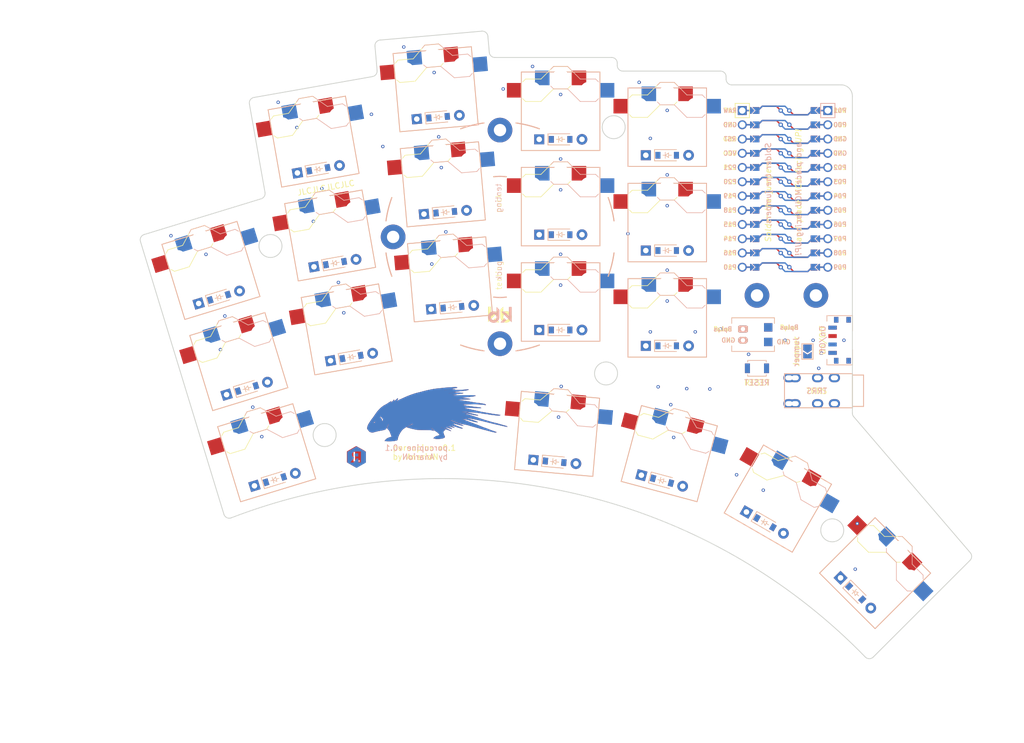
<source format=kicad_pcb>
(kicad_pcb (version 20221018) (generator pcbnew)
  (title_block (title "porcupine_4thumb_keys") (rev "v0.0.1") (company "Anarion"))
  (layers (0 "F.Cu" signal) (31 "B.Cu" signal) (34 "B.Paste" user) (35 "F.Paste" user) (36 "B.SilkS" user "B.Silkscreen") (37 "F.SilkS" user "F.Silkscreen") (38 "B.Mask" user) (39 "F.Mask" user) (44 "Edge.Cuts" user))
  (net 0 "")
  (net 1 "pinky_bottom")
  (net 2 "P20")
  (net 3 "pinky_home")
  (net 4 "pinky_top")
  (net 5 "ring_bottom")
  (net 6 "P19")
  (net 7 "ring_home")
  (net 8 "ring_top")
  (net 9 "middle_bottom")
  (net 10 "P18")
  (net 11 "middle_home")
  (net 12 "middle_top")
  (net 13 "index_bottom")
  (net 14 "P15")
  (net 15 "index_home")
  (net 16 "index_top")
  (net 17 "inner_bottom")
  (net 18 "P14")
  (net 19 "inner_home")
  (net 20 "inner_top")
  (net 21 "inner_thumb")
  (net 22 "near_thumb")
  (net 23 "home_thumb")
  (net 24 "far_thumb")
  (net 25 "P6")
  (net 26 "P5")
  (net 27 "P4")
  (net 28 "P7")
  (net 29 "RAW")
  (net 30 "GND")
  (net 31 "RST")
  (net 32 "VCC")
  (net 33 "P21")
  (net 34 "P16")
  (net 35 "P10")
  (net 36 "P1")
  (net 37 "P0")
  (net 38 "P2")
  (net 39 "P3")
  (net 40 "P8")
  (net 41 "P9")
  (net 42 "Bplus")
  (footprint "lib:bat2p0" (layer "F.Cu") (at 259.911087 129.683517)
    (fp_text reference "_2" hide)
    (fp_text value "" hide)
    (fp_text user "GND" (at -2.6 1) (layer "B.SilkS") (effects (font (size 0.8 0.8)) (justify mirror)))
    (fp_text user "Bplus" (at -3.6 -1) (layer "B.SilkS") (effects (font (size 0.8 0.8)) (justify mirror)))
    (fp_text user "GND" (at -2.6 1) (layer "F.SilkS") (effects (font (size 0.8 0.8))))
    (fp_text user "Bplus" (at -3.6 -1) (layer "F.SilkS") (effects (font (size 0.8 0.8))))
    (pad "1" thru_hole roundrect (at 0 -1) (size 1.75 1.2) (drill 0.75) (layers "*.Cu" "B.SilkS" "B.Mask") (roundrect_rratio 0.208333) (net 42 "Bplus"))
    (pad "1" thru_hole roundrect (at 0 -1) (size 1.75 1.2) (drill 0.75) (layers "*.Cu" "F.SilkS" "F.Mask") (roundrect_rratio 0.208333) (net 42 "Bplus"))
    (pad "2" thru_hole oval (at 0 1) (size 1.75 1.2) (drill 0.75) (layers "*.Cu" "B.SilkS" "B.Mask") (net 30 "GND"))
    (pad "2" thru_hole oval (at 0 1) (size 1.75 1.2) (drill 0.75) (layers "*.Cu" "F.SilkS" "F.Mask") (net 30 "GND"))
  )
  (footprint "Diode_SMD:SOD-123" (layer "F.Cu") (at 227.411087 94.850184)
    (fp_text reference "D12" hide)
    (fp_text value "D_SOD-123")
    (pad "1" smd rect (at -1.65 0) (size 0.9 1.2) (layers "F.Cu" "F.Paste" "F.Mask") (net 27 "P4"))
    (pad "1" smd rect (at -1.65 0) (size 0.9 1.2) (layers "B.Cu" "B.Paste" "B.Mask") (net 27 "P4"))
    (pad "1" thru_hole circle (at 3.81 0) (size 1.905 1.905) (drill 0.9906) (layers "*.Cu" "*.Mask") (net 16 "index_top"))
    (pad "2" thru_hole rect (at -3.81 0) (size 1.778 1.778) (drill 0.9906) (layers "*.Cu" "*.Mask") (net 27 "P4"))
    (pad "2" smd rect (at 1.65 0) (size 0.9 1.2) (layers "F.Cu" "F.Paste" "F.Mask") (net 16 "index_top"))
    (pad "2" smd rect (at 1.65 0) (size 0.9 1.2) (layers "B.Cu" "B.Paste" "B.Mask") (net 16 "index_top"))
  )
  (footprint "SMDPad" (layer "F.Cu") (at 264.411087 130.983517)
    (fp_text reference "PAD2" hide)
    (fp_text value "" hide)
    (fp_text user "GND" (at 2.75 0) (layer "B.SilkS") (effects (font (size 0.8 0.8)) (justify mirror)))
    (fp_text user "GND" (at 2.75 0) (layer "F.SilkS") (effects (font (size 0.8 0.8))))
    (pad "1" smd rect (at 0 0) (size 1.5 1.5) (layers "F.Cu" "F.Paste" "F.Mask") (net 30 "GND"))
    (pad "1" smd rect (at 0 0) (size 1.5 1.5) (layers "B.Cu" "B.Paste" "B.Mask") (net 30 "GND"))
  )
  (footprint "Diode_SMD:SOD-123" (layer "F.Cu") (at 171.521221 139.267162 17)
    (fp_text reference "D2" hide)
    (fp_text value "D_SOD-123")
    (pad "1" smd rect (at -1.65 0 17) (size 0.9 1.2) (layers "F.Cu" "F.Paste" "F.Mask") (net 26 "P5"))
    (pad "1" smd rect (at -1.65 0 17) (size 0.9 1.2) (layers "B.Cu" "B.Paste" "B.Mask") (net 26 "P5"))
    (pad "1" thru_hole circle (at 3.81 0 17) (size 1.905 1.905) (drill 0.9906) (layers "*.Cu" "*.Mask") (net 3 "pinky_home"))
    (pad "2" thru_hole rect (at -3.81 0 17) (size 1.778 1.778) (drill 0.9906) (layers "*.Cu" "*.Mask") (net 26 "P5"))
    (pad "2" smd rect (at 1.65 0 17) (size 0.9 1.2) (layers "F.Cu" "F.Paste" "F.Mask") (net 3 "pinky_home"))
    (pad "2" smd rect (at 1.65 0 17) (size 0.9 1.2) (layers "B.Cu" "B.Paste" "B.Mask") (net 3 "pinky_home"))
  )
  (footprint "PG1350" (layer "F.Cu") (at 246.411087 109.683517)
    (fp_text reference "S14" hide)
    (fp_text value "" hide)
    (pad "" np_thru_hole circle (at -5.5 0) (size 1.7018 1.7018) (drill 1.7018) (layers "*.Cu" "*.Mask"))
    (pad "" np_thru_hole circle (at -5 -3.75) (size 3 3) (drill 3) (layers "*.Cu" "*.Mask"))
    (pad "" np_thru_hole circle (at 0 -5.95) (size 3 3) (drill 3) (layers "*.Cu" "*.Mask"))
    (pad "" np_thru_hole circle (at 0 -5.95) (size 3 3) (drill 3) (layers "*.Cu" "*.Mask"))
    (pad "" np_thru_hole circle (at 0 0) (size 3.429 3.429) (drill 3.429) (layers "*.Cu" "*.Mask"))
    (pad "" np_thru_hole circle (at 5 -3.75) (size 3 3) (drill 3) (layers "*.Cu" "*.Mask"))
    (pad "" np_thru_hole circle (at 5.5 0) (size 1.7018 1.7018) (drill 1.7018) (layers "*.Cu" "*.Mask"))
    (pad "1" smd rect (at -3.275 -5.95) (size 2.6 2.6) (layers "B.Cu" "B.Paste" "B.Mask") (net 19 "inner_home"))
    (pad "1" smd rect (at 3.275 -5.95) (size 2.6 2.6) (layers "F.Cu" "F.Paste" "F.Mask") (net 19 "inner_home"))
    (pad "2" smd rect (at -8.275 -3.75) (size 2.6 2.6) (layers "F.Cu" "F.Paste" "F.Mask") (net 18 "P14"))
    (pad "2" smd rect (at 8.275 -3.75) (size 2.6 2.6) (layers "B.Cu" "B.Paste" "B.Mask") (net 18 "P14"))
  )
  (footprint "PG1350" (layer "F.Cu") (at 283.534529 172.211945 -45)
    (fp_text reference "S19" hide)
    (fp_text value "" hide)
    (pad "" np_thru_hole circle (at -5.5 0 270) (size 1.7018 1.7018) (drill 1.7018) (layers "*.Cu" "*.Mask"))
    (pad "" np_thru_hole circle (at -5 -3.75 270) (size 3 3) (drill 3) (layers "*.Cu" "*.Mask"))
    (pad "" np_thru_hole circle (at 0 -5.95 270) (size 3 3) (drill 3) (layers "*.Cu" "*.Mask"))
    (pad "" np_thru_hole circle (at 0 -5.95 270) (size 3 3) (drill 3) (layers "*.Cu" "*.Mask"))
    (pad "" np_thru_hole circle (at 0 0 270) (size 3.429 3.429) (drill 3.429) (layers "*.Cu" "*.Mask"))
    (pad "" np_thru_hole circle (at 5 -3.75 270) (size 3 3) (drill 3) (layers "*.Cu" "*.Mask"))
    (pad "" np_thru_hole circle (at 5.5 0 270) (size 1.7018 1.7018) (drill 1.7018) (layers "*.Cu" "*.Mask"))
    (pad "1" smd rect (at -3.275 -5.95 315) (size 2.6 2.6) (layers "B.Cu" "B.Paste" "B.Mask") (net 24 "far_thumb"))
    (pad "1" smd rect (at 3.275 -5.95 315) (size 2.6 2.6) (layers "F.Cu" "F.Paste" "F.Mask") (net 24 "far_thumb"))
    (pad "2" smd rect (at -8.275 -3.75 315) (size 2.6 2.6) (layers "F.Cu" "F.Paste" "F.Mask") (net 18 "P14"))
    (pad "2" smd rect (at 8.275 -3.75 315) (size 2.6 2.6) (layers "B.Cu" "B.Paste" "B.Mask") (net 18 "P14"))
  )
  (footprint "Diode_SMD:SOD-123" (layer "F.Cu") (at 176.49154 155.524343 17)
    (fp_text reference "D1" hide)
    (fp_text value "D_SOD-123")
    (pad "1" smd rect (at -1.65 0 17) (size 0.9 1.2) (layers "F.Cu" "F.Paste" "F.Mask") (net 25 "P6"))
    (pad "1" smd rect (at -1.65 0 17) (size 0.9 1.2) (layers "B.Cu" "B.Paste" "B.Mask") (net 25 "P6"))
    (pad "1" thru_hole circle (at 3.81 0 17) (size 1.905 1.905) (drill 0.9906) (layers "*.Cu" "*.Mask") (net 1 "pinky_bottom"))
    (pad "2" thru_hole rect (at -3.81 0 17) (size 1.778 1.778) (drill 0.9906) (layers "*.Cu" "*.Mask") (net 25 "P6"))
    (pad "2" smd rect (at 1.65 0 17) (size 0.9 1.2) (layers "F.Cu" "F.Paste" "F.Mask") (net 1 "pinky_bottom"))
    (pad "2" smd rect (at 1.65 0 17) (size 0.9 1.2) (layers "B.Cu" "B.Paste" "B.Mask") (net 1 "pinky_bottom"))
  )
  (footprint "TRRS-PJ-320A-dual" (layer "F.Cu") (at 279.411087 139.683517 -90)
    (fp_text reference "TRRS_F")
    (fp_text value "AudioJack4" hide)
    (fp_text user "TRRS" (at 0.054 6.35) (layer "F.SilkS"))
    (pad "" np_thru_hole circle (at 0 1.6 270) (size 1.2 1.2) (drill 1.2) (layers "*.Cu" "*.Mask"))
    (pad "" np_thru_hole circle (at 0 8.6 270) (size 1.2 1.2) (drill 1.2) (layers "*.Cu" "*.Mask"))
  )
  (footprint "PG1350" (layer "F.Cu") (at 186.339129 111.996665 10)
    (fp_text reference "S5" hide)
    (fp_text value "" hide)
    (pad "" np_thru_hole circle (at -5.5 0) (size 1.7018 1.7018) (drill 1.7018) (layers "*.Cu" "*.Mask"))
    (pad "" np_thru_hole circle (at -5 -3.75) (size 3 3) (drill 3) (layers "*.Cu" "*.Mask"))
    (pad "" np_thru_hole circle (at 0 -5.95) (size 3 3) (drill 3) (layers "*.Cu" "*.Mask"))
    (pad "" np_thru_hole circle (at 0 -5.95) (size 3 3) (drill 3) (layers "*.Cu" "*.Mask"))
    (pad "" np_thru_hole circle (at 0 0) (size 3.429 3.429) (drill 3.429) (layers "*.Cu" "*.Mask"))
    (pad "" np_thru_hole circle (at 5 -3.75) (size 3 3) (drill 3) (layers "*.Cu" "*.Mask"))
    (pad "" np_thru_hole circle (at 5.5 0) (size 1.7018 1.7018) (drill 1.7018) (layers "*.Cu" "*.Mask"))
    (pad "1" smd rect (at -3.275 -5.95 10) (size 2.6 2.6) (layers "B.Cu" "B.Paste" "B.Mask") (net 7 "ring_home"))
    (pad "1" smd rect (at 3.275 -5.95 10) (size 2.6 2.6) (layers "F.Cu" "F.Paste" "F.Mask") (net 7 "ring_home"))
    (pad "2" smd rect (at -8.275 -3.75 10) (size 2.6 2.6) (layers "F.Cu" "F.Paste" "F.Mask") (net 6 "P19"))
    (pad "2" smd rect (at 8.275 -3.75 10) (size 2.6 2.6) (layers "B.Cu" "B.Paste" "B.Mask") (net 6 "P19"))
  )
  (footprint "Diode_SMD:SOD-123" (layer "F.Cu") (at 205.574253 90.896635 5)
    (fp_text reference "D9" hide)
    (fp_text value "D_SOD-123")
    (pad "1" smd rect (at -1.65 0 5) (size 0.9 1.2) (layers "F.Cu" "F.Paste" "F.Mask") (net 27 "P4"))
    (pad "1" smd rect (at -1.65 0 5) (size 0.9 1.2) (layers "B.Cu" "B.Paste" "B.Mask") (net 27 "P4"))
    (pad "1" thru_hole circle (at 3.81 0 5) (size 1.905 1.905) (drill 0.9906) (layers "*.Cu" "*.Mask") (net 12 "middle_top"))
    (pad "2" thru_hole rect (at -3.81 0 5) (size 1.778 1.778) (drill 0.9906) (layers "*.Cu" "*.Mask") (net 27 "P4"))
    (pad "2" smd rect (at 1.65 0 5) (size 0.9 1.2) (layers "F.Cu" "F.Paste" "F.Mask") (net 12 "middle_top"))
    (pad "2" smd rect (at 1.65 0 5) (size 0.9 1.2) (layers "B.Cu" "B.Paste" "B.Mask") (net 12 "middle_top"))
  )
  (footprint "Diode_SMD:SOD-123" (layer "F.Cu") (at 246.411087 97.683517)
    (fp_text reference "D15" hide)
    (fp_text value "D_SOD-123")
    (pad "1" smd rect (at -1.65 0) (size 0.9 1.2) (layers "F.Cu" "F.Paste" "F.Mask") (net 27 "P4"))
    (pad "1" smd rect (at -1.65 0) (size 0.9 1.2) (layers "B.Cu" "B.Paste" "B.Mask") (net 27 "P4"))
    (pad "1" thru_hole circle (at 3.81 0) (size 1.905 1.905) (drill 0.9906) (layers "*.Cu" "*.Mask") (net 20 "inner_top"))
    (pad "2" thru_hole rect (at -3.81 0) (size 1.778 1.778) (drill 0.9906) (layers "*.Cu" "*.Mask") (net 27 "P4"))
    (pad "2" smd rect (at 1.65 0) (size 0.9 1.2) (layers "F.Cu" "F.Paste" "F.Mask") (net 20 "inner_top"))
    (pad "2" smd rect (at 1.65 0) (size 0.9 1.2) (layers "B.Cu" "B.Paste" "B.Mask") (net 20 "inner_top"))
  )
  (footprint "Jumper:SolderJumper-2_P1.3mm_Open_TrianglePad1.0x1.5mm" (layer "F.Cu") (at 271.411087 132.683517 -90)
    (fp_text reference "J2" hide)
    (fp_text value "Jumper" (at 0 2 270) (layer "F.SilkS"))
    (pad "1" smd custom (at -0.725 0 270) (size 0.3 0.3) (layers "F.Cu" "F.Mask") (net 42 "Bplus") (options (clearance outline) (anchor rect)) (primitives (gr_poly (pts (xy 1 0) (xy 0.5 0.75) (xy -0.5 0.75) (xy -0.5 -0.75) (xy 0.5 -0.75)) (width 0) (fill yes))))
    (pad "2" smd custom (at 0.725 0 270) (size 0.3 0.3) (layers "F.Cu" "F.Mask") (net 29 "RAW") (options (clearance outline) (anchor rect)) (primitives (gr_poly (pts (xy 0.5 0.75) (xy -0.65 0.75) (xy -0.15 0) (xy -0.65 -0.75) (xy 0.5 -0.75)) (width 0) (fill yes))))
  )
  (footprint "Diode_SMD:SOD-123" (layer "F.Cu") (at 208.13907 124.802117 5)
    (fp_text reference "D7" hide)
    (fp_text value "D_SOD-123")
    (pad "1" smd rect (at -1.65 0 5) (size 0.9 1.2) (layers "F.Cu" "F.Paste" "F.Mask") (net 25 "P6"))
    (pad "1" smd rect (at -1.65 0 5) (size 0.9 1.2) (layers "B.Cu" "B.Paste" "B.Mask") (net 25 "P6"))
    (pad "1" thru_hole circle (at 3.81 0 5) (size 1.905 1.905) (drill 0.9906) (layers "*.Cu" "*.Mask") (net 9 "middle_bottom"))
    (pad "2" thru_hole rect (at -3.81 0 5) (size 1.778 1.778) (drill 0.9906) (layers "*.Cu" "*.Mask") (net 25 "P6"))
    (pad "2" smd rect (at 1.65 0 5) (size 0.9 1.2) (layers "F.Cu" "F.Paste" "F.Mask") (net 9 "middle_bottom"))
    (pad "2" smd rect (at 1.65 0 5) (size 0.9 1.2) (layers "B.Cu" "B.Paste" "B.Mask") (net 9 "middle_bottom"))
  )
  (footprint "PG1350" (layer "F.Cu") (at 205.138474 85.915661 5)
    (fp_text reference "S9" hide)
    (fp_text value "" hide)
    (pad "" np_thru_hole circle (at -5.5 0) (size 1.7018 1.7018) (drill 1.7018) (layers "*.Cu" "*.Mask"))
    (pad "" np_thru_hole circle (at -5 -3.75) (size 3 3) (drill 3) (layers "*.Cu" "*.Mask"))
    (pad "" np_thru_hole circle (at 0 -5.95) (size 3 3) (drill 3) (layers "*.Cu" "*.Mask"))
    (pad "" np_thru_hole circle (at 0 -5.95) (size 3 3) (drill 3) (layers "*.Cu" "*.Mask"))
    (pad "" np_thru_hole circle (at 0 0) (size 3.429 3.429) (drill 3.429) (layers "*.Cu" "*.Mask"))
    (pad "" np_thru_hole circle (at 5 -3.75) (size 3 3) (drill 3) (layers "*.Cu" "*.Mask"))
    (pad "" np_thru_hole circle (at 5.5 0) (size 1.7018 1.7018) (drill 1.7018) (layers "*.Cu" "*.Mask"))
    (pad "1" smd rect (at -3.275 -5.95 5) (size 2.6 2.6) (layers "B.Cu" "B.Paste" "B.Mask") (net 12 "middle_top"))
    (pad "1" smd rect (at 3.275 -5.95 5) (size 2.6 2.6) (layers "F.Cu" "F.Paste" "F.Mask") (net 12 "middle_top"))
    (pad "2" smd rect (at -8.275 -3.75 5) (size 2.6 2.6) (layers "F.Cu" "F.Paste" "F.Mask") (net 10 "P18"))
    (pad "2" smd rect (at 8.275 -3.75 5) (size 2.6 2.6) (layers "B.Cu" "B.Paste" "B.Mask") (net 10 "P18"))
  )
  (footprint "PG1350" (layer "F.Cu") (at 246.411087 126.683517)
    (fp_text reference "S13" hide)
    (fp_text value "" hide)
    (pad "" np_thru_hole circle (at -5.5 0) (size 1.7018 1.7018) (drill 1.7018) (layers "*.Cu" "*.Mask"))
    (pad "" np_thru_hole circle (at -5 -3.75) (size 3 3) (drill 3) (layers "*.Cu" "*.Mask"))
    (pad "" np_thru_hole circle (at 0 -5.95) (size 3 3) (drill 3) (layers "*.Cu" "*.Mask"))
    (pad "" np_thru_hole circle (at 0 -5.95) (size 3 3) (drill 3) (layers "*.Cu" "*.Mask"))
    (pad "" np_thru_hole circle (at 0 0) (size 3.429 3.429) (drill 3.429) (layers "*.Cu" "*.Mask"))
    (pad "" np_thru_hole circle (at 5 -3.75) (size 3 3) (drill 3) (layers "*.Cu" "*.Mask"))
    (pad "" np_thru_hole circle (at 5.5 0) (size 1.7018 1.7018) (drill 1.7018) (layers "*.Cu" "*.Mask"))
    (pad "1" smd rect (at -3.275 -5.95) (size 2.6 2.6) (layers "B.Cu" "B.Paste" "B.Mask") (net 17 "inner_bottom"))
    (pad "1" smd rect (at 3.275 -5.95) (size 2.6 2.6) (layers "F.Cu" "F.Paste" "F.Mask") (net 17 "inner_bottom"))
    (pad "2" smd rect (at -8.275 -3.75) (size 2.6 2.6) (layers "F.Cu" "F.Paste" "F.Mask") (net 18 "P14"))
    (pad "2" smd rect (at 8.275 -3.75) (size 2.6 2.6) (layers "B.Cu" "B.Paste" "B.Mask") (net 18 "P14"))
  )
  (footprint "PG1350" (layer "F.Cu") (at 246.411087 92.683517)
    (fp_text reference "S15" hide)
    (fp_text value "" hide)
    (pad "" np_thru_hole circle (at -5.5 0) (size 1.7018 1.7018) (drill 1.7018) (layers "*.Cu" "*.Mask"))
    (pad "" np_thru_hole circle (at -5 -3.75) (size 3 3) (drill 3) (layers "*.Cu" "*.Mask"))
    (pad "" np_thru_hole circle (at 0 -5.95) (size 3 3) (drill 3) (layers "*.Cu" "*.Mask"))
    (pad "" np_thru_hole circle (at 0 -5.95) (size 3 3) (drill 3) (layers "*.Cu" "*.Mask"))
    (pad "" np_thru_hole circle (at 0 0) (size 3.429 3.429) (drill 3.429) (layers "*.Cu" "*.Mask"))
    (pad "" np_thru_hole circle (at 5 -3.75) (size 3 3) (drill 3) (layers "*.Cu" "*.Mask"))
    (pad "" np_thru_hole circle (at 5.5 0) (size 1.7018 1.7018) (drill 1.7018) (layers "*.Cu" "*.Mask"))
    (pad "1" smd rect (at -3.275 -5.95) (size 2.6 2.6) (layers "B.Cu" "B.Paste" "B.Mask") (net 20 "inner_top"))
    (pad "1" smd rect (at 3.275 -5.95) (size 2.6 2.6) (layers "F.Cu" "F.Paste" "F.Mask") (net 20 "inner_top"))
    (pad "2" smd rect (at -8.275 -3.75) (size 2.6 2.6) (layers "F.Cu" "F.Paste" "F.Mask") (net 18 "P14"))
    (pad "2" smd rect (at 8.275 -3.75) (size 2.6 2.6) (layers "B.Cu" "B.Paste" "B.Mask") (net 18 "P14"))
  )
  (footprint "Through Hole" (layer "F.Cu") (at 262.411087 122.683517)
    (fp_text reference "_73" hide)
    (fp_text value "hole" hide)
    (pad "1" thru_hole circle (at 0 0) (size 4.4 4.4) (drill 2.2) (layers "*.Cu" "*.Mask"))
  )
  (footprint "Diode_SMD:SOD-123" (layer "F.Cu") (at 246.411087 131.683517)
    (fp_text reference "D13" hide)
    (fp_text value "D_SOD-123")
    (pad "1" smd rect (at -1.65 0) (size 0.9 1.2) (layers "F.Cu" "F.Paste" "F.Mask") (net 25 "P6"))
    (pad "1" smd rect (at -1.65 0) (size 0.9 1.2) (layers "B.Cu" "B.Paste" "B.Mask") (net 25 "P6"))
    (pad "1" thru_hole circle (at 3.81 0) (size 1.905 1.905) (drill 0.9906) (layers "*.Cu" "*.Mask") (net 17 "inner_bottom"))
    (pad "2" thru_hole rect (at -3.81 0) (size 1.778 1.778) (drill 0.9906) (layers "*.Cu" "*.Mask") (net 25 "P6"))
    (pad "2" smd rect (at 1.65 0) (size 0.9 1.2) (layers "F.Cu" "F.Paste" "F.Mask") (net 17 "inner_bottom"))
    (pad "2" smd rect (at 1.65 0) (size 0.9 1.2) (layers "B.Cu" "B.Paste" "B.Mask") (net 17 "inner_bottom"))
  )
  (footprint "Diode_SMD:SOD-123" (layer "F.Cu") (at 226.347923 152.357413 -5)
    (fp_text reference "D16" hide)
    (fp_text value "D_SOD-123")
    (pad "1" smd rect (at -1.65 0 355) (size 0.9 1.2) (layers "F.Cu" "F.Paste" "F.Mask") (net 28 "P7"))
    (pad "1" smd rect (at -1.65 0 355) (size 0.9 1.2) (layers "B.Cu" "B.Paste" "B.Mask") (net 28 "P7"))
    (pad "1" thru_hole circle (at 3.81 0 355) (size 1.905 1.905) (drill 0.9906) (layers "*.Cu" "*.Mask") (net 21 "inner_thumb"))
    (pad "2" thru_hole rect (at -3.81 0 355) (size 1.778 1.778) (drill 0.9906) (layers "*.Cu" "*.Mask") (net 28 "P7"))
    (pad "2" smd rect (at 1.65 0 355) (size 0.9 1.2) (layers "F.Cu" "F.Paste" "F.Mask") (net 21 "inner_thumb"))
    (pad "2" smd rect (at 1.65 0 355) (size 0.9 1.2) (layers "B.Cu" "B.Paste" "B.Mask") (net 21 "inner_thumb"))
  )
  (footprint "Diode_SMD:SOD-123" (layer "F.Cu") (at 190.159388 133.662435 10)
    (fp_text reference "D4" hide)
    (fp_text value "D_SOD-123")
    (pad "1" smd rect (at -1.65 0 10) (size 0.9 1.2) (layers "F.Cu" "F.Paste" "F.Mask") (net 25 "P6"))
    (pad "1" smd rect (at -1.65 0 10) (size 0.9 1.2) (layers "B.Cu" "B.Paste" "B.Mask") (net 25 "P6"))
    (pad "1" thru_hole circle (at 3.81 0 10) (size 1.905 1.905) (drill 0.9906) (layers "*.Cu" "*.Mask") (net 5 "ring_bottom"))
    (pad "2" thru_hole rect (at -3.81 0 10) (size 1.778 1.778) (drill 0.9906) (layers "*.Cu" "*.Mask") (net 25 "P6"))
    (pad "2" smd rect (at 1.65 0 10) (size 0.9 1.2) (layers "F.Cu" "F.Paste" "F.Mask") (net 5 "ring_bottom"))
    (pad "2" smd rect (at 1.65 0 10) (size 0.9 1.2) (layers "B.Cu" "B.Paste" "B.Mask") (net 5 "ring_bottom"))
  )
  (footprint "PG1350" (layer "F.Cu") (at 226.783701 147.376439 -5)
    (fp_text reference "S16" hide)
    (fp_text value "" hide)
    (pad "" np_thru_hole circle (at -5.5 0) (size 1.7018 1.7018) (drill 1.7018) (layers "*.Cu" "*.Mask"))
    (pad "" np_thru_hole circle (at -5 -3.75) (size 3 3) (drill 3) (layers "*.Cu" "*.Mask"))
    (pad "" np_thru_hole circle (at 0 -5.95) (size 3 3) (drill 3) (layers "*.Cu" "*.Mask"))
    (pad "" np_thru_hole circle (at 0 -5.95) (size 3 3) (drill 3) (layers "*.Cu" "*.Mask"))
    (pad "" np_thru_hole circle (at 0 0) (size 3.429 3.429) (drill 3.429) (layers "*.Cu" "*.Mask"))
    (pad "" np_thru_hole circle (at 5 -3.75) (size 3 3) (drill 3) (layers "*.Cu" "*.Mask"))
    (pad "" np_thru_hole circle (at 5.5 0) (size 1.7018 1.7018) (drill 1.7018) (layers "*.Cu" "*.Mask"))
    (pad "1" smd rect (at -3.275 -5.95 355) (size 2.6 2.6) (layers "B.Cu" "B.Paste" "B.Mask") (net 21 "inner_thumb"))
    (pad "1" smd rect (at 3.275 -5.95 355) (size 2.6 2.6) (layers "F.Cu" "F.Paste" "F.Mask") (net 21 "inner_thumb"))
    (pad "2" smd rect (at -8.275 -3.75 355) (size 2.6 2.6) (layers "F.Cu" "F.Paste" "F.Mask") (net 6 "P19"))
    (pad "2" smd rect (at 8.275 -3.75 355) (size 2.6 2.6) (layers "B.Cu" "B.Paste" "B.Mask") (net 6 "P19"))
  )
  (footprint "PG1350" (layer "F.Cu") (at 207.703291 119.821143 5)
    (fp_text reference "S7" hide)
    (fp_text value "" hide)
    (pad "" np_thru_hole circle (at -5.5 0) (size 1.7018 1.7018) (drill 1.7018) (layers "*.Cu" "*.Mask"))
    (pad "" np_thru_hole circle (at -5 -3.75) (size 3 3) (drill 3) (layers "*.Cu" "*.Mask"))
    (pad "" np_thru_hole circle (at 0 -5.95) (size 3 3) (drill 3) (layers "*.Cu" "*.Mask"))
    (pad "" np_thru_hole circle (at 0 -5.95) (size 3 3) (drill 3) (layers "*.Cu" "*.Mask"))
    (pad "" np_thru_hole circle (at 0 0) (size 3.429 3.429) (drill 3.429) (layers "*.Cu" "*.Mask"))
    (pad "" np_thru_hole circle (at 5 -3.75) (size 3 3) (drill 3) (layers "*.Cu" "*.Mask"))
    (pad "" np_thru_hole circle (at 5.5 0) (size 1.7018 1.7018) (drill 1.7018) (layers "*.Cu" "*.Mask"))
    (pad "1" smd rect (at -3.275 -5.95 5) (size 2.6 2.6) (layers "B.Cu" "B.Paste" "B.Mask") (net 9 "middle_bottom"))
    (pad "1" smd rect (at 3.275 -5.95 5) (size 2.6 2.6) (layers "F.Cu" "F.Paste" "F.Mask") (net 9 "middle_bottom"))
    (pad "2" smd rect (at -8.275 -3.75 5) (size 2.6 2.6) (layers "F.Cu" "F.Paste" "F.Mask") (net 10 "P18"))
    (pad "2" smd rect (at 8.275 -3.75 5) (size 2.6 2.6) (layers "B.Cu" "B.Paste" "B.Mask") (net 10 "P18"))
  )
  (footprint "Diode_SMD:SOD-123" (layer "F.Cu") (at 227.411087 128.850184)
    (fp_text reference "D10" hide)
    (fp_text value "D_SOD-123")
    (pad "1" smd rect (at -1.65 0) (size 0.9 1.2) (layers "F.Cu" "F.Paste" "F.Mask") (net 25 "P6"))
    (pad "1" smd rect (at -1.65 0) (size 0.9 1.2) (layers "B.Cu" "B.Paste" "B.Mask") (net 25 "P6"))
    (pad "1" thru_hole circle (at 3.81 0) (size 1.905 1.905) (drill 0.9906) (layers "*.Cu" "*.Mask") (net 13 "index_bottom"))
    (pad "2" thru_hole rect (at -3.81 0) (size 1.778 1.778) (drill 0.9906) (layers "*.Cu" "*.Mask") (net 25 "P6"))
    (pad "2" smd rect (at 1.65 0) (size 0.9 1.2) (layers "F.Cu" "F.Paste" "F.Mask") (net 13 "index_bottom"))
    (pad "2" smd rect (at 1.65 0) (size 0.9 1.2) (layers "B.Cu" "B.Paste" "B.Mask") (net 13 "index_bottom"))
  )
  (footprint "PG1350" (layer "F.Cu") (at 175.029681 150.742819 17)
    (fp_text reference "S1" hide)
    (fp_text value "" hide)
    (pad "" np_thru_hole circle (at -5.5 0) (size 1.7018 1.7018) (drill 1.7018) (layers "*.Cu" "*.Mask"))
    (pad "" np_thru_hole circle (at -5 -3.75) (size 3 3) (drill 3) (layers "*.Cu" "*.Mask"))
    (pad "" np_thru_hole circle (at 0 -5.95) (size 3 3) (drill 3) (layers "*.Cu" "*.Mask"))
    (pad "" np_thru_hole circle (at 0 -5.95) (size 3 3) (drill 3) (layers "*.Cu" "*.Mask"))
    (pad "" np_thru_hole circle (at 0 0) (size 3.429 3.429) (drill 3.429) (layers "*.Cu" "*.Mask"))
    (pad "" np_thru_hole circle (at 5 -3.75) (size 3 3) (drill 3) (layers "*.Cu" "*.Mask"))
    (pad "" np_thru_hole circle (at 5.5 0) (size 1.7018 1.7018) (drill 1.7018) (layers "*.Cu" "*.Mask"))
    (pad "1" smd rect (at -3.275 -5.95 17) (size 2.6 2.6) (layers "B.Cu" "B.Paste" "B.Mask") (net 1 "pinky_bottom"))
    (pad "1" smd rect (at 3.275 -5.95 17) (size 2.6 2.6) (layers "F.Cu" "F.Paste" "F.Mask") (net 1 "pinky_bottom"))
    (pad "2" smd rect (at -8.275 -3.75 17) (size 2.6 2.6) (layers "F.Cu" "F.Paste" "F.Mask") (net 2 "P20"))
    (pad "2" smd rect (at 8.275 -3.75 17) (size 2.6 2.6) (layers "B.Cu" "B.Paste" "B.Mask") (net 2 "P20"))
  )
  (footprint "Diode_SMD:SOD-123" (layer "F.Cu") (at 263.829945 163.215149 -30)
    (fp_text reference "D18" hide)
    (fp_text value "D_SOD-123")
    (pad "1" smd rect (at -1.65 0 330) (size 0.9 1.2) (layers "F.Cu" "F.Paste" "F.Mask") (net 28 "P7"))
    (pad "1" smd rect (at -1.65 0 330) (size 0.9 1.2) (layers "B.Cu" "B.Paste" "B.Mask") (net 28 "P7"))
    (pad "1" thru_hole circle (at 3.81 0 330) (size 1.905 1.905) (drill 0.9906) (layers "*.Cu" "*.Mask") (net 23 "home_thumb"))
    (pad "2" thru_hole rect (at -3.81 0 330) (size 1.778 1.778) (drill 0.9906) (layers "*.Cu" "*.Mask") (net 28 "P7"))
    (pad "2" smd rect (at 1.65 0 330) (size 0.9 1.2) (layers "F.Cu" "F.Paste" "F.Mask") (net 23 "home_thumb"))
    (pad "2" smd rect (at 1.65 0 330) (size 0.9 1.2) (layers "B.Cu" "B.Paste" "B.Mask") (net 23 "home_thumb"))
  )
  (footprint "Diode_SMD:SOD-123" (layer "F.Cu") (at 245.483312 155.731498 -15)
    (fp_text reference "D17" hide)
    (fp_text value "D_SOD-123")
    (pad "1" smd rect (at -1.65 0 345) (size 0.9 1.2) (layers "F.Cu" "F.Paste" "F.Mask") (net 28 "P7"))
    (pad "1" smd rect (at -1.65 0 345) (size 0.9 1.2) (layers "B.Cu" "B.Paste" "B.Mask") (net 28 "P7"))
    (pad "1" thru_hole circle (at 3.81 0 345) (size 1.905 1.905) (drill 0.9906) (layers "*.Cu" "*.Mask") (net 22 "near_thumb"))
    (pad "2" thru_hole rect (at -3.81 0 345) (size 1.778 1.778) (drill 0.9906) (layers "*.Cu" "*.Mask") (net 28 "P7"))
    (pad "2" smd rect (at 1.65 0 345) (size 0.9 1.2) (layers "F.Cu" "F.Paste" "F.Mask") (net 22 "near_thumb"))
    (pad "2" smd rect (at 1.65 0 345) (size 0.9 1.2) (layers "B.Cu" "B.Paste" "B.Mask") (net 22 "near_thumb"))
  )
  (footprint "PG1350" (layer "F.Cu") (at 246.777407 150.901869 -15)
    (fp_text reference "S17" hide)
    (fp_text value "" hide)
    (pad "" np_thru_hole circle (at -5.5 0) (size 1.7018 1.7018) (drill 1.7018) (layers "*.Cu" "*.Mask"))
    (pad "" np_thru_hole circle (at -5 -3.75) (size 3 3) (drill 3) (layers "*.Cu" "*.Mask"))
    (pad "" np_thru_hole circle (at 0 -5.95) (size 3 3) (drill 3) (layers "*.Cu" "*.Mask"))
    (pad "" np_thru_hole circle (at 0 -5.95) (size 3 3) (drill 3) (layers "*.Cu" "*.Mask"))
    (pad "" np_thru_hole circle (at 0 0) (size 3.429 3.429) (drill 3.429) (layers "*.Cu" "*.Mask"))
    (pad "" np_thru_hole circle (at 5 -3.75) (size 3 3) (drill 3) (layers "*.Cu" "*.Mask"))
    (pad "" np_thru_hole circle (at 5.5 0) (size 1.7018 1.7018) (drill 1.7018) (layers "*.Cu" "*.Mask"))
    (pad "1" smd rect (at -3.275 -5.95 345) (size 2.6 2.6) (layers "B.Cu" "B.Paste" "B.Mask") (net 22 "near_thumb"))
    (pad "1" smd rect (at 3.275 -5.95 345) (size 2.6 2.6) (layers "F.Cu" "F.Paste" "F.Mask") (net 22 "near_thumb"))
    (pad "2" smd rect (at -8.275 -3.75 345) (size 2.6 2.6) (layers "F.Cu" "F.Paste" "F.Mask") (net 10 "P18"))
    (pad "2" smd rect (at 8.275 -3.75 345) (size 2.6 2.6) (layers "B.Cu" "B.Paste" "B.Mask") (net 10 "P18"))
  )
  (footprint "Through Hole" (layer "F.Cu") (at 272.911087 122.683517)
    (fp_text reference "_74" hide)
    (fp_text value "hole" hide)
    (pad "1" thru_hole circle (at 0 0) (size 4.4 4.4) (drill 2.2) (layers "*.Cu" "*.Mask"))
  )
  (footprint "PG1350" (layer "F.Cu") (at 227.411087 123.850184)
    (fp_text reference "S10" hide)
    (fp_text value "" hide)
    (pad "" np_thru_hole circle (at -5.5 0) (size 1.7018 1.7018) (drill 1.7018) (layers "*.Cu" "*.Mask"))
    (pad "" np_thru_hole circle (at -5 -3.75) (size 3 3) (drill 3) (layers "*.Cu" "*.Mask"))
    (pad "" np_thru_hole circle (at 0 -5.95) (size 3 3) (drill 3) (layers "*.Cu" "*.Mask"))
    (pad "" np_thru_hole circle (at 0 -5.95) (size 3 3) (drill 3) (layers "*.Cu" "*.Mask"))
    (pad "" np_thru_hole circle (at 0 0) (size 3.429 3.429) (drill 3.429) (layers "*.Cu" "*.Mask"))
    (pad "" np_thru_hole circle (at 5 -3.75) (size 3 3) (drill 3) (layers "*.Cu" "*.Mask"))
    (pad "" np_thru_hole circle (at 5.5 0) (size 1.7018 1.7018) (drill 1.7018) (layers "*.Cu" "*.Mask"))
    (pad "1" smd rect (at -3.275 -5.95) (size 2.6 2.6) (layers "B.Cu" "B.Paste" "B.Mask") (net 13 "index_bottom"))
    (pad "1" smd rect (at 3.275 -5.95) (size 2.6 2.6) (layers "F.Cu" "F.Paste" "F.Mask") (net 13 "index_bottom"))
    (pad "2" smd rect (at -8.275 -3.75) (size 2.6 2.6) (layers "F.Cu" "F.Paste" "F.Mask") (net 14 "P15"))
    (pad "2" smd rect (at 8.275 -3.75) (size 2.6 2.6) (layers "B.Cu" "B.Paste" "B.Mask") (net 14 "P15"))
  )
  (footprint "Diode_SMD:SOD-123" (layer "F.Cu") (at 227.411087 111.850184)
    (fp_text reference "D11" hide)
    (fp_text value "D_SOD-123")
    (pad "1" smd rect (at -1.65 0) (size 0.9 1.2) (layers "F.Cu" "F.Paste" "F.Mask") (net 26 "P5"))
    (pad "1" smd rect (at -1.65 0) (size 0.9 1.2) (layers "B.Cu" "B.Paste" "B.Mask") (net 26 "P5"))
    (pad "1" thru_hole circle (at 3.81 0) (size 1.905 1.905) (drill 0.9906) (layers "*.Cu" "*.Mask") (net 15 "index_home"))
    (pad "2" thru_hole rect (at -3.81 0) (size 1.778 1.778) (drill 0.9906) (layers "*.Cu" "*.Mask") (net 26 "P5"))
    (pad "2" smd rect (at 1.65 0) (size 0.9 1.2) (layers "F.Cu" "F.Paste" "F.Mask") (net 15 "index_home"))
    (pad "2" smd rect (at 1.65 0) (size 0.9 1.2) (layers "B.Cu" "B.Paste" "B.Mask") (net 15 "index_home"))
  )
  (footprint "SMDPad" (layer "F.Cu") (at 264.411087 128.383517)
    (fp_text reference "PAD1" hide)
    (fp_text value "" hide)
    (fp_text user "Bplus" (at 3.75 0) (layer "B.SilkS") (effects (font (size 0.8 0.8)) (justify mirror)))
    (fp_text user "Bplus" (at 3.75 0) (layer "F.SilkS") (effects (font (size 0.8 0.8))))
    (pad "1" smd rect (at 0 0) (size 1.5 1.5) (layers "F.Cu" "F.Paste" "F.Mask") (net 42 "Bplus"))
    (pad "1" smd rect (at 0 0) (size 1.5 1.5) (layers "B.Cu" "B.Paste" "B.Mask") (net 42 "Bplus"))
  )
  (footprint "Diode_SMD:SOD-123" (layer "F.Cu") (at 166.550902 123.009981 17)
    (fp_text reference "D3" hide)
    (fp_text value "D_SOD-123")
    (pad "1" smd rect (at -1.65 0 17) (size 0.9 1.2) (layers "F.Cu" "F.Paste" "F.Mask") (net 27 "P4"))
    (pad "1" smd rect (at -1.65 0 17) (size 0.9 1.2) (layers "B.Cu" "B.Paste" "B.Mask") (net 27 "P4"))
    (pad "1" thru_hole circle (at 3.81 0 17) (size 1.905 1.905) (drill 0.9906) (layers "*.Cu" "*.Mask") (net 4 "pinky_top"))
    (pad "2" thru_hole rect (at -3.81 0 17) (size 1.778 1.778) (drill 0.9906) (layers "*.Cu" "*.Mask") (net 27 "P4"))
    (pad "2" smd rect (at 1.65 0 17) (size 0.9 1.2) (layers "F.Cu" "F.Paste" "F.Mask") (net 4 "pinky_top"))
    (pad "2" smd rect (at 1.65 0 17) (size 0.9 1.2) (layers "B.Cu" "B.Paste" "B.Mask") (net 4 "pinky_top"))
  )
  (footprint "PG1350" (layer "F.Cu") (at 165.089043 118.228457 17)
    (fp_text reference "S3" hide)
    (fp_text value "" hide)
    (pad "" np_thru_hole circle (at -5.5 0) (size 1.7018 1.7018) (drill 1.7018) (layers "*.Cu" "*.Mask"))
    (pad "" np_thru_hole circle (at -5 -3.75) (size 3 3) (drill 3) (layers "*.Cu" "*.Mask"))
    (pad "" np_thru_hole circle (at 0 -5.95) (size 3 3) (drill 3) (layers "*.Cu" "*.Mask"))
    (pad "" np_thru_hole circle (at 0 -5.95) (size 3 3) (drill 3) (layers "*.Cu" "*.Mask"))
    (pad "" np_thru_hole circle (at 0 0) (size 3.429 3.429) (drill 3.429) (layers "*.Cu" "*.Mask"))
    (pad "" np_thru_hole circle (at 5 -3.75) (size 3 3) (drill 3) (layers "*.Cu" "*.Mask"))
    (pad "" np_thru_hole circle (at 5.5 0) (size 1.7018 1.7018) (drill 1.7018) (layers "*.Cu" "*.Mask"))
    (pad "1" smd rect (at -3.275 -5.95 17) (size 2.6 2.6) (layers "B.Cu" "B.Paste" "B.Mask") (net 4 "pinky_top"))
    (pad "1" smd rect (at 3.275 -5.95 17) (size 2.6 2.6) (layers "F.Cu" "F.Paste" "F.Mask") (net 4 "pinky_top"))
    (pad "2" smd rect (at -8.275 -3.75 17) (size 2.6 2.6) (layers "F.Cu" "F.Paste" "F.Mask") (net 2 "P20"))
    (pad "2" smd rect (at 8.275 -3.75 17) (size 2.6 2.6) (layers "B.Cu" "B.Paste" "B.Mask") (net 2 "P20"))
  )
  (footprint "Button_Switch_SMD:SW_SPST_B3U-1000P" (layer "F.Cu") (at 262.411087 135.683517)
    (fp_text reference "_4_F" hide)
    (fp_text value "SW_Push")
    (fp_text user "RESET" (at 0 2.55) (layer "F.SilkS"))
  )
  (footprint "PG1350" (layer "F.Cu") (at 227.411087 106.850184)
    (fp_text reference "S11" hide)
    (fp_text value "" hide)
    (pad "" np_thru_hole circle (at -5.5 0) (size 1.7018 1.7018) (drill 1.7018) (layers "*.Cu" "*.Mask"))
    (pad "" np_thru_hole circle (at -5 -3.75) (size 3 3) (drill 3) (layers "*.Cu" "*.Mask"))
    (pad "" np_thru_hole circle (at 0 -5.95) (size 3 3) (drill 3) (layers "*.Cu" "*.Mask"))
    (pad "" np_thru_hole circle (at 0 -5.95) (size 3 3) (drill 3) (layers "*.Cu" "*.Mask"))
    (pad "" np_thru_hole circle (at 0 0) (size 3.429 3.429) (drill 3.429) (layers "*.Cu" "*.Mask"))
    (pad "" np_thru_hole circle (at 5 -3.75) (size 3 3) (drill 3) (layers "*.Cu" "*.Mask"))
    (pad "" np_thru_hole circle (at 5.5 0) (size 1.7018 1.7018) (drill 1.7018) (layers "*.Cu" "*.Mask"))
    (pad "1" smd rect (at -3.275 -5.95) (size 2.6 2.6) (layers "B.Cu" "B.Paste" "B.Mask") (net 15 "index_home"))
    (pad "1" smd rect (at 3.275 -5.95) (size 2.6 2.6) (layers "F.Cu" "F.Paste" "F.Mask") (net 15 "index_home"))
    (pad "2" smd rect (at -8.275 -3.75) (size 2.6 2.6) (layers "F.Cu" "F.Paste" "F.Mask") (net 14 "P15"))
    (pad "2" smd rect (at 8.275 -3.75) (size 2.6 2.6) (layers "B.Cu" "B.Paste" "B.Mask") (net 14 "P15"))
  )
  (footprint "Side Indicator" (layer "F.Cu") (at 189.611087 150.400184)
    (fp_text reference "Side_F" hide)
    (fp_text value "" hide)
    (fp_poly (pts (xy 1.388254 -0.735208) (xy 1.414401 -0.721897) (xy 1.455037 -0.700118) (xy 1.508958 -0.670545) (xy 1.574964 -0.633853) (xy 1.651852 -0.590718) (xy 1.738419 -0.541814) (xy 1.833464 -0.487817) (xy 1.935785 -0.4294) (xy 2.044179 -0.367239) (xy 2.157444 -0.302009) (xy 2.178874 -0.289637) (xy 2.964962 0.164364) (xy 2.964962 1.995487) (xy 2.188308 2.444806) (xy 2.074833 2.510373) (xy 1.965926 2.573142) (xy 1.862807 2.63242) (xy 1.766694 2.687511) (xy 1.678808 2.737724) (xy 1.600367 2.782363) (xy 1.532592 2.820735) (xy 1.476701 2.852146) (xy 1.433915 2.875903) (xy 1.405452 2.891311) (xy 1.392533 2.897676) (xy 1.392116 2.897794) (xy 1.380028 2.893553) (xy 1.351559 2.879574) (xy 1.307127 2.856093) (xy 1.247151 2.823344) (xy 1.172051 2.781563) (xy 1.082247 2.730984) (xy 0.978159 2.671842) (xy 0.860205 2.604372) (xy 0.728805 2.52881) (xy 0.591039 2.449243) (xy -0.1905 1.997021) (xy -0.1905 1.992923) (xy 0.781539 1.992923) (xy 2.149231 1.992923) (xy 2.149231 1.631462) (xy 1.27 1.631462) (xy 1.27 0.087923) (xy 0.781539 0.087923) (xy 0.781539 1.992923) (xy -0.1905 1.992923) (xy -0.1905 0.162854) (xy 0.586154 -0.28613) (xy 0.69954 -0.351632) (xy 0.80827 -0.414352) (xy 0.911132 -0.473597) (xy 1.006914 -0.528673) (xy 1.094407 -0.578888) (xy 1.172398 -0.623547) (xy 1.239676 -0.661958) (xy 1.29503 -0.693426) (xy 1.337249 -0.717258) (xy 1.365122 -0.732761) (xy 1.377437 -0.739242) (xy 1.377797 -0.739376)) (stroke (width 0.2)) (fill solid) (layer "F.Cu"))
  )
  (footprint "ProMicro" (layer "F.Cu") (at 267.411087 103.683517 -90)
    (fp_text reference "MCU1" hide)
    (fp_text value "" (at 0 0 -90) (layer "F.SilkS") (effects (font (size 1.27 1.27))))
    (fp_text user "P19" (at 1.27 9.8) (layer "B.SilkS") (effects (font (size 0.8 0.8)) (justify mirror)))
    (fp_text user "RST" (at -8.89 9.8) (layer "B.SilkS") (effects (font (size 0.8 0.8)) (justify mirror)))
    (fp_text user "VCC" (at -6.35 9.8) (layer "B.SilkS") (effects (font (size 0.8 0.8)) (justify mirror)))
    (fp_text user "P10" (at 13.97 9.8) (layer "B.SilkS") (effects (font (size 0.8 0.8)) (justify mirror)))
    (fp_text user "P05" (at 3.81 -9.8) (layer "B.SilkS") (effects (font (size 0.8 0.8)) (justify mirror)))
    (fp_text user "GND" (at -8.89 -9.8) (layer "B.SilkS") (effects (font (size 0.8 0.8)) (justify mirror)))
    (fp_text user "RAW" (at -13.97 9.8) (layer "B.SilkS") (effects (font (size 0.8 0.8)) (justify mirror)))
    (fp_text user "P07" (at 8.89 -9.8) (layer "B.SilkS") (effects (font (size 0.8 0.8)) (justify mirror)))
    (fp_text user "P09" (at 13.97 -9.8) (layer "B.SilkS") (effects (font (size 0.8 0.8)) (justify mirror)))
    (fp_text user "P03" (at -1.27 -9.8) (layer "B.SilkS") (effects (font (size 0.8 0.8)) (justify mirror)))
    (fp_text user "P15" (at 6.35 9.8) (layer "B.SilkS") (effects (font (size 0.8 0.8)) (justify mirror)))
    (fp_text user "P21" (at -3.81 9.8) (layer "B.SilkS") (effects (font (size 0.8 0.8)) (justify mirror)))
    (fp_text user "P16" (at 11.43 9.8) (layer "B.SilkS") (effects (font (size 0.8 0.8)) (justify mirror)))
    (fp_text user "GND" (at -11.43 9.8) (layer "B.SilkS") (effects (font (size 0.8 0.8)) (justify mirror)))
    (fp_text user "P18" (at 3.81 9.8) (layer "B.SilkS") (effects (font (size 0.8 0.8)) (justify mirror)))
    (fp_text user "P08" (at 11.43 -9.8) (layer "B.SilkS") (effects (font (size 0.8 0.8)) (justify mirror)))
    (fp_text user "P00" (at -11.43 -9.8) (layer "B.SilkS") (effects (font (size 0.8 0.8)) (justify mirror)))
    (fp_text user "GND" (at -6.35 -9.8) (layer "B.SilkS") (effects (font (size 0.8 0.8)) (justify mirror)))
    (fp_text user "P01" (at -13.97 -9.8) (layer "B.SilkS") (effects (font (size 0.8 0.8)) (justify mirror)))
    (fp_text user "P02" (at -3.81 -9.8) (layer "B.SilkS") (effects (font (size 0.8 0.8)) (justify mirror)))
    (fp_text user "P20" (at -1.27 9.8) (layer "B.SilkS") (effects (font (size 0.8 0.8)) (justify mirror)))
    (fp_text user "P04" (at 1.27 -9.8) (layer "B.SilkS") (effects (font (size 0.8 0.8)) (justify mirror)))
    (fp_text user "P14" (at 8.89 9.8) (layer "B.SilkS") (effects (font (size 0.8 0.8)) (justify mirror)))
    (fp_text user "P06" (at 6.35 -9.8) (layer "B.SilkS") (effects (font (size 0.8 0.8)) (justify mirror)))
    (fp_text user "GND" (at -8.89 9.8) (layer "F.SilkS") (effects (font (size 0.8 0.8))))
    (fp_text user "P21" (at -3.81 -9.8) (layer "F.SilkS") (effects (font (size 0.8 0.8))))
    (fp_text user "P00" (at -11.43 9.8) (layer "F.SilkS") (effects (font (size 0.8 0.8))))
    (fp_text user "P18" (at 3.81 -9.8) (layer "F.SilkS") (effects (font (size 0.8 0.8))))
    (fp_text user "P15" (at 6.35 -9.8) (layer "F.SilkS") (effects (font (size 0.8 0.8))))
    (fp_text user "P09" (at 13.97 9.8) (layer "F.SilkS") (effects (font (size 0.8 0.8))))
    (fp_text user "P06" (at 6.35 9.8) (layer "F.SilkS") (effects (font (size 0.8 0.8))))
    (fp_text user "RAW" (at -13.97 -9.8) (layer "F.SilkS") (effects (font (size 0.8 0.8))))
    (fp_text user "P16" (at 11.43 -9.8) (layer "F.SilkS") (effects (font (size 0.8 0.8))))
    (fp_text user "RST" (at -8.89 -9.8) (layer "F.SilkS") (effects (font (size 0.8 0.8))))
    (fp_text user "P07" (at 8.89 9.8) (layer "F.SilkS") (effects (font (size 0.8 0.8))))
    (fp_text user "P10" (at 13.97 -9.8) (layer "F.SilkS") (effects (font (size 0.8 0.8))))
    (fp_text user "P04" (at 1.27 9.8) (layer "F.SilkS") (effects (font (size 0.8 0.8))))
    (fp_text user "P03" (at -1.27 9.8) (layer "F.SilkS") (effects (font (size 0.8 0.8))))
    (fp_text user "P02" (at -3.81 9.8) (layer "F.SilkS") (effects (font (size 0.8 0.8))))
    (fp_text user "P19" (at 1.27 -9.8) (layer "F.SilkS") (effects (font (size 0.8 0.8))))
    (fp_text user "VCC" (at -6.35 -9.8) (layer "F.SilkS") (effects (font (size 0.8 0.8))))
    (fp_text user "GND" (at -6.35 9.8) (layer "F.SilkS") (effects (font (size 0.8 0.8))))
    (fp_text user "P05" (at 3.81 9.8) (layer "F.SilkS") (effects (font (size 0.8 0.8))))
    (fp_text user "P01" (at -13.97 9.8) (layer "F.SilkS") (effects (font (size 0.8 0.8))))
    (fp_text user "P14" (at 8.89 -9.8) (layer "F.SilkS") (effects (font (size 0.8 0.8))))
    (fp_text user "P20" (at -1.27 -9.8) (layer "F.SilkS") (effects (font (size 0.8 0.8))))
    (fp_text user "GND" (at -11.43 -9.8) (layer "F.SilkS") (effects (font (size 0.8 0.8))))
    (fp_text user "P08" (at 11.43 9.8) (layer "F.SilkS") (effects (font (size 0.8 0.8))))
    (pad "" thru_hole circle (at -13.97 -7.62) (size 1.6 1.6) (drill 1.1) (layers "*.Cu" "*.Mask"))
    (pad "" thru_hole rect (at -13.97 -7.62 270) (size 1.6 1.6) (drill 1.1) (layers "B.Cu" "B.Mask"))
    (pad "" smd custom (at -13.97 -6.35 270) (size 0.25 1) (layers "F.Cu") (options (clearance outline) (anchor rect)) (primitives))
    (pad "" smd custom (at -13.97 -6.35 270) (size 0.25 1) (layers "B.Cu") (options (clearance outline) (anchor rect)) (primitives))
    (pad "" smd custom (at -13.97 -5.842 270) (size 0.1 0.1) (layers "F.Cu" "F.Mask") (clearance 0.1) (options (clearance outline) (anchor rect)) (primitives (gr_poly (pts (xy 0.6 -0.4) (xy -0.6 -0.4) (xy -0.6 -0.2) (xy 0 0.4) (xy 0.6 -0.2)) (width 0) (fill yes))))
    (pad "" smd custom (at -13.97 -5.842 270) (size 0.1 0.1) (layers "B.Cu" "B.Mask") (clearance 0.1) (options (clearance outline) (anchor rect)) (primitives (gr_poly (pts (xy 0.6 -0.4) (xy -0.6 -0.4) (xy -0.6 -0.2) (xy 0 0.4) (xy 0.6 -0.2)) (width 0) (fill yes))))
    (pad "" smd custom (at -13.97 5.842 90) (size 0.1 0.1) (layers "F.Cu" "F.Mask") (clearance 0.1) (options (clearance outline) (anchor rect)) (primitives (gr_poly (pts (xy 0.6 -0.4) (xy -0.6 -0.4) (xy -0.6 -0.2) (xy 0 0.4) (xy 0.6 -0.2)) (width 0) (fill yes))))
    (pad "" smd custom (at -13.97 5.842 90) (size 0.1 0.1) (layers "B.Cu" "B.Mask") (clearance 0.1) (options (clearance outline) (anchor rect)) (primitives (gr_poly (pts (xy 0.6 -0.4) (xy -0.6 -0.4) (xy -0.6 -0.2) (xy 0 0.4) (xy 0.6 -0.2)) (width 0) (fill yes))))
    (pad "" smd custom (at -13.97 6.35 90) (size 0.25 1) (layers "F.Cu") (options (clearance outline) (anchor rect)) (primitives))
    (pad "" smd custom (at -13.97 6.35 90) (size 0.25 1) (layers "B.Cu") (options (clearance outline) (anchor rect)) (primitives))
    (pad "" thru_hole circle (at -13.97 7.62) (size 1.6 1.6) (drill 1.1) (layers "*.Cu" "*.Mask"))
    (pad "" thru_hole rect (at -13.97 7.62 270) (size 1.6 1.6) (drill 1.1) (layers "F.Cu" "F.Mask"))
    (pad "" thru_hole circle (at -11.43 -7.62) (size 1.6 1.6) (drill 1.1) (layers "*.Cu" "*.Mask"))
    (pad "" smd custom (at -11.43 -6.35 270) (size 0.25 1) (layers "F.Cu") (options (clearance outline) (anchor rect)) (primitives))
    (pad "" smd custom (at -11.43 -6.35 270) (size 0.25 1) (layers "B.Cu") (options (clearance outline) (anchor rect)) (primitives))
    (pad "" smd custom (at -11.43 -5.842 270) (size 0.1 0.1) (layers "F.Cu" "F.Mask") (clearance 0.1) (options (clearance outline) (anchor rect)) (primitives (gr_poly (pts (xy 0.6 -0.4) (xy -0.6 -0.4) (xy -0.6 -0.2) (xy 0 0.4) (xy 0.6 -0.2)) (width 0) (fill yes))))
    (pad "" smd custom (at -11.43 -5.842 270) (size 0.1 0.1) (layers "B.Cu" "B.Mask") (clearance 0.1) (options (clearance outline) (anchor rect)) (primitives (gr_poly (pts (xy 0.6 -0.4) (xy -0.6 -0.4) (xy -0.6 -0.2) (xy 0 0.4) (xy 0.6 -0.2)) (width 0) (fill yes))))
    (pad "" smd custom (at -11.43 5.842 90) (size 0.1 0.1) (layers "F.Cu" "F.Mask") (clearance 0.1) (options (clearance outline) (anchor rect)) (primitives (gr_poly (pts (xy 0.6 -0.4) (xy -0.6 -0.4) (xy -0.6 -0.2) (xy 0 0.4) (xy 0.6 -0.2)) (width 0) (fill yes))))
    (pad "" smd custom (at -11.43 5.842 90) (size 0.1 0.1) (layers "B.Cu" "B.Mask") (clearance 0.1) (options (clearance outline) (anchor rect)) (primitives (gr_poly (pts (xy 0.6 -0.4) (xy -0.6 -0.4) (xy -0.6 -0.2) (xy 0 0.4) (xy 0.6 -0.2)) (width 0) (fill yes))))
    (pad "" smd custom (at -11.43 6.35 90) (size 0.25 1) (layers "F.Cu") (options (clearance outline) (anchor rect)) (primitives))
    (pad "" smd custom (at -11.43 6.35 90) (size 0.25 1) (layers "B.Cu") (options (clearance outline) (anchor rect)) (primitives))
    (pad "" thru_hole circle (at -11.43 7.62) (size 1.6 1.6) (drill 1.1) (layers "*.Cu" "*.Mask"))
    (pad "" thru_hole circle (at -8.89 -7.62) (size 1.6 1.6) (drill 1.1) (layers "*.Cu" "*.Mask"))
    (pad "" smd custom (at -8.89 -6.35 270) (size 0.25 1) (layers "F.Cu") (options (clearance outline) (anchor rect)) (primitives))
    (pad "" smd custom (at -8.89 -6.35 270) (size 0.25 1) (layers "B.Cu") (options (clearance outline) (anchor rect)) (primitives))
    (pad "" smd custom (at -8.89 -5.842 270) (size 0.1 0.1) (layers "F.Cu" "F.Mask") (clearance 0.1) (options (clearance outline) (anchor rect)) (primitives (gr_poly (pts (xy 0.6 -0.4) (xy -0.6 -0.4) (xy -0.6 -0.2) (xy 0 0.4) (xy 0.6 -0.2)) (width 0) (fill yes))))
    (pad "" smd custom (at -8.89 -5.842 270) (size 0.1 0.1) (layers "B.Cu" "B.Mask") (clearance 0.1) (options (clearance outline) (anchor rect)) (primitives (gr_poly (pts (xy 0.6 -0.4) (xy -0.6 -0.4) (xy -0.6 -0.2) (xy 0 0.4) (xy 0.6 -0.2)) (width 0) (fill yes))))
    (pad "" smd custom (at -8.89 5.842 90) (size 0.1 0.1) (layers "F.Cu" "F.Mask") (clearance 0.1) (options (clearance outline) (anchor rect)) (primitives (gr_poly (pts (xy 0.6 -0.4) (xy -0.6 -0.4) (xy -0.6 -0.2) (xy 0 0.4) (xy 0.6 -0.2)) (width 0) (fill yes))))
    (pad "" smd custom (at -8.89 5.842 90) (size 0.1 0.1) (layers "B.Cu" "B.Mask") (clearance 0.1) (options (clearance outline) (anchor rect)) (primitives (gr_poly (pts (xy 0.6 -0.4) (xy -0.6 -0.4) (xy -0.6 -0.2) (xy 0 0.4) (xy 0.6 -0.2)) (width 0) (fill yes))))
    (pad "" smd custom (at -8.89 6.35 90) (size 0.25 1) (layers "F.Cu") (options (clearance outline) (anchor rect)) (primitives))
    (pad "" smd custom (at -8.89 6.35 90) (size 0.25 1) (layers "B.Cu") (options (clearance outline) (anchor rect)) (primitives))
    (pad "" thru_hole circle (at -8.89 7.62) (size 1.6 1.6) (drill 1.1) (layers "*.Cu" "*.Mask"))
    (pad "" thru_hole circle (at -6.35 -7.62) (size 1.6 1.6) (drill 1.1) (layers "*.Cu" "*.Mask"))
    (pad "" smd custom (at -6.35 -6.35 270) (size 0.25 1) (layers "F.Cu") (options (clearance outline) (anchor rect)) (primitives))
    (pad "" smd custom (at -6.35 -6.35 270) (size 0.25 1) (layers "B.Cu") (options (clearance outline) (anchor rect)) (primitives))
    (pad "" smd custom (at -6.35 -5.842 270) (size 0.1 0.1) (layers "F.Cu" "F.Mask") (clearance 0.1) (options (clearance outline) (anchor rect)) (primitives (gr_poly (pts (xy 0.6 -0.4) (xy -0.6 -0.4) (xy -0.6 -0.2) (xy 0 0.4) (xy 0.6 -0.2)) (width 0) (fill yes))))
    (pad "" smd custom (at -6.35 -5.842 270) (size 0.1 0.1) (layers "B.Cu" "B.Mask") (clearance 0.1) (options (clearance outline) (anchor rect)) (primitives (gr_poly (pts (xy 0.6 -0.4) (xy -0.6 -0.4) (xy -0.6 -0.2) (xy 0 0.4) (xy 0.6 -0.2)) (width 0) (fill yes))))
    (pad "" smd custom (at -6.35 5.842 90) (size 0.1 0.1) (layers "F.Cu" "F.Mask") (clearance 0.1) (options (clearance outline) (anchor rect)) (primitives (gr_poly (pts (xy 0.6 -0.4) (xy -0.6 -0.4) (xy -0.6 -0.2) (xy 0 0.4) (xy 0.6 -0.2)) (width 0) (fill yes))))
    (pad "" smd custom (at -6.35 5.842 90) (size 0.1 0.1) (layers "B.Cu" "B.Mask") (clearance 0.1) (options (clearance outline) (anchor rect)) (primitives (gr_poly (pts (xy 0.6 -0.4) (xy -0.6 -0.4) (xy -0.6 -0.2) (xy 0 0.4) (xy 0.6 -0.2)) (width 0) (fill yes))))
    (pad "" smd custom (at -6.35 6.35 90) (size 0.25 1) (layers "F.Cu") (options (clearance outline) (anchor rect)) (primitives))
    (pad "" smd custom (at -6.35 6.35 90) (size 0.25 1) (layers "B.Cu") (options (clearance outline) (anchor rect)) (primitives))
    (pad "" thru_hole circle (at -6.35 7.62) (size 1.6 1.6) (drill 1.1) (layers "*.Cu" "*.Mask"))
    (pad "" thru_hole circle (at -3.81 -7.62) (size 1.6 1.6) (drill 1.1) (layers "*.Cu" "*.Mask"))
    (pad "" smd custom (at -3.81 -6.35 270) (size 0.25 1) (layers "F.Cu") (options (clearance outline) (anchor rect)) (primitives))
    (pad "" smd custom (at -3.81 -6.35 270) (size 0.25 1) (layers "B.Cu") (options (clearance outline) (anchor rect)) (primitives))
    (pad "" smd custom (at -3.81 -5.842 270) (size 0.1 0.1) (layers "F.Cu" "F.Mask") (clearance 0.1) (options (clearance outline) (anchor rect)) (primitives (gr_poly (pts (xy 0.6 -0.4) (xy -0.6 -0.4) (xy -0.6 -0.2) (xy 0 0.4) (xy 0.6 -0.2)) (width 0) (fill yes))))
    (pad "" smd custom (at -3.81 -5.842 270) (size 0.1 0.1) (layers "B.Cu" "B.Mask") (clearance 0.1) (options (clearance outline) (anchor rect)) (primitives (gr_poly (pts (xy 0.6 -0.4) (xy -0.6 -0.4) (xy -0.6 -0.2) (xy 0 0.4) (xy 0.6 -0.2)) (width 0) (fill yes))))
    (pad "" smd custom (at -3.81 5.842 90) (size 0.1 0.1) (layers "F.Cu" "F.Mask") (clearance 0.1) (options (clearance outline) (anchor rect)) (primitives (gr_poly (pts (xy 0.6 -0.4) (xy -0.6 -0.4) (xy -0.6 -0.2) (xy 0 0.4) (xy 0.6 -0.2)) (width 0) (fill yes))))
    (pad "" smd custom (at -3.81 5.842 90) (size 0.1 0.1) (layers "B.Cu" "B.Mask") (clearance 0.1) (options (clearance outline) (anchor rect)) (primitives (gr_poly (pts (xy 0.6 -0.4) (xy -0.6 -0.4) (xy -0.6 -0.2) (xy 0 0.4) (xy 0.6 -0.2)) (width 0) (fill yes))))
    (pad "" smd custom (at -3.81 6.35 90) (size 0.25 1) (layers "F.Cu") (options (clearance outline) (anchor rect)) (primitives))
    (pad "" smd custom (at -3.81 6.35 90) (size 0.25 1) (layers "B.Cu") (options (clearance outline) (anchor rect)) (primitives))
    (pad "" thru_hole circle (at -3.81 7.62) (size 1.6 1.6) (drill 1.1) (layers "*.Cu" "*.Mask"))
    (pad "" thru_hole circle (at -1.27 -7.62) (size 1.6 1.6) (drill 1.1) (layers "*.Cu" "*.Mask"))
    (pad "" smd custom (at -1.27 -6.35 270) (size 0.25 1) (layers "F.Cu") (options (clearance outline) (anchor rect)) (primitives))
    (pad "" smd custom (at -1.27 -6.35 270) (size 0.25 1) (layers "B.Cu") (options (clearance outline) (anchor rect)) (primitives))
    (pad "" smd custom (at -1.27 -5.842 270) (size 0.1 0.1) (layers "F.Cu" "F.Mask") (clearance 0.1) (options (clearance outline) (anchor rect)) (primitives (gr_poly (pts (xy 0.6 -0.4) (xy -0.6 -0.4) (xy -0.6 -0.2) (xy 0 0.4) (xy 0.6 -0.2)) (width 0) (fill yes))))
    (pad "" smd custom (at -1.27 -5.842 270) (size 0.1 0.1) (layers "B.Cu" "B.Mask") (clearance 0.1) (options (clearance outline) (anchor rect)) (primitives (gr_poly (pts (xy 0.6 -0.4) (xy -0.6 -0.4) (xy -0.6 -0.2) (xy 0 0.4) (xy 0.6 -0.2)) (width 0) (fill yes))))
    (pad "" smd custom (at -1.27 5.842 90) (size 0.1 0.1) (layers "F.Cu" "F.Mask") (clearance 0.1) (options (clearance outline) (anchor rect)) (primitives (gr_poly (pts (xy 0.6 -0.4) (xy -0.6 -0.4) (xy -0.6 -0.2) (xy 0 0.4) (xy 0.6 -0.2)) (width 0) (fill yes))))
    (pad "" smd custom (at -1.27 5.842 90) (size 0.1 0.1) (layers "B.Cu" "B.Mask") (clearance 0.1) (options (clearance outline) (anchor rect)) (primitives (gr_poly (pts (xy 0.6 -0.4) (xy -0.6 -0.4) (xy -0.6 -0.2) (xy 0 0.4) (xy 0.6 -0.2)) (width 0) (fill yes))))
    (pad "" smd custom (at -1.27 6.35 90) (size 0.25 1) (layers "F.Cu") (options (clearance outline) (anchor rect)) (primitives))
    (pad "" smd custom (at -1.27 6.35 90) (size 0.25 1) (layers "B.Cu") (options (clearance outline) (anchor rect)) (primitives))
    (pad "" thru_hole circle (at -1.27 7.62) (size 1.6 1.6) (drill 1.1) (layers "*.Cu" "*.Mask"))
    (pad "" thru_hole circle (at 1.27 -7.62) (size 1.6 1.6) (drill 1.1) (layers "*.Cu" "*.Mask"))
    (pad "" smd custom (at 1.27 -6.35 270) (size 0.25 1) (layers "F.Cu") (options (clearance outline) (anchor rect)) (primitives))
    (pad "" smd custom (at 1.27 -6.35 270) (size 0.25 1) (layers "B.Cu") (options (clearance outline) (anchor rect)) (primitives))
    (pad "" smd custom (at 1.27 -5.842 270) (size 0.1 0.1) (layers "F.Cu" "F.Mask") (clearance 0.1) (options (clearance outline) (anchor rect)) (primitives (gr_poly (pts (xy 0.6 -0.4) (xy -0.6 -0.4) (xy -0.6 -0.2) (xy 0 0.4) (xy 0.6 -0.2)) (width 0) (fill yes))))
    (pad "" smd custom (at 1.27 -5.842 270) (size 0.1 0.1) (layers "B.Cu" "B.Mask") (clearance 0.1) (options (clearance outline) (anchor rect)) (primitives (gr_poly (pts (xy 0.6 -0.4) (xy -0.6 -0.4) (xy -0.6 -0.2) (xy 0 0.4) (xy 0.6 -0.2)) (width 0) (fill yes))))
    (pad "" smd custom (at 1.27 5.842 90) (size 0.1 0.1) (layers "F.Cu" "F.Mask") (clearance 0.1) (options (clearance outline) (anchor rect)) (primitives (gr_poly (pts (xy 0.6 -0.4) (xy -0.6 -0.4) (xy -0.6 -0.2) (xy 0 0.4) (xy 0.6 -0.2)) (width 0) (fill yes))))
    (pad "" smd custom (at 1.27 5.842 90) (size 0.1 0.1) (layers "B.Cu" "B.Mask") (clearance 0.1) (options (clearance outline) (anchor rect)) (primitives (gr_poly (pts (xy 0.6 -0.4) (xy -0.6 -0.4) (xy -0.6 -0.2) (xy 0 0.4) (xy 0.6 -0.2)) (width 0) (fill yes))))
    (pad "" smd custom (at 1.27 6.35 90) (size 0.25 1) (layers "F.Cu") (options (clearance outline) (anchor rect)) (primitives))
    (pad "" smd custom (at 1.27 6.35 90) (size 0.25 1) (layers "B.Cu") (options (clearance outline) (anchor rect)) (primitives))
    (pad "" thru_hole circle (at 1.27 7.62) (size 1.6 1.6) (drill 1.1) (layers "*.Cu" "*.Mask"))
    (pad "" thru_hole circle (at 3.81 -7.62) (size 1.6 1.6) (drill 1.1) (layers "*.Cu" "*.Mask"))
    (pad "" smd custom (at 3.81 -6.35 270) (size 0.25 1) (layers "F.Cu") (options (clearance outline) (anchor rect)) (primitives))
    (pad "" smd custom (at 3.81 -6.35 270) (size 0.25 1) (layers "B.Cu") (options (clearance outline) (anchor rect)) (primitives))
    (pad "" smd custom (at 3.81 -5.842 270) (size 0.1 0.1) (layers "F.Cu" "F.Mask") (clearance 0.1) (options (clearance outline) (anchor rect)) (primitives (gr_poly (pts (xy 0.6 -0.4) (xy -0.6 -0.4) (xy -0.6 -0.2) (xy 0 0.4) (xy 0.6 -0.2)) (width 0) (fill yes))))
    (pad "" smd custom (at 3.81 -5.842 270) (size 0.1 0.1) (layers "B.Cu" "B.Mask") (clearance 0.1) (options (clearance outline) (anchor rect)) (primitives (gr_poly (pts (xy 0.6 -0.4) (xy -0.6 -0.4) (xy -0.6 -0.2) (xy 0 0.4) (xy 0.6 -0.2)) (width 0) (fill yes))))
    (pad "" smd custom (at 3.81 5.842 90) (size 0.1 0.1) (layers "F.Cu" "F.Mask") (clearance 0.1) (options (clearance outline) (anchor rect)) (primitives (gr_poly (pts (xy 0.6 -0.4) (xy -0.6 -0.4) (xy -0.6 -0.2) (xy 0 0.4) (xy 0.6 -0.2)) (width 0) (fill yes))))
    (pad "" smd custom (at 3.81 5.842 90) (size 0.1 0.1) (layers "B.Cu" "B.Mask") (clearance 0.1) (options (clearance outline) (anchor rect)) (primitives (gr_poly (pts (xy 0.6 -0.4) (xy -0.6 -0.4) (xy -0.6 -0.2) (xy 0 0.4) (xy 0.6 -0.2)) (width 0) (fill yes))))
    (pad "" smd custom (at 3.81 6.35 90) (size 0.25 1) (layers "F.Cu") (options (clearance outline) (anchor rect)) (primitives))
    (pad "" smd custom (at 3.81 6.35 90) (size 0.25 1) (layers "B.Cu") (options (clearance outline) (anchor rect)) (primitives))
    (pad "" thru_hole circle (at 3.81 7.62) (size 1.6 1.6) (drill 1.1) (layers "*.Cu" "*.Mask"))
    (pad "" thru_hole circle (at 6.35 -7.62) (size 1.6 1.6) (drill 1.1) (layers "*.Cu" "*.Mask"))
    (pad "" smd custom (at 6.35 -6.35 270) (size 0.25 1) (layers "F.Cu") (options (clearance outline) (anchor rect)) (primitives))
    (pad "" smd custom (at 6.35 -6.35 270) (size 0.25 1) (layers "B.Cu") (options (clearance outline) (anchor rect)) (primitives))
    (pad "" smd custom (at 6.35 -5.842 270) (size 0.1 0.1) (layers "F.Cu" "F.Mask") (clearance 0.1) (options (clearance outline) (anchor rect)) (primitives (gr_poly (pts (xy 0.6 -0.4) (xy -0.6 -0.4) (xy -0.6 -0.2) (xy 0 0.4) (xy 0.6 -0.2)) (width 0) (fill yes))))
    (pad "" smd custom (at 6.35 -5.842 270) (size 0.1 0.1) (layers "B.Cu" "B.Mask") (clearance 0.1) (options (clearance outline) (anchor rect)) (primitives (gr_poly (pts (xy 0.6 -0.4) (xy -0.6 -0.4) (xy -0.6 -0.2) (xy 0 0.4) (xy 0.6 -0.2)) (width 0) (fill yes))))
    (pad "" smd custom (at 6.35 5.842 90) (size 0.1 0.1) (layers "F.Cu" "F.Mask") (clearance 0.1) (options (clearance outline) (anchor rect)) (primitives (gr_poly (pts (xy 0.6 -0.4) (xy -0.6 -0.4) (xy -0.6 -0.2) (xy 0 0.4) (xy 0.6 -0.2)) (width 0) (fill yes))))
    (pad "" smd custom (at 6.35 5.842 90) (size 0.1 0.1) (layers "B.Cu" "B.Mask") (clearance 0.1) (options (clearance outline) (anchor rect)) (primitives (gr_poly (pts (xy 0.6 -0.4) (xy -0.6 -0.4) (xy -0.6 -0.2) (xy 0 0.4) (xy 0.6 -0.2)) (width 0) (fill yes))))
    (pad "" smd custom (at 6.35 6.35 90) (size 0.25 1) (layers "F.Cu") (options (clearance outline) (anchor rect)) (primitives))
    (pad "" smd custom (at 6.35 6.35 90) (size 0.25 1) (layers "B.Cu") (options (clearance outline) (anchor rect)) (primitives))
    (pad "" thru_hole circle (at 6.35 7.62) (size 1.6 1.6) (drill 1.1) (layers "*.Cu" "*.Mask"))
    (pad "" thru_hole circle (at 8.89 -7.62) (size 1.6 1.6) (drill 1.1) (layers "*.Cu" "*.Mask"))
    (pad "" smd custom (at 8.89 -6.35 270) (size 0.25 1) (layers "F.Cu") (options (clearance outline) (anchor rect)) (primitives))
    (pad "" smd custom (at 8.89 -6.35 270) (size 0.25 1) (layers "B.Cu") (options (clearance outline) (anchor rect)) (primitives))
    (pad "" smd custom (at 8.89 -5.842 270) (size 0.1 0.1) (layers "F.Cu" "F.Mask") (clearance 0.1) (options (clearance outline) (anchor rect)) (primitives (gr_poly (pts (xy 0.6 -0.4) (xy -0.6 -0.4) (xy -0.6 -0.2) (xy 0 0.4) (xy 0.6 -0.2)) (width 0) (fill yes))))
    (pad "" smd custom (at 8.89 -5.842 270) (size 0.1 0.1) (layers "B.Cu" "B.Mask") (clearance 0.1) (options (clearance outline) (anchor rect)) (primitives (gr_poly (pts (xy 0.6 -0.4) (xy -0.6 -0.4) (xy -0.6 -0.2) (xy 0 0.4) (xy 0.6 -0.2)) (width 0) (fill yes))))
    (pad "" smd custom (at 8.89 5.842 90) (size 0.1 0.1) (layers "F.Cu" "F.Mask") (clearance 0.1) (options (clearance outline) (anchor rect)) (primitives (gr_poly (pts (xy 0.6 -0.4) (xy -0.6 -0.4) (xy -0.6 -0.2) (xy 0 0.4) (xy 0.6 -0.2)) (width 0) (fill yes))))
    (pad "" smd custom (at 8.89 5.842 90) (size 0.1 0.1) (layers "B.Cu" "B.Mask") (clearance 0.1) (options (clearance outline) (anchor rect)) (primitives (gr_poly (pts (xy 0.6 -0.4) (xy -0.6 -0.4) (xy -0.6 -0.2) (xy 0 0.4) (xy 0.6 -0.2)) (width 0) (fill yes))))
    (pad "" smd custom (at 8.89 6.35 90) (size 0.25 1) (layers "F.Cu") (options (clearance outline) (anchor rect)) (primitives))
    (pad "" smd custom (at 8.89 6.35 90) (size 0.25 1) (layers "B.Cu") (options (clearance outline) (anchor rect)) (primitives))
    (pad "" thru_hole circle (at 8.89 7.62) (size 1.6 1.6) (drill 1.1) (layers "*.Cu" "*.Mask"))
    (pad "" thru_hole circle (at 11.43 -7.62) (size 1.6 1.6) (drill 1.1) (layers "*.Cu" "*.Mask"))
    (pad "" smd custom (at 11.43 -6.35 270) (size 0.25 1) (layers "F.Cu") (options (clearance outline) (anchor rect)) (primitives))
    (pad "" smd custom (at 11.43 -6.35 270) (size 0.25 1) (layers "B.Cu") (options (clearance outline) (anchor rect)) (primitives))
    (pad "" smd custom (at 11.43 -5.842 270) (size 0.1 0.1) (layers "F.Cu" "F.Mask") (clearance 0.1) (options (clearance outline) (anchor rect)) (primitives (gr_poly (pts (xy 0.6 -0.4) (xy -0.6 -0.4) (xy -0.6 -0.2) (xy 0 0.4) (xy 0.6 -0.2)) (width 0) (fill yes))))
    (pad "" smd custom (at 11.43 -5.842 270) (size 0.1 0.1) (layers "B.Cu" "B.Mask") (clearance 0.1) (options (clearance outline) (anchor rect)) (primitives (gr_poly (pts (xy 0.6 -0.4) (xy -0.6 -0.4) (xy -0.6 -0.2) (xy 0 0.4) (xy 0.6 -0.2)) (width 0) (fill yes))))
    (pad "" smd custom (at 11.43 5.842 90) (size 0.1 0.1) (layers "F.Cu" "F.Mask") (clearance 0.1) (options (clearance outline) (anchor rect)) (primitives (gr_poly (pts (xy 0.6 -0.4) (xy -0.6 -0.4) (xy -0.6 -0.2) (xy 0 0.4) (xy 0.6 -0.2)) (width 0) (fill yes))))
    (pad "" smd custom (at 11.43 5.842 90) (size 0.1 0.1) (layers "B.Cu" "B.Mask") (clearance 0.1) (options (clearance outline) (anchor rect)) (primitives (gr_poly (pts (xy 0.6 -0.4) (xy -0.6 -0.4) (xy -0.6 -0.2) (xy 0 0.4) (xy 0.6 -0.2)) (width 0) (fill yes))))
    (pad "" smd custom (at 11.43 6.35 90) (size 0.25 1) (layers "F.Cu") (options (clearance outline) (anchor rect)) (primitives))
    (pad "" smd custom (at 11.43 6.35 90) (size 0.25 1) (layers "B.Cu") (options (clearance outline) (anchor rect)) (primitives))
    (pad "" thru_hole circle (at 11.43 7.62) (size 1.6 1.6) (drill 1.1) (layers "*.Cu" "*.Mask"))
    (pad "" thru_hole circle (at 13.97 -7.62) (size 1.6 1.6) (drill 1.1) (layers "*.Cu" "*.Mask"))
    (pad "" smd custom (at 13.97 -6.35 270) (size 0.25 1) (layers "F.Cu") (options (clearance outline) (anchor rect)) (primitives))
    (pad "" smd custom (at 13.97 -6.35 270) (size 0.25 1) (layers "B.Cu") (options (clearance outline) (anchor rect)) (primitives))
    (pad "" smd custom (at 13.97 -5.842 270) (size 0.1 0.1) (layers "F.Cu" "F.Mask") (clearance 0.1) (options (clearance outline) (anchor rect)) (primitives (gr_poly (pts (xy 0.6 -0.4) (xy -0.6 -0.4) (xy -0.6 -0.2) (xy 0 0.4) (xy 0.6 -0.2)) (width 0) (fill yes))))
    (pad "" smd custom (at 13.97 -5.842 270) (size 0.1 0.1) (layers "B.Cu" "B.Mask") (clearance 0.1) (options (clearance outline) (anchor rect)) (primitives (gr_poly (pts (xy 0.6 -0.4) (xy -0.6 -0.4) (xy -0.6 -0.2) (xy 0 0.4) (xy 0.6 -0.2)) (width 0) (fill yes))))
    (pad "" smd custom (at 13.97 5.842 90) (size 0.1 0.1) (layers "F.Cu" "F.Mask") (clearance 0.1) (options (clearance outline) (anchor rect)) (primitives (gr_poly (pts (xy 0.6 -0.4) (xy -0.6 -0.4) (xy -0.6 -0.2) (xy 0 0.4) (xy 0.6 -0.2)) (width 0) (fill yes))))
    (pad "" smd custom (at 13.97 5.842 90) (size 0.1 0.1) (layers "B.Cu" "B.Mask") (clearance 0.1) (options (clearance outline) (anchor rect)) (primitives (gr_poly (pts (xy 0.6 -0.4) (xy -0.6 -0.4) (xy -0.6 -0.2) (xy 0 0.4) (xy 0.6 -0.2)) (width 0) (fill yes))))
    (pad "" smd custom (at 13.97 6.35 90) (size 0.25 1) (layers "F.Cu") (options (clearance outline) (anchor rect)) (primitives))
    (pad "" smd custom (at 13.97 6.35 90) (size 0.25 1) (layers "B.Cu") (options (clearance outline) (anchor rect)) (primitives))
    (pad "" thru_hole circle (at 13.97 7.62) (size 1.6 1.6) (drill 1.1) (layers "*.Cu" "*.Mask"))
    (pad "1" smd custom (at -13.97 -4.826 270) (size 1.2 0.5) (layers "F.Cu" "F.Mask") (net 29 "RAW") (clearance 0.1) (options (clearance outline) (anchor rect)) (primitives (gr_poly (pts (xy 0.6 0) (xy -0.6 0) (xy -0.6 -1) (xy 0 -0.4) (xy 0.6 -1)) (width 0) (fill yes))))
    (pad "1" smd custom (at -13.97 -0.762 270) (size 0.25 0.25) (layers "F.Cu") (net 29 "RAW") (options (clearance outline) (anchor circle)) (primitives (gr_line (start 0 0) (end 0.766 -0.766) (width 0.25)) (gr_line (start 0.766 -0.766) (end 0.766 -3.298) (width 0.25)) (gr_line (start 0.766 -3.298) (end 0 -4.064) (width 0.25))))
    (pad "1" smd custom (at -13.97 -0.762 270) (size 0.25 0.25) (layers "B.Cu") (net 29 "RAW") (options (clearance outline) (anchor circle)) (primitives (gr_line (start 0 0) (end -0.766 0.766) (width 0.25)) (gr_line (start -0.766 0.766) (end -0.766 4.822) (width 0.25)) (gr_line (start -0.766 4.822) (end 0 5.588) (width 0.25))))
    (pad "1" thru_hole circle (at -13.97 -0.762 90) (size 0.8 0.8) (drill 0.4) (layers "*.Cu") (net 29 "RAW"))
    (pad "1" smd custom (at -13.97 4.826 90) (size 1.2 0.5) (layers "B.Cu" "B.Mask") (net 29 "RAW") (clearance 0.1) (options (clearance outline) (anchor rect)) (primitives (gr_poly (pts (xy 0.6 0) (xy -0.6 0) (xy -0.6 -1) (xy 0 -0.4) (xy 0.6 -1)) (width 0) (fill yes))))
    (pad "2" smd custom (at -11.43 -4.826 270) (size 1.2 0.5) (layers "F.Cu" "F.Mask") (net 30 "GND") (clearance 0.1) (options (clearance outline) (anchor rect)) (primitives (gr_poly (pts (xy 0.6 0) (xy -0.6 0) (xy -0.6 -1) (xy 0 -0.4) (xy 0.6 -1)) (width 0) (fill yes))))
    (pad "2" smd custom (at -11.43 -0.762 270) (size 0.25 0.25) (layers "F.Cu") (net 30 "GND") (options (clearance outline) (anchor circle)) (primitives (gr_line (start 0 0) (end 0.766 -0.766) (width 0.25)) (gr_line (start 0.766 -0.766) (end 0.766 -3.298) (width 0.25)) (gr_line (start 0.766 -3.298) (end 0 -4.064) (width 0.25))))
    (pad "2" smd custom (at -11.43 -0.762 270) (size 0.25 0.25) (layers "B.Cu") (net 30 "GND") (options (clearance outline) (anchor circle)) (primitives (gr_line (start 0 0) (end -0.766 0.766) (width 0.25)) (gr_line (start -0.766 0.766) (end -0.766 4.822) (width 0.25)) (gr_line (start -0.766 4.822) (end 0 5.588) (width 0.25))))
    (pad "2" thru_hole circle (at -11.43 -0.762 90) (size 0.8 0.8) (drill 0.4) (layers "*.Cu") (net 30 "GND"))
    (pad "2" smd custom (at -11.43 4.826 90) (size 1.2 0.5) (layers "B.Cu" "B.Mask") (clearance 0.1) (options (clearance outline) (anchor rect)) (primitives (gr_poly (pts (xy 0.6 0) (xy -0.6 0) (xy -0.6 -1) (xy 0 -0.4) (xy 0.6 -1)) (width 0) (fill yes))))
    (pad "3" smd custom (at -8.89 -4.826 270) (size 1.2 0.5) (layers "F.Cu" "F.Mask") (net 31 "RST") (clearance 0.1) (options (clearance outline) (anchor rect)) (primitives (gr_poly (pts (xy 0.6 0) (xy -0.6 0) (xy -0.6 -1) (xy 0 -0.4) (xy 0.6 -1)) (width 0) (fill yes))))
    (pad "3" smd custom (at -8.89 -0.762 270) (size 0.25 0.25) (layers "F.Cu") (net 31 "RST") (options (clearance outline) (anchor circle)) (primitives (gr_line (start 0 0) (end 0.766 -0.766) (width 0.25)) (gr_line (start 0.766 -0.766) (end 0.766 -3.298) (width 0.25)) (gr_line (start 0.766 -3.298) (end 0 -4.064) (width 0.25))))
    (pad "3" smd custom (at -8.89 -0.762 270) (size 0.25 0.25) (layers "B.Cu") (net 31 "RST") (options (clearance outline) (anchor circle)) (primitives (gr_line (start 0 0) (end -0.766 0.766) (width 0.25)) (gr_line (start -0.766 0.766) (end -0.766 4.822) (width 0.25)) (gr_line (start -0.766 4.822) (end 0 5.588) (width 0.25))))
    (pad "3" thru_hole circle (at -8.89 -0.762 90) (size 0.8 0.8) (drill 0.4) (layers "*.Cu") (net 31 "RST"))
    (pad "3" smd custom (at -8.89 4.826 90) (size 1.2 0.5) (layers "B.Cu" "B.Mask") (net 31 "RST") (clearance 0.1) (options (clearance outline) (anchor rect)) (primitives (gr_poly (pts (xy 0.6 0) (xy -0.6 0) (xy -0.6 -1) (xy 0 -0.4) (xy 0.6 -1)) (width 0) (fill yes))))
    (pad "4" smd custom (at -6.35 -4.826 270) (size 1.2 0.5) (layers "F.Cu" "F.Mask") (net 32 "VCC") (clearance 0.1) (options (clearance outline) (anchor rect)) (primitives (gr_poly (pts (xy 0.6 0) (xy -0.6 0) (xy -0.6 -1) (xy 0 -0.4) (xy 0.6 -1)) (width 0) (fill yes))))
    (pad "4" smd custom (at -6.35 -0.762 270) (size 0.25 0.25) (layers "F.Cu") (net 32 "VCC") (options (clearance outline) (anchor circle)) (primitives (gr_line (start 0 0) (end 0.766 -0.766) (width 0.25)) (gr_line (start 0.766 -0.766) (end 0.766 -3.298) (width 0.25)) (gr_line (start 0.766 -3.298) (end 0 -4.064) (width 0.25))))
    (pad "4" smd custom (at -6.35 -0.762 270) (size 0.25 0.25) (layers "B.Cu") (net 32 "VCC") (options (clearance outline) (anchor circle)) (primitives (gr_line (start 0 0) (end -0.766 0.766) (width 0.25)) (gr_line (start -0.766 0.766) (end -0.766 4.822) (width 0.25)) (gr_line (start -0.766 4.822) (end 0 5.588) (width 0.25))))
    (pad "4" thru_hole circle (at -6.35 -0.762 90) (size 0.8 0.8) (drill 0.4) (layers "*.Cu") (net 32 "VCC"))
    (pad "4" smd custom (at -6.35 4.826 90) (size 1.2 0.5) (layers "B.Cu" "B.Mask") (net 32 "VCC") (clearance 0.1) (options (clearance outline) (anchor rect)) (primitives (gr_poly (pts (xy 0.6 0) (xy -0.6 0) (xy -0.6 -1) (xy 0 -0.4) (xy 0.6 -1)) (width 0) (fill yes))))
    (pad "5" smd custom (at -3.81 -4.826 270) (size 1.2 0.5) (layers "F.Cu" "F.Mask") (net 33 "P21") (clearance 0.1) (options (clearance outline) (anchor rect)) (primitives (gr_poly (pts (xy 0.6 0) (xy -0.6 0) (xy -0.6 -1) (xy 0 -0.4) (xy 0.6 -1)) (width 0) (fill yes))))
    (pad "5" smd custom (at -3.81 -0.762 270) (size 0.25 0.25) (layers "F.Cu") (net 33 "P21") (options (clearance outline) (anchor circle)) (primitives (gr_line (start 0 0) (end 0.766 -0.766) (width 0.25)) (gr_line (start 0.766 -0.766) (end 0.766 -3.298) (width 0.25)) (gr_line (start 0.766 -3.298) (end 0 -4.064) (width 0.25))))
    (pad "5" smd custom (at -3.81 -0.762 270) (size 0.25 0.25) (layers "B.Cu") (net 33 "P21") (options (clearance outline) (anchor circle)) (primitives (gr_line (start 0 0) (end -0.766 0.766) (width 0.25)) (gr_line (start -0.766 0.766) (end -0.766 4.822) (width 0.25)) (gr_line (start -0.766 4.822) (end 0 5.588) (width 0.25))))
    (pad "5" thru_hole circle (at -3.81 -0.762 90) (size 0.8 0.8) (drill 0.4) (layers "*.Cu") (net 33 "P21"))
    (pad "5" smd custom (at -3.81 4.826 90) (size 1.2 0.5) (layers "B.Cu" "B.Mask") (net 33 "P21") (clearance 0.1) (options (clearance outline) (anchor rect)) (primitives (gr_poly (pts (xy 0.6 0) (xy -0.6 0) (xy -0.6 -1) (xy 0 -0.4) (xy 0.6 -1)) (width 0) (fill yes))))
    (pad "6" smd custom (at -1.27 -4.826 270) (size 1.2 0.5) (layers "F.Cu" "F.Mask") (net 2 "P20") (clearance 0.1) (options (clearance outline) (anchor rect)) (primitives (gr_poly (pts (xy 0.6 0) (xy -0.6 0) (xy -0.6 -1) (xy 0 -0.4) (xy 0.6 -1)) (width 0) (fill yes))))
    (pad "6" smd custom (at -1.27 -0.762 270) (size 0.25 0.25) (layers "F.Cu") (net 2 "P20") (options (clearance outline) (anchor circle)) (primitives (gr_line (start 0 0) (end 0.766 -0.766) (width 0.25)) (gr_line (start 0.766 -0.766) (end 0.766 -3.298) (width 0.25)) (gr_line (start 0.766 -3.298) (end 0 -4.064) (width 0.25))))
    (pad "6" smd custom (at -1.27 -0.762 270) (size 0.25 0.25) (layers "B.Cu") (net 2 "P20") (options (clearance outline) (anchor circle)) (primitives (gr_line (start 0 0) (end -0.766 0.766) (width 0.25)) (gr_line (start -0.766 0.766) (end -0.766 4.822) (width 0.25)) (gr_line (start -0.766 4.822) (end 0 5.588) (width 0.25))))
    (pad "6" thru_hole circle (at -1.27 -0.762 90) (size 0.8 0.8) (drill 0.4) (layers "*.Cu") (net 2 "P20"))
    (pad "6" smd custom (at -1.27 4.826 90) (size 1.2 0.5) (layers "B.Cu" "B.Mask") (net 2 "P20") (clearance 0.1) (options (clearance outline) (anchor rect)) (primitives (gr_poly (pts (xy 0.6 0) (xy -0.6 0) (xy -0.6 -1) (xy 0 -0.4) (xy 0.6 -1)) (width 0) (fill yes))))
    (pad "7" smd custom (at 1.27 -4.826 270) (size 1.2 0.5) (layers "F.Cu" "F.Mask") (net 6 "P19") (clearance 0.1) (options (clearance outline) (anchor rect)) (primitives (gr_poly (pts (xy 0.6 0) (xy -0.6 0) (xy -0.6 -1) (xy 0 -0.4) (xy 0.6 -1)) (width 0) (fill yes))))
    (pad "7" smd custom (at 1.27 -0.762 270) (size 0.25 0.25) (layers "F.Cu") (net 6 "P19") (options (clearance outline) (anchor circle)) (primitives (gr_line (start 0 0) (end 0.766 -0.766) (width 0.25)) (gr_line (start 0.766 -0.766) (end 0.766 -3.298) (width 0.25)) (gr_line (start 0.766 -3.298) (end 0 -4.064) (width 0.25))))
    (pad "7" smd custom (at 1.27 -0.762 270) (size 0.25 0.25) (layers "B.Cu") (net 6 "P19") (options (clearance outline) (anchor circle)) (primitives (gr_line (start 0 0) (end -0.766 0.766) (width 0.25)) (gr_line (start -0.766 0.766) (end -0.766 4.822) (width 0.25)) (gr_line (start -0.766 4.822) (end 0 5.588) (width 0.25))))
    (pad "7" thru_hole circle (at 1.27 -0.762 90) (size 0.8 0.8) (drill 0.4) (layers "*.Cu") (net 6 "P19"))
    (pad "7" smd custom (at 1.27 4.826 90) (size 1.2 0.5) (layers "B.Cu" "B.Mask") (net 6 "P19") (clearance 0.1) (options (clearance outline) (anchor rect)) (primitives (gr_poly (pts (xy 0.6 0) (xy -0.6 0) (xy -0.6 -1) (xy 0 -0.4) (xy 0.6 -1)) (width 0) (fill yes))))
    (pad "8" smd custom (at 3.81 -4.826 270) (size 1.2 0.5) (layers "F.Cu" "F.Mask") (net 10 "P18") (clearance 0.1) (options (clearance outline) (anchor rect)) (primitives (gr_poly (pts (xy 0.6 0) (xy -0.6 0) (xy -0.6 -1) (xy 0 -0.4) (xy 0.6 -1)) (width 0) (fill yes))))
    (pad "8" smd custom (at 3.81 -0.762 270) (size 0.25 0.25) (layers "F.Cu") (net 10 "P18") (options (clearance outline) (anchor circle)) (primitives (gr_line (start 0 0) (end 0.766 -0.766) (width 0.25)) (gr_line (start 0.766 -0.766) (end 0.766 -3.298) (width 0.25)) (gr_line (start 0.766 -3.298) (end 0 -4.064) (width 0.25))))
    (pad "8" smd custom (at 3.81 -0.762 270) (size 0.25 0.25) (layers "B.Cu") (net 10 "P18") (options (clearance outline) (anchor circle)) (primitives (gr_line (start 0 0) (end -0.766 0.766) (width 0.25)) (gr_line (start -0.766 0.766) (end -0.766 4.822) (width 0.25)) (gr_line (start -0.766 4.822) (end 0 5.588) (width 0.25))))
    (pad "8" thru_hole circle (at 3.81 -0.762 90) (size 0.8 0.8) (drill 0.4) (layers "*.Cu") (net 10 "P18"))
    (pad "8" smd custom (at 3.81 4.826 90) (size 1.2 0.5) (layers "B.Cu" "B.Mask") (net 10 "P18") (clearance 0.1) (options (clearance outline) (anchor rect)) (primitives (gr_poly (pts (xy 0.6 0) (xy -0.6 0) (xy -0.6 -1) (xy 0 -0.4) (xy 0.6 -1)) (width 0) (fill yes))))
    (pad "9" smd custom (at 6.35 -4.826 270) (size 1.2 0.5) (layers "F.Cu" "F.Mask") (net 14 "P15") (clearance 0.1) (options (clearance outline) (anchor rect)) (primitives (gr_poly (pts (xy 0.6 0) (xy -0.6 0) (xy -0.6 -1) (xy 0 -0.4) (xy 0.6 -1)) (width 0) (fill yes))))
    (pad "9" smd custom (at 6.35 -0.762 270) (size 0.25 0.25) (layers "F.Cu") (net 14 "P15") (options (clearance outline) (anchor circle)) (primitives (gr_line (start 0 0) (end 0.766 -0.766) (width 0.25)) (gr_line (start 0.766 -0.766) (end 0.766 -3.298) (width 0.25)) (gr_line (start 0.766 -3.298) (end 0 -4.064) (width 0.25))))
    (pad "9" smd custom (at 6.35 -0.762 270) (size 0.25 0.25) (layers "B.Cu") (net 14 "P15") (options (clearance outline) (anchor circle)) (primitives (gr_line (start 0 0) (end -0.766 0.766) (width 0.25)) (gr_line (start -0.766 0.766) (end -0.766 4.822) (width 0.25)) (gr_line (start -0.766 4.822) (end 0 5.588) (width 0.25))))
    (pad "9" thru_hole circle (at 6.35 -0.762 90) (size 0.8 0.8) (drill 0.4) (layers "*.Cu") (net 14 "P15"))
    (pad "9" smd custom (at 6.35 4.826 90) (size 1.2 0.5) (layers "B.Cu" "B.Mask") (net 14 "P15") (clearance 0.1) (options (clearance outline) (anchor rect)) (primitives (gr_poly (pts (xy 0.6 0) (xy -0.6 0) (xy -0.6 -1) (xy 0 -0.4) (xy 0.6 -1)) (width 0) (fill yes))))
    (pad "10" smd custom (at 8.89 -4.826 270) (size 1.2 0.5) (layers "F.Cu" "F.Mask") (net 18 "P14") (clearance 0.1) (options (clearance outline) (anchor rect)) (primitives (gr_poly (pts (xy 0.6 0) (xy -0.6 0) (xy -0.6 -1) (xy 0 -0.4) (xy 0.6 -1)) (width 0) (fill yes))))
    (pad "10" smd custom (at 8.89 -0.762 270) (size 0.25 0.25) (layers "F.Cu") (net 18 "P14") (options (clearance outline) (anchor circle)) (primitives (gr_line (start 0 0) (end 0.766 -0.766) (width 0.25)) (gr_line (start 0.766 -0.766) (end 0.766 -3.298) (width 0.25)) (gr_line (start 0.766 -3.298) (end 0 -4.064) (width 0.25))))
    (pad "10" smd custom (at 8.89 -0.762 270) (size 0.25 0.25) (layers "B.Cu") (net 18 "P14") (options (clearance outline) (anchor circle)) (primitives (gr_line (start 0 0) (end -0.766 0.766) (width 0.25)) (gr_line (start -0.766 0.766) (end -0.766 4.822) (width 0.25)) (gr_line (start -0.766 4.822) (end 0 5.588) (width 0.25))))
    (pad "10" thru_hole circle (at 8.89 -0.762 90) (size 0.8 0.8) (drill 0.4) (layers "*.Cu") (net 18 "P14"))
    (pad "10" smd custom (at 8.89 4.826 90) (size 1.2 0.5) (layers "B.Cu" "B.Mask") (net 18 "P14") (clearance 0.1) (options (clearance outline) (anchor rect)) (primitives (gr_poly (pts (xy 0.6 0) (xy -0.6 0) (xy -0.6 -1) (xy 0 -0.4) (xy 0.6 -1)) (width 0) (fill yes))))
    (pad "11" smd custom (at 11.43 -4.826 270) (size 1.2 0.5) (layers "F.Cu" "F.Mask") (net 34 "P16") (clearance 0.1) (options (clearance outline) (anchor rect)) (primitives (gr_poly (pts (xy 0.6 0) (xy -0.6 0) (xy -0.6 -1) (xy 0 -0.4) (xy 0.6 -1)) (width 0) (fill yes))))
    (pad "11" smd custom (at 11.43 -0.762 270) (size 0.25 0.25) (layers "F.Cu") (net 34 "P16") (options (clearance outline) (anchor circle)) (primitives (gr_line (start 0 0) (end 0.766 -0.766) (width 0.25)) (gr_line (start 0.766 -0.766) (end 0.766 -3.298) (width 0.25)) (gr_line (start 0.766 -3.298) (end 0 -4.064) (width 0.25))))
    (pad "11" smd custom (at 11.43 -0.762 270) (size 0.25 0.25) (layers "B.Cu") (net 34 "P16") (options (clearance outline) (anchor circle)) (primitives (gr_line (start 0 0) (end -0.766 0.766) (width 0.25)) (gr_line (start -0.766 0.766) (end -0.766 4.822) (width 0.25)) (gr_line (start -0.766 4.822) (end 0 5.588) (width 0.25))))
    (pad "11" thru_hole circle (at 11.43 -0.762 90) (size 0.8 0.8) (drill 0.4) (layers "*.Cu") (net 34 "P16"))
    (pad "11" smd custom (at 11.43 4.826 90) (size 1.2 0.5) (layers "B.Cu" "B.Mask") (net 34 "P16") (clearance 0.1) (options (clearance outline) (anchor rect)) (primitives (gr_poly (pts (xy 0.6 0) (xy -0.6 0) (xy -0.6 -1) (xy 0 -0.4) (xy 0.6 -1)) (width 0) (fill yes))))
    (pad "12" smd custom (at 13.97 -4.826 270) (size 1.2 0.5) (layers "F.Cu" "F.Mask") (net 35 "P10") (clearance 0.1) (options (clearance outline) (anchor rect)) (primitives (gr_poly (pts (xy 0.6 0) (xy -0.6 0) (xy -0.6 -1) (xy 0 -0.4) (xy 0.6 -1)) (width 0) (fill yes))))
    (pad "12" smd custom (at 13.97 -0.762 270) (size 0.25 0.25) (layers "F.Cu") (net 35 "P10") (options (clearance outline) (anchor circle)) (primitives (gr_line (start 0 0) (end 0.766 -0.766) (width 0.25)) (gr_line (start 0.766 -0.766) (end 0.766 -3.298) (width 0.25)) (gr_line (start 0.766 -3.298) (end 0 -4.064) (width 0.25))))
    (pad "12" smd custom (at 13.97 -0.762 270) (size 0.25 0.25) (layers "B.Cu") (net 35 "P10") (options (clearance outline) (anchor circle)) (primitives (gr_line (start 0 0) (end -0.766 0.766) (width 0.25)) (gr_line (start -0.766 0.766) (end -0.766 4.822) (width 0.25)) (gr_line (start -0.766 4.822) (end 0 5.588) (width 0.25))))
    (pad "12" thru_hole circle (at 13.97 -0.762 90) (size 0.8 0.8) (drill 0.4) (layers "*.Cu") (net 35 "P10"))
    (pad "12" smd custom (at 13.97 4.826 90) (size 1.2 0.5) (layers "B.Cu" "B.Mask") (net 35 "P10") (clearance 0.1) (options (clearance outline) (anchor rect)) (primitives (gr_poly (pts (xy 0.6 0) (xy -0.6 0) (xy -0.6 -1) (xy 0 -0.4) (xy 0.6 -1)) (width 0) (fill yes))))
    (pad "13" smd custom (at 13.97 -4.826 270) (size 1.2 0.5) (layers "B.Cu" "B.Mask") (net 41 "P9") (clearance 0.1) (options (clearance outline) (anchor rect)) (primitives (gr_poly (pts (xy 0.6 0) (xy -0.6 0) (xy -0.6 -1) (xy 0 -0.4) (xy 0.6 -1)) (width 0) (fill yes))))
    (pad "13" smd custom (at 13.97 0.762 90) (size 0.25 0.25) (layers "F.Cu") (net 41 "P9") (options (clearance outline) (anchor circle)) (primitives (gr_line (start 0 0) (end 0.762 -0.762) (width 0.25)) (gr_line (start 0.762 -0.762) (end 0.762 -3.302) (width 0.25)) (gr_line (start 0.762 -3.302) (end 0 -4.064) (width 0.25))))
    (pad "13" smd custom (at 13.97 0.762 90) (size 0.25 0.25) (layers "B.Cu") (net 41 "P9") (options (clearance outline) (anchor circle)) (primitives (gr_line (start 0 0) (end -0.766 0.766) (width 0.25)) (gr_line (start -0.766 0.766) (end -0.766 4.822) (width 0.25)) (gr_line (start -0.766 4.822) (end 0 5.588) (width 0.25))))
    (pad "13" thru_hole circle (at 13.97 0.762 90) (size 0.8 0.8) (drill 0.4) (layers "*.Cu") (net 41 "P9"))
    (pad "13" smd custom (at 13.97 4.826 90) (size 1.2 0.5) (layers "F.Cu" "F.Mask") (net 41 "P9") (clearance 0.1) (options (clearance outline) (anchor rect)) (primitives (gr_poly (pts (xy 0.6 0) (xy -0.6 0) (xy -0.6 -1) (xy 0 -0.4) (xy 0.6 -1)) (width 0) (fill yes))))
    (pad "14" smd custom (at 11.43 -4.826 270) (size 1.2 0.5) (layers "B.Cu" "B.Mask") (net 40 "P8") (clearance 0.1) (options (clearance outline) (anchor rect)) (primitives (gr_poly (pts (xy 0.6 0) (xy -0.6 0) (xy -0.6 -1) (xy 0 -0.4) (xy 0.6 -1)) (width 0) (fill yes))))
    (pad "14" smd custom (at 11.43 0.762 90) (size 0.25 0.25) (layers "F.Cu") (net 40 "P8") (options (clearance outline) (anchor circle)) (primitives (gr_line (start 0 0) (end 0.762 -0.762) (width 0.25)) (gr_line (start 0.762 -0.762) (end 0.762 -3.302) (width 0.25)) (gr_line (start 0.762 -3.302) (end 0 -4.064) (width 0.25))))
    (pad "14" smd custom (at 11.43 0.762 90) (size 0.25 0.25) (layers "B.Cu") (net 40 "P8") (options (clearance outline) (anchor circle)) (primitives (gr_line (start 0 0) (end -0.766 0.766) (width 0.25)) (gr_line (start -0.766 0.766) (end -0.766 4.822) (width 0.25)) (gr_line (start -0.766 4.822) (end 0 5.588) (width 0.25))))
    (pad "14" thru_hole circle (at 11.43 0.762 90) (size 0.8 0.8) (drill 0.4) (layers "*.Cu") (net 40 "P8"))
    (pad "14" smd custom (at 11.43 4.826 90) (size 1.2 0.5) (layers "F.Cu" "F.Mask") (net 40 "P8") (clearance 0.1) (options (clearance outline) (anchor rect)) (primitives (gr_poly (pts (xy 0.6 0) (xy -0.6 0) (xy -0.6 -1) (xy 0 -0.4) (xy 0.6 -1)) (width 0) (fill yes))))
    (pad "15" smd custom (at 8.89 -4.826 270) (size 1.2 0.5) (layers "B.Cu" "B.Mask") (net 28 "P7") (clearance 0.1) (options (clearance outline) (anchor rect)) (primitives (gr_poly (pts (xy 0.6 0) (xy -0.6 0) (xy -0.6 -1) (xy 0 -0.4) (xy 0.6 -1)) (width 0) (fill yes))))
    (pad "15" smd custom (at 8.89 0.762 90) (size 0.25 0.25) (layers "F.Cu") (net 28 "P7") (options (clearance outline) (anchor circle)) (primitives (gr_line (start 0 0) (end 0.762 -0.762) (width 0.25)) (gr_line (start 0.762 -0.762) (end 0.762 -3.302) (width 0.25)) (gr_line (start 0.762 -3.302) (end 0 -4.064) (width 0.25))))
    (pad "15" smd custom (at 8.89 0.762 90) (size 0.25 0.25) (layers "B.Cu") (net 28 "P7") (options (clearance outline) (anchor circle)) (primitives (gr_line (start 0 0) (end -0.766 0.766) (width 0.25)) (gr_line (start -0.766 0.766) (end -0.766 4.822) (width 0.25)) (gr_line (start -0.766 4.822) (end 0 5.588) (width 0.25))))
    (pad "15" thru_hole circle (at 8.89 0.762 90) (size 0.8 0.8) (drill 0.4) (layers "*.Cu") (net 28 "P7"))
    (pad "15" smd custom (at 8.89 4.826 90) (size 1.2 0.5) (layers "F.Cu" "F.Mask") (net 28 "P7") (clearance 0.1) (options (clearance outline) (anchor rect)) (primitives (gr_poly (pts (xy 0.6 0) (xy -0.6 0) (xy -0.6 -1) (xy 0 -0.4) (xy 0.6 -1)) (width 0) (fill yes))))
    (pad "16" smd custom (at 6.35 -4.826 270) (size 1.2 0.5) (layers "B.Cu" "B.Mask") (net 25 "P6") (clearance 0.1) (options (clearance outline) (anchor rect)) (primitives (gr_poly (pts (xy 0.6 0) (xy -0.6 0) (xy -0.6 -1) (xy 0 -0.4) (xy 0.6 -1)) (width 0) (fill yes))))
    (pad "16" smd custom (at 6.35 0.762 90) (size 0.25 0.25) (layers "F.Cu") (net 25 "P6") (options (clearance outline) (anchor circle)) (primitives (gr_line (start 0 0) (end 0.762 -0.762) (width 0.25)) (gr_line (start 0.762 -0.762) (end 0.762 -3.302) (width 0.25)) (gr_line (start 0.762 -3.302) (end 0 -4.064) (width 0.25))))
    (pad "16" smd custom (at 6.35 0.762 90) (size 0.25 0.25) (layers "B.Cu") (net 25 "P6") (options (clearance outline) (anchor circle)) (primitives (gr_line (start 0 0) (end -0.766 0.766) (width 0.25)) (gr_line (start -0.766 0.766) (end -0.766 4.822) (width 0.25)) (gr_line (start -0.766 4.822) (end 0 5.588) (width 0.25))))
    (pad "16" thru_hole circle (at 6.35 0.762 90) (size 0.8 0.8) (drill 0.4) (layers "*.Cu") (net 25 "P6"))
    (pad "16" smd custom (at 6.35 4.826 90) (size 1.2 0.5) (layers "F.Cu" "F.Mask") (net 25 "P6") (clearance 0.1) (options (clearance outline) (anchor rect)) (primitives (gr_poly (pts (xy 0.6 0) (xy -0.6 0) (xy -0.6 -1) (xy 0 -0.4) (xy 0.6 -1)) (width 0) (fill yes))))
    (pad "17" smd custom (at 3.81 -4.826 270) (size 1.2 0.5) (layers "B.Cu" "B.Mask") (net 26 "P5") (clearance 0.1) (options (clearance outline) (anchor rect)) (primitives (gr_poly (pts (xy 0.6 0) (xy -0.6 0) (xy -0.6 -1) (xy 0 -0.4) (xy 0.6 -1)) (width 0) (fill yes))))
    (pad "17" smd custom (at 3.81 0.762 90) (size 0.25 0.25) (layers "F.Cu") (net 26 "P5") (options (clearance outline) (anchor circle)) (primitives (gr_line (start 0 0) (end 0.762 -0.762) (width 0.25)) (gr_line (start 0.762 -0.762) (end 0.762 -3.302) (width 0.25)) (gr_line (start 0.762 -3.302) (end 0 -4.064) (width 0.25))))
    (pad "17" smd custom (at 3.81 0.762 90) (size 0.25 0.25) (layers "B.Cu") (net 26 "P5") (options (clearance outline) (anchor circle)) (primitives (gr_line (start 0 0) (end -0.766 0.766) (width 0.25)) (gr_line (start -0.766 0.766) (end -0.766 4.822) (width 0.25)) (gr_line (start -0.766 4.822) (end 0 5.588) (width 0.25))))
    (pad "17" thru_hole circle (at 3.81 0.762 90) (size 0.8 0.8) (drill 0.4) (layers "*.Cu") (net 26 "P5"))
    (pad "17" smd custom (at 3.81 4.826 90) (size 1.2 0.5) (layers "F.Cu" "F.Mask") (net 26 "P5") (clearance 0.1) (options (clearance outline) (anchor rect)) (primitives (gr_poly (pts (xy 0.6 0) (xy -0.6 0) (xy -0.6 -1) (xy 0 -0.4) (xy 0.6 -1)) (width 0) (fill yes))))
    (pad "18" smd custom (at 1.27 -4.826 270) (size 1.2 0.5) (layers "B.Cu" "B.Mask") (net 27 "P4") (clearance 0.1) (options (clearance outline) (anchor rect)) (primitives (gr_poly (pts (xy 0.6 0) (xy -0.6 0) (xy -0.6 -1) (xy 0 -0.4) (xy 0.6 -1)) (width 0) (fill yes))))
    (pad "18" smd custom (at 1.27 0.762 90) (size 0.25 0.25) (layers "F.Cu") (net 27 "P4") (options (clearance outline) (anchor circle)) (primitives (gr_line (start 0 0) (end 0.762 -0.762) (width 0.25)) (gr_line (start 0.762 -0.762) (end 0.762 -3.302) (width 0.25)) (gr_line (start 0.762 -3.302) (end 0 -4.064) (width 0.25))))
    (pad "18" smd custom (at 1.27 0.762 90) (size 0.25 0.25) (layers "B.Cu") (net 27 "P4") (options (clearance outline) (anchor circle)) (primitives (gr_line (start 0 0) (end -0.766 0.766) (width 0.25)) (gr_line (start -0.766 0.766) (end -0.766 4.822) (width 0.25)) (gr_line (start -0.766 4.822) (end 0 5.588) (width 0.25))))
    (pad "18" thru_hole circle (at 1.27 0.762 90) (size 0.8 0.8) (drill 0.4) (layers "*.Cu") (net 27 "P4"))
    (pad "18" smd custom (at 1.27 4.826 90) (size 1.2 0.5) (layers "F.Cu" "F.Mask") (net 27 "P4") (clearance 0.1) (options (clearance outline) (anchor rect)) (primitives (gr_poly (pts (xy 0.6 0) (xy -0.6 0) (xy -0.6 -1) (xy 0 -0.4) (xy 0.6 -1)) (width 0) (fill yes))))
    (pad "19" smd custom (at -1.27 -4.826 270) (size 1.2 0.5) (layers "B.Cu" "B.Mask") (net 39 "P3") (clearance 0.1) (options (clearance outline) (anchor rect)) (primitives (gr_poly (pts (xy 0.6 0) (xy -0.6 0) (xy -0.6 -1) (xy 0 -0.4) (xy 0.6 -1)) (width 0) (fill yes))))
    (pad "19" smd custom (at -1.27 0.762 90) (size 0.25 0.25) (layers "F.Cu") (net 39 "P3") (options (clearance outline) (anchor circle)) (primitives (gr_line (start 0 0) (end 0.762 -0.762) (width 0.25)) (gr_line (start 0.762 -0.762) (end 0.762 -3.302) (width 0.25)) (gr_line (start 0.762 -3.302) (end 0 -4.064) (width 0.25))))
    (pad "19" smd custom (at -1.27 0.762 90) (size 0.25 0.25) (layers "B.Cu") (net 39 "P3") (options (clearance outline) (anchor circle)) (primitives (gr_line (start 0 0) (end -0.766 0.766) (width 0.25)) (gr_line (start -0.766 0.766) (end -0.766 4.822) (width 0.25)) (gr_line (start -0.766 4.822) (end 0 5.588) (width 0.25))))
    (pad "19" thru_hole circle (at -1.27 0.762 90) (size 0.8 0.8) (drill 0.4) (layers "*.Cu") (net 39 "P3"))
    (pad "19" smd custom (at -1.27 4.826 90) (size 1.2 0.5) (layers "F.Cu" "F.Mask") (net 39 "P3") (clearance 0.1) (options (clearance outline) (anchor rect)) (primitives (gr_poly (pts (xy 0.6 0) (xy -0.6 0) (xy -0.6 -1) (xy 0 -0.4) (xy 0.6 -1)) (width 0) (fill yes))))
    (pad "20" smd custom (at -3.81 -4.826 270) (size 1.2 0.5) (layers "B.Cu" "B.Mask") (net 38 "P2") (clearance 0.1) (options (clearance outline) (anchor rect)) (primitives (gr_poly (pts (xy 0.6 0) (xy -0.6 0) (xy -0.6 -1) (xy 0 -0.4) (xy 0.6 -1)) (width 0) (fill yes))))
    (pad "20" smd custom (at -3.81 0.762 90) (size 0.25 0.25) (layers "F.Cu") (net 38 "P2") (options (clearance outline) (anchor circle)) (primitives (gr_line (start 0 0) (end 0.762 -0.762) (width 0.25)) (gr_line (start 0.762 -0.762) (end 0.762 -3.302) (width 0.25)) (gr_line (start 0.762 -3.302) (end 0 -4.064) (width 0.25))))
    (pad "20" smd custom (at -3.81 0.762 90) (size 0.25 0.25) (layers "B.Cu") (net 38 "P2") (options (clearance outline) (anchor circle)) (primitives (gr_line (start 0 0) (end -0.766 0.766) (width 0.25)) (gr_line (start -0.766 0.766) (end -0.766 4.822) (width 0.25)) (gr_line (start -0.766 4.822) (end 0 5.588) (width 0.25))))
    (pad "20" thru_hole circle (at -3.81 0.762 90) (size 0.8 0.8) (drill 0.4) (layers "*.Cu") (net 38 "P2"))
    (pad "20" smd custom (at -3.81 4.826 90) (size 1.2 0.5) (layers "F.Cu" "F.Mask") (net 38 "P2") (clearance 0.1) (options (clearance outline) (anchor rect)) (primitives (gr_poly (pts (xy 0.6 0) (xy -0.6 0) (xy -0.6 -1) (xy 0 -0.4) (xy 0.6 -1)) (width 0) (fill yes))))
    (pad "21" smd custom (at -6.35 -4.826 270) (size 1.2 0.5) (layers "B.Cu" "B.Mask") (net 30 "GND") (clearance 0.1) (options (clearance outline) (anchor rect)) (primitives (gr_poly (pts (xy 0.6 0) (xy -0.6 0) (xy -0.6 -1) (xy 0 -0.4) (xy 0.6 -1)) (width 0) (fill yes))))
    (pad "21" smd custom (at -6.35 0.762 90) (size 0.25 0.25) (layers "F.Cu") (net 30 "GND") (options (clearance outline) (anchor circle)) (primitives (gr_line (start 0 0) (end 0.762 -0.762) (width 0.25)) (gr_line (start 0.762 -0.762) (end 0.762 -3.302) (width 0.25)) (gr_line (start 0.762 -3.302) (end 0 -4.064) (width 0.25))))
    (pad "21" smd custom (at -6.35 0.762 90) (size 0.25 0.25) (layers "B.Cu") (net 30 "GND") (options (clearance outline) (anchor circle)) (primitives (gr_line (start 0 0) (end -0.766 0.766) (width 0.25)) (gr_line (start -0.766 0.766) (end -0.766 4.822) (width 0.25)) (gr_line (start -0.766 4.822) (end 0 5.588) (width 0.25))))
    (pad "21" thru_hole circle (at -6.35 0.762 90) (size 0.8 0.8) (drill 0.4) (layers "*.Cu") (net 30 "GND"))
    (pad "21" smd custom (at -6.35 4.826 90) (size 1.2 0.5) (layers "F.Cu" "F.Mask") (net 30 "GND") (clearance 0.1) (options (clearance outline) (anchor rect)) (primitives (gr_poly (pts (xy 0.6 0) (xy -0.6 0) (xy -0.6 -1) (xy 0 -0.4) (xy 0.6 -1)) (width 0) (fill yes))))
    (pad "22" smd custom (at -8.89 -4.826 270) (size 1.2 0.5) (layers "B.Cu" "B.Mask") (net 30 "GND") (clearance 0.1) (options (clearance outline) (anchor rect)) (primitives (gr_poly (pts (xy 0.6 0) (xy -0.6 0) (xy -0.6 -1) (xy 0 -0.4) (xy 0.6 -1)) (width 0) (fill yes))))
    (pad "22" smd custom (at -8.89 0.762 90) (size 0.25 0.25) (layers "F.Cu") (net 30 "GND") (options (clearance outline) (anchor circle)) (primitives (gr_line (start 0 0) (end 0.762 -0.762) (width 0.25)) (gr_line (start 0.762 -0.762) (end 0.762 -3.302) (width 0.25)) (gr_line (start 0.762 -3.302) (end 0 -4.064) (width 0.25))))
    (pad "22" smd custom (at -8.89 0.762 90) (size 0.25 0.25) (layers "B.Cu") (net 30 "GND") (options (clearance outline) (anchor circle)) (primitives (gr_line (start 0 0) (end -0.766 0.766) (width 0.25)) (gr_line (start -0.766 0.766) (end -0.766 4.822) (width 0.25)) (gr_line (start -0.766 4.822) (end 0 5.588) (width 0.25))))
    (pad "22" thru_hole circle (at -8.89 0.762 90) (size 0.8 0.8) (drill 0.4) (layers "*.Cu") (net 30 "GND"))
    (pad "22" smd custom (at -8.89 4.826 90) (size 1.2 0.5) (layers "F.Cu" "F.Mask") (net 30 "GND") (clearance 0.1) (options (clearance outline) (anchor rect)) (primitives (gr_poly (pts (xy 0.6 0) (xy -0.6 0) (xy -0.6 -1) (xy 0 -0.4) (xy 0.6 -1)) (width 0) (fill yes))))
    (pad "23" smd custom (at -11.43 -4.826 270) (size 1.2 0.5) (layers "B.Cu" "B.Mask") (net 37 "P0") (clearance 0.1) (options (clearance outline) (anchor rect)) (primitives (gr_poly (pts (xy 0.6 0) (xy -0.6 0) (xy -0.6 -1) (xy 0 -0.4) (xy 0.6 -1)) (width 0) (fill yes))))
    (pad "23" smd custom (at -11.43 0.762 90) (size 0.25 0.25) (layers "F.Cu") (net 37 "P0") (options (clearance outline) (anchor circle)) (primitives (gr_line (start 0 0) (end 0.762 -0.762) (width 0.25)) (gr_line (start 0.762 -0.762) (end 0.762 -3.302) (width 0.25)) (gr_line (start 0.762 -3.302) (end 0 -4.064) (width 0.25))))
    (pad "23" smd custom (at -11.43 0.762 90) (size 0.25 0.25) (layers "B.Cu") (net 37 "P0") (options (clearance outline) (anchor circle)) (primitives (gr_line (start 0 0) (end -0.766 0.766) (width 0.25)) (gr_line (start -0.766 0.766) (end -0.766 4.822) (width 0.25)) (gr_line (start -0.766 4.822) (end 0 5.588) (width 0.25))))
    (pad "23" thru_hole circle (at -11.43 0.762 90) (size 0.8 0.8) (drill 0.4) (layers "*.Cu") (net 37 "P0"))
    (pad "23" smd custom (at -11.43 4.826 90) (size 1.2 0.5) (layers "F.Cu" "F.Mask") (net 37 "P0") (clearance 0.1) (options (clearance outline) (anchor rect)) (primitives (gr_poly (pts (xy 0.6 0) (xy -0.6 0) (xy -0.6 -1) (xy 0 -0.4) (xy 0.6 -1)) (width 0) (fill yes))))
    (pad "24" smd custom (at -13.97 -4.826 270) (size 1.2 0.5) (layers "B.Cu" "B.Mask") (net 36 "P1") (clearance 0.1) (options (clearance outline) (anchor rect)) (primitives (gr_poly (pts (xy 0.6 0) (xy -0.6 0) (xy -0.6 -1) (xy 0 -0.4) (xy 0.6 -1)) (width 0) (fill yes))))
    (pad "24" smd custom (at -13.97 0.762 90) (size 0.25 0.25) (layers "F.Cu") (net 36 "P1") (options (clearance outline) (anchor circle)) (primitives (gr_line (start 0 0) (end 0.762 -0.762) (width 0.25)) (gr_line (start 0.762 -0.762) (end 0.762 -3.302) (width 0.25)) (gr_line (start 0.762 -3.302) (end 0 -4.064) (width 0.25))))
    (pad "24" smd custom (at -13.97 0.762 90) (size 0.25 0.25) (layers "B.Cu") (net 36 "P1") (options (clearance outline) (anchor circle)) (primitives (gr_line (start 0 0) (end -0.766 0.766) (width 0.25)) (gr_line (start -0.766 0.766) (end -0.766 4.822) (width 0.25)) (gr_line (start -0.766 4.822) (end 0 5.588) (width 0.25))))
    (pad "24" thru_hole circle (at -13.97 0.762 90) (size 0.8 0.8) (drill 0.4) (layers "*.Cu") (net 36 "P1"))
    (pad "24" smd custom (at -13.97 4.826 90) (size 1.2 0.5) (layers "F.Cu" "F.Mask") (net 36 "P1") (clearance 0.1) (options (clearance outline) (anchor rect)) (primitives (gr_poly (pts (xy 0.6 0) (xy -0.6 0) (xy -0.6 -1) (xy 0 -0.4) (xy 0.6 -1)) (width 0) (fill yes))))
  )
  (footprint "PG1350" (layer "F.Cu") (at 170.059362 134.485638 17)
    (fp_text reference "S2" hide)
    (fp_text value "" hide)
    (pad "" np_thru_hole circle (at -5.5 0) (size 1.7018 1.7018) (drill 1.7018) (layers "*.Cu" "*.Mask"))
    (pad "" np_thru_hole circle (at -5 -3.75) (size 3 3) (drill 3) (layers "*.Cu" "*.Mask"))
    (pad "" np_thru_hole circle (at 0 -5.95) (size 3 3) (drill 3) (layers "*.Cu" "*.Mask"))
    (pad "" np_thru_hole circle (at 0 -5.95) (size 3 3) (drill 3) (layers "*.Cu" "*.Mask"))
    (pad "" np_thru_hole circle (at 0 0) (size 3.429 3.429) (drill 3.429) (layers "*.Cu" "*.Mask"))
    (pad "" np_thru_hole circle (at 5 -3.75) (size 3 3) (drill 3) (layers "*.Cu" "*.Mask"))
    (pad "" np_thru_hole circle (at 5.5 0) (size 1.7018 1.7018) (drill 1.7018) (layers "*.Cu" "*.Mask"))
    (pad "1" smd rect (at -3.275 -5.95 17) (size 2.6 2.6) (layers "B.Cu" "B.Paste" "B.Mask") (net 3 "pinky_home"))
    (pad "1" smd rect (at 3.275 -5.95 17) (size 2.6 2.6) (layers "F.Cu" "F.Paste" "F.Mask") (net 3 "pinky_home"))
    (pad "2" smd rect (at -8.275 -3.75 17) (size 2.6 2.6) (layers "F.Cu" "F.Paste" "F.Mask") (net 2 "P20"))
    (pad "2" smd rect (at 8.275 -3.75 17) (size 2.6 2.6) (layers "B.Cu" "B.Paste" "B.Mask") (net 2 "P20"))
  )
  (footprint "Tenting Puck" (layer "F.Cu") (at 216.611087 112.250184)
    (fp_text reference "_7" hide)
    (fp_text value "Tenting Puck")
    (fp_text user "puck" (at -0.1905 6.0325 90 unlocked) (layer "B.SilkS") (effects (font (thickness 0.1)) (justify mirror)))
    (fp_text user "tenting" (at -0.254 -6.9215 90) (layer "B.SilkS") (effects (font (thickness 0.1)) (justify mirror)))
    (fp_text user "tenting" (at -0.1905 6.858 90) (layer "F.SilkS") (effects (font (thickness 0.1))))
    (fp_text user "puck" (at -0.254 -6.0325 90) (layer "F.SilkS") (effects (font (thickness 0.1))))
    (pad "1" thru_hole circle (at -19.05 0) (size 4.4 4.4) (drill 2.2) (layers "*.Cu" "*.Mask"))
    (pad "1" thru_hole circle (at 0 -19.05) (size 4.4 4.4) (drill 2.2) (layers "*.Cu" "*.Mask"))
    (pad "1" thru_hole circle (at 0 19.05) (size 4.4 4.4) (drill 2.2) (layers "*.Cu" "*.Mask"))
  )
  (footprint "PG1350" (layer "F.Cu") (at 183.38711 95.254933 10)
    (fp_text reference "S6" hide)
    (fp_text value "" hide)
    (pad "" np_thru_hole circle (at -5.5 0) (size 1.7018 1.7018) (drill 1.7018) (layers "*.Cu" "*.Mask"))
    (pad "" np_thru_hole circle (at -5 -3.75) (size 3 3) (drill 3) (layers "*.Cu" "*.Mask"))
    (pad "" np_thru_hole circle (at 0 -5.95) (size 3 3) (drill 3) (layers "*.Cu" "*.Mask"))
    (pad "" np_thru_hole circle (at 0 -5.95) (size 3 3) (drill 3) (layers "*.Cu" "*.Mask"))
    (pad "" np_thru_hole circle (at 0 0) (size 3.429 3.429) (drill 3.429) (layers "*.Cu" "*.Mask"))
    (pad "" np_thru_hole circle (at 5 -3.75) (size 3 3) (drill 3) (layers "*.Cu" "*.Mask"))
    (pad "" np_thru_hole circle (at 5.5 0) (size 1.7018 1.7018) (drill 1.7018) (layers "*.Cu" "*.Mask"))
    (pad "1" smd rect (at -3.275 -5.95 10) (size 2.6 2.6) (layers "B.Cu" "B.Paste" "B.Mask") (net 8 "ring_top"))
    (pad "1" smd rect (at 3.275 -5.95 10) (size 2.6 2.6) (layers "F.Cu" "F.Paste" "F.Mask") (net 8 "ring_top"))
    (pad "2" smd rect (at -8.275 -3.75 10) (size 2.6 2.6) (layers "F.Cu" "F.Paste" "F.Mask") (net 6 "P19"))
    (pad "2" smd rect (at 8.275 -3.75 10) (size 2.6 2.6) (layers "B.Cu" "B.Paste" "B.Mask") (net 6 "P19"))
  )
  (footprint "Diode_SMD:SOD-123" (layer "F.Cu") (at 246.411087 114.683517)
    (fp_text reference "D14" hide)
    (fp_text value "D_SOD-123")
    (pad "1" smd rect (at -1.65 0) (size 0.9 1.2) (layers "F.Cu" "F.Paste" "F.Mask") (net 26 "P5"))
    (pad "1" smd rect (at -1.65 0) (size 0.9 1.2) (layers "B.Cu" "B.Paste" "B.Mask") (net 26 "P5"))
    (pad "1" thru_hole circle (at 3.81 0) (size 1.905 1.905) (drill 0.9906) (layers "*.Cu" "*.Mask") (net 19 "inner_home"))
    (pad "2" thru_hole rect (at -3.81 0) (size 1.778 1.778) (drill 0.9906) (layers "*.Cu" "*.Mask") (net 26 "P5"))
    (pad "2" smd rect (at 1.65 0) (size 0.9 1.2) (layers "F.Cu" "F.Paste" "F.Mask") (net 19 "inner_home"))
    (pad "2" smd rect (at 1.65 0) (size 0.9 1.2) (layers "B.Cu" "B.Paste" "B.Mask") (net 19 "inner_home"))
  )
  (footprint "PG1350" (layer "F.Cu") (at 189.291148 128.738397 10)
    (fp_text reference "S4" hide)
    (fp_text value "" hide)
    (pad "" np_thru_hole circle (at -5.5 0) (size 1.7018 1.7018) (drill 1.7018) (layers "*.Cu" "*.Mask"))
    (pad "" np_thru_hole circle (at -5 -3.75) (size 3 3) (drill 3) (layers "*.Cu" "*.Mask"))
    (pad "" np_thru_hole circle (at 0 -5.95) (size 3 3) (drill 3) (layers "*.Cu" "*.Mask"))
    (pad "" np_thru_hole circle (at 0 -5.95) (size 3 3) (drill 3) (layers "*.Cu" "*.Mask"))
    (pad "" np_thru_hole circle (at 0 0) (size 3.429 3.429) (drill 3.429) (layers "*.Cu" "*.Mask"))
    (pad "" np_thru_hole circle (at 5 -3.75) (size 3 3) (drill 3) (layers "*.Cu" "*.Mask"))
    (pad "" np_thru_hole circle (at 5.5 0) (size 1.7018 1.7018) (drill 1.7018) (layers "*.Cu" "*.Mask"))
    (pad "1" smd rect (at -3.275 -5.95 10) (size 2.6 2.6) (layers "B.Cu" "B.Paste" "B.Mask") (net 5 "ring_bottom"))
    (pad "1" smd rect (at 3.275 -5.95 10) (size 2.6 2.6) (layers "F.Cu" "F.Paste" "F.Mask") (net 5 "ring_bottom"))
    (pad "2" smd rect (at -8.275 -3.75 10) (size 2.6 2.6) (layers "F.Cu" "F.Paste" "F.Mask") (net 6 "P19"))
    (pad "2" smd rect (at 8.275 -3.75 10) (size 2.6 2.6) (layers "B.Cu" "B.Paste" "B.Mask") (net 6 "P19"))
  )
  (footprint "Diode_SMD:SOD-123" (layer "F.Cu") (at 187.207369 116.920704 10)
    (fp_text reference "D5" hide)
    (fp_text value "D_SOD-123")
    (pad "1" smd rect (at -1.65 0 10) (size 0.9 1.2) (layers "F.Cu" "F.Paste" "F.Mask") (net 26 "P5"))
    (pad "1" smd rect (at -1.65 0 10) (size 0.9 1.2) (layers "B.Cu" "B.Paste" "B.Mask") (net 26 "P5"))
    (pad "1" thru_hole circle (at 3.81 0 10) (size 1.905 1.905) (drill 0.9906) (layers "*.Cu" "*.Mask") (net 7 "ring_home"))
    (pad "2" thru_hole rect (at -3.81 0 10) (size 1.778 1.778) (drill 0.9906) (layers "*.Cu" "*.Mask") (net 26 "P5"))
    (pad "2" smd rect (at 1.65 0 10) (size 0.9 1.2) (layers "F.Cu" "F.Paste" "F.Mask") (net 7 "ring_home"))
    (pad "2" smd rect (at 1.65 0 10) (size 0.9 1.2) (layers "B.Cu" "B.Paste" "B.Mask") (net 7 "ring_home"))
  )
  (footprint "Button_Switch_SMD:SW_SPDT_PCM12" (layer "F.Cu") (at 277.311087 130.683517 90)
    (fp_text reference "_3" hide)
    (fp_text value "" (at 0 0 90) (layer "F.SilkS") (effects (font (size 1.27 1.27))))
    (fp_text user "On/Off" (at 0 -3.2 90) (layer "B.SilkS") (effects (justify mirror)))
    (fp_text user "On/Off" (at 0 -3.2 90) (layer "F.SilkS"))
    (pad "" smd rect (at -3.65 -0.78 90) (size 1 0.8) (layers "F.Cu" "F.Paste" "F.Mask"))
    (pad "" smd rect (at -3.65 -0.78 90) (size 1 0.8) (layers "B.Cu" "B.Paste" "B.Mask"))
    (pad "" smd rect (at -3.65 1.43 90) (size 1 0.8) (layers "F.Cu" "F.Paste" "F.Mask"))
    (pad "" smd rect (at -3.65 1.43 90) (size 1 0.8) (layers "B.Cu" "B.Paste" "B.Mask"))
    (pad "" np_thru_hole circle (at -1.5 0.33) (size 0.9 0.9) (drill 0.9) (layers "*.Cu" "*.Mask"))
    (pad "" np_thru_hole circle (at -1.5 0.33) (size 0.9 0.9) (drill 0.9) (layers "*.Cu" "*.Mask"))
    (pad "" np_thru_hole circle (at 1.5 0.33) (size 0.9 0.9) (drill 0.9) (layers "*.Cu" "*.Mask"))
    (pad "" np_thru_hole circle (at 1.5 0.33) (size 0.9 0.9) (drill 0.9) (layers "*.Cu" "*.Mask"))
    (pad "" smd rect (at 3.65 -0.78 90) (size 1 0.8) (layers "F.Cu" "F.Paste" "F.Mask"))
    (pad "" smd rect (at 3.65 -0.78 90) (size 1 0.8) (layers "B.Cu" "B.Paste" "B.Mask"))
    (pad "" smd rect (at 3.65 1.43 90) (size 1 0.8) (layers "F.Cu" "F.Paste" "F.Mask"))
    (pad "" smd rect (at 3.65 1.43 90) (size 1 0.8) (layers "B.Cu" "B.Paste" "B.Mask"))
    (pad "1" smd rect (at -2.25 -1.43 90) (size 0.7 1.5) (layers "F.Cu" "F.Paste" "F.Mask") (net 29 "RAW"))
    (pad "1" smd rect (at 2.25 -1.43 90) (size 0.7 1.5) (layers "B.Cu" "B.Paste" "B.Mask") (net 29 "RAW"))
    (pad "2" smd rect (at -0.75 -1.43 90) (size 0.7 1.5) (layers "B.Cu" "B.Paste" "B.Mask") (net 42 "Bplus"))
    (pad "2" smd rect (at 0.75 -1.43 90) (size 0.7 1.5) (layers "F.Cu" "F.Paste" "F.Mask") (net 42 "Bplus"))
    (pad "3" smd rect (at -2.25 -1.43 90) (size 0.7 1.5) (layers "B.Cu" "B.Paste" "B.Mask"))
    (pad "3" smd rect (at 2.25 -1.43 90) (size 0.7 1.5) (layers "F.Cu" "F.Paste" "F.Mask"))
  )
  (footprint "Diode_SMD:SOD-123" (layer "F.Cu") (at 206.856661 107.849376 5)
    (fp_text reference "D8" hide)
    (fp_text value "D_SOD-123")
    (pad "1" smd rect (at -1.65 0 5) (size 0.9 1.2) (layers "F.Cu" "F.Paste" "F.Mask") (net 26 "P5"))
    (pad "1" smd rect (at -1.65 0 5) (size 0.9 1.2) (layers "B.Cu" "B.Paste" "B.Mask") (net 26 "P5"))
    (pad "1" thru_hole circle (at 3.81 0 5) (size 1.905 1.905) (drill 0.9906) (layers "*.Cu" "*.Mask") (net 11 "middle_home"))
    (pad "2" thru_hole rect (at -3.81 0 5) (size 1.778 1.778) (drill 0.9906) (layers "*.Cu" "*.Mask") (net 26 "P5"))
    (pad "2" smd rect (at 1.65 0 5) (size 0.9 1.2) (layers "F.Cu" "F.Paste" "F.Mask") (net 11 "middle_home"))
    (pad "2" smd rect (at 1.65 0 5) (size 0.9 1.2) (layers "B.Cu" "B.Paste" "B.Mask") (net 11 "middle_home"))
  )
  (footprint "PG1350" (layer "F.Cu") (at 206.420883 102.868402 5)
    (fp_text reference "S8" hide)
    (fp_text value "" hide)
    (pad "" np_thru_hole circle (at -5.5 0) (size 1.7018 1.7018) (drill 1.7018) (layers "*.Cu" "*.Mask"))
    (pad "" np_thru_hole circle (at -5 -3.75) (size 3 3) (drill 3) (layers "*.Cu" "*.Mask"))
    (pad "" np_thru_hole circle (at 0 -5.95) (size 3 3) (drill 3) (layers "*.Cu" "*.Mask"))
    (pad "" np_thru_hole circle (at 0 -5.95) (size 3 3) (drill 3) (layers "*.Cu" "*.Mask"))
    (pad "" np_thru_hole circle (at 0 0) (size 3.429 3.429) (drill 3.429) (layers "*.Cu" "*.Mask"))
    (pad "" np_thru_hole circle (at 5 -3.75) (size 3 3) (drill 3) (layers "*.Cu" "*.Mask"))
    (pad "" np_thru_hole circle (at 5.5 0) (size 1.7018 1.7018) (drill 1.7018) (layers "*.Cu" "*.Mask"))
    (pad "1" smd rect (at -3.275 -5.95 5) (size 2.6 2.6) (layers "B.Cu" "B.Paste" "B.Mask") (net 11 "middle_home"))
    (pad "1" smd rect (at 3.275 -5.95 5) (size 2.6 2.6) (layers "F.Cu" "F.Paste" "F.Mask") (net 11 "middle_home"))
    (pad "2" smd rect (at -8.275 -3.75 5) (size 2.6 2.6) (layers "F.Cu" "F.Paste" "F.Mask") (net 10 "P18"))
    (pad "2" smd rect (at 8.275 -3.75 5) (size 2.6 2.6) (layers "B.Cu" "B.Paste" "B.Mask") (net 10 "P18"))
  )
  (footprint "Diode_SMD:SOD-123" (layer "F.Cu") (at 279.998995 175.747479 -45)
    (fp_text reference "D19" hide)
    (fp_text value "D_SOD-123")
    (pad "1" smd rect (at -1.65 0 315) (size 0.9 1.2) (layers "F.Cu" "F.Paste" "F.Mask") (net 28 "P7"))
    (pad "1" smd rect (at -1.65 0 315) (size 0.9 1.2) (layers "B.Cu" "B.Paste" "B.Mask") (net 28 "P7"))
    (pad "1" thru_hole circle (at 3.81 0 315) (size 1.905 1.905) (drill 0.9906) (layers "*.Cu" "*.Mask") (net 24 "far_thumb"))
    (pad "2" thru_hole rect (at -3.81 0 315) (size 1.778 1.778) (drill 0.9906) (layers "*.Cu" "*.Mask") (net 28 "P7"))
    (pad "2" smd rect (at 1.65 0 315) (size 0.9 1.2) (layers "F.Cu" "F.Paste" "F.Mask") (net 24 "far_thumb"))
    (pad "2" smd rect (at 1.65 0 315) (size 0.9 1.2) (layers "B.Cu" "B.Paste" "B.Mask") (net 24 "far_thumb"))
  )
  (footprint "Porcupine Logo" (layer "F.Cu") (at 205.411087 143.850184)
    (fp_text reference "LOGO_F" hide)
    (fp_text value "" hide)
    (fp_poly (pts (xy 3.292597 -4.819749) (xy 3.301615 -4.819412) (xy 3.445604 -4.810309) (xy 3.531472 -4.795645) (xy 3.573644 -4.771703) (xy 3.585103 -4.746368) (xy 3.575408 -4.706776) (xy 3.525066 -4.672666) (xy 3.426809 -4.642007) (xy 3.273368 -4.612769) (xy 3.057474 -4.582919) (xy 2.957286 -4.570964) (xy 2.803553 -4.55212) (xy 2.679291 -4.534869) (xy 2.600486 -4.521548) (xy 2.581076 -4.515985) (xy 2.596392 -4.500492) (xy 2.672388 -4.480037) (xy 2.813171 -4.453702) (xy 2.975233 -4.427777) (xy 3.097288 -4.404178) (xy 3.18675 -4.377586) (xy 3.223186 -4.354873) (xy 3.264703 -4.337223) (xy 3.369394 -4.325413) (xy 3.528116 -4.319202) (xy 3.731726 -4.318348) (xy 3.971082 -4.32261) (xy 4.237039 -4.331748) (xy 4.520457 -4.34552) (xy 4.812192 -4.363684) (xy 5.103101 -4.386) (xy 5.379357 -4.411746) (xy 5.51055 -4.422968) (xy 5.585028 -4.42151) (xy 5.617863 -4.405347) (xy 5.624286 -4.378839) (xy 5.588028 -4.329313) (xy 5.479248 -4.281281) (xy 5.297939 -4.234738) (xy 5.044093 -4.189685) (xy 4.717704 -4.146119) (xy 4.465097 -4.118439) (xy 4.218482 -4.090752) (xy 3.941444 -4.055631) (xy 3.668974 -4.017715) (xy 3.449097 -3.983802) (xy 3.255298 -3.951485) (xy 3.126397 -3.928377) (xy 3.055645 -3.912145) (xy 3.036294 -3.900456) (xy 3.061594 -3.890978) (xy 3.124795 -3.881377) (xy 3.145168 -3.878756) (xy 3.243549 -3.869413) (xy 3.398256 -3.858525) (xy 3.593085 -3.847061) (xy 3.811835 -3.835992) (xy 3.989262 -3.828231) (xy 4.267403 -3.813749) (xy 4.474651 -3.795971) (xy 4.610778 -3.77525) (xy 4.675558 -3.751936) (xy 4.668762 -3.726382) (xy 4.590163 -3.698939) (xy 4.439533 -3.669958) (xy 4.216645 -3.639792) (xy 4.118429 -3.628683) (xy 3.920462 -3.603221) (xy 3.716245 -3.570329) (xy 3.53639 -3.535207) (xy 3.456882 -3.516282) (xy 3.291055 -3.480492) (xy 3.118005 -3.455509) (xy 2.988191 -3.447143) (xy 2.880771 -3.444151) (xy 2.813666 -3.436397) (xy 2.801041 -3.428008) (xy 2.8431 -3.418181) (xy 2.941278 -3.406536) (xy 3.079184 -3.394219) (xy 3.240423 -3.382376) (xy 3.408605 -3.372154) (xy 3.567338 -3.364698) (xy 3.700229 -3.361154) (xy 3.755572 -3.361273) (xy 3.82632 -3.362111) (xy 3.959857 -3.36321) (xy 4.146401 -3.364508) (xy 4.376169 -3.365943) (xy 4.639379 -3.367452) (xy 4.92625 -3.368973) (xy 5.116286 -3.369918) (xy 5.537032 -3.371037) (xy 5.889952 -3.369819) (xy 6.179765 -3.366021) (xy 6.411185 -3.359399) (xy 6.58893 -3.349711) (xy 6.717715 -3.336714) (xy 6.802258 -3.320166) (xy 6.847273 -3.299823) (xy 6.858 -3.280251) (xy 6.826572 -3.238814) (xy 6.730644 -3.200593) (xy 6.567754 -3.164939) (xy 6.335439 -3.131201) (xy 6.259286 -3.122199) (xy 6.06814 -3.099683) (xy 5.862894 -3.074245) (xy 5.683561 -3.050862) (xy 5.660572 -3.04773) (xy 5.492906 -3.026132) (xy 5.290409 -3.002111) (xy 5.0905 -2.980066) (xy 5.043715 -2.975216) (xy 4.870571 -2.956436) (xy 4.704385 -2.936476) (xy 4.572417 -2.918679) (xy 4.535715 -2.912979) (xy 4.372429 -2.885882) (xy 4.608286 -2.863334) (xy 4.736832 -2.851143) (xy 4.914577 -2.834416) (xy 5.118457 -2.815319) (xy 5.32541 -2.796015) (xy 5.334 -2.795216) (xy 5.583183 -2.768884) (xy 5.763631 -2.742245) (xy 5.879176 -2.714344) (xy 5.933653 -2.684224) (xy 5.930894 -2.650931) (xy 5.927475 -2.647246) (xy 5.884925 -2.638918) (xy 5.778568 -2.629675) (xy 5.617152 -2.619945) (xy 5.40943 -2.610157) (xy 5.164151 -2.600739) (xy 4.890066 -2.59212) (xy 4.698936 -2.587108) (xy 4.421141 -2.579963) (xy 4.175579 -2.572817) (xy 3.969233 -2.565939) (xy 3.809082 -2.5596) (xy 3.70211 -2.554069) (xy 3.655296 -2.549618) (xy 3.664857 -2.547081) (xy 3.747197 -2.538262) (xy 3.890436 -2.519451) (xy 4.083842 -2.492295) (xy 4.316684 -2.458444) (xy 4.578229 -2.419546) (xy 4.857745 -2.377247) (xy 5.1445 -2.333198) (xy 5.427762 -2.289045) (xy 5.696798 -2.246438) (xy 5.940877 -2.207024) (xy 6.149267 -2.172452) (xy 6.311234 -2.144369) (xy 6.413672 -2.124924) (xy 6.542281 -2.101687) (xy 6.721242 -2.074249) (xy 6.928708 -2.04574) (xy 7.142831 -2.019288) (xy 7.184572 -2.014515) (xy 7.383609 -1.990908) (xy 7.567046 -1.966983) (xy 7.71782 -1.945117) (xy 7.818869 -1.927689) (xy 7.837715 -1.923488) (xy 7.946184 -1.901436) (xy 8.088488 -1.878887) (xy 8.182429 -1.866786) (xy 8.348049 -1.837598) (xy 8.498572 -1.79285) (xy 8.618535 -1.739032) (xy 8.692473 -1.68264) (xy 8.708572 -1.645864) (xy 8.691022 -1.60672) (xy 8.627467 -1.605931) (xy 8.608786 -1.609639) (xy 8.479617 -1.631172) (xy 8.292688 -1.653888) (xy 8.062776 -1.676682) (xy 7.804656 -1.698451) (xy 7.533105 -1.718088) (xy 7.262898 -1.734491) (xy 7.008812 -1.746553) (xy 6.785622 -1.753171) (xy 6.676572 -1.754081) (xy 6.430093 -1.752149) (xy 6.166613 -1.747796) (xy 5.895828 -1.741416) (xy 5.627434 -1.733398) (xy 5.371129 -1.724133) (xy 5.136607 -1.714013) (xy 4.933567 -1.703429) (xy 4.771704 -1.692772) (xy 4.660715 -1.682432) (xy 4.610297 -1.672802) (xy 4.608286 -1.670669) (xy 4.641625 -1.651449) (xy 4.732176 -1.622647) (xy 4.865735 -1.587598) (xy 5.028101 -1.549635) (xy 5.205072 -1.512092) (xy 5.382447 -1.478304) (xy 5.533572 -1.453433) (xy 5.867187 -1.405284) (xy 6.211812 -1.357982) (xy 6.549161 -1.313885) (xy 6.860947 -1.275352) (xy 7.128883 -1.244741) (xy 7.2449 -1.232729) (xy 7.477069 -1.207863) (xy 7.645367 -1.184461) (xy 7.758411 -1.160459) (xy 7.824815 -1.133793) (xy 7.853196 -1.102399) (xy 7.855857 -1.086358) (xy 7.843606 -1.064002) (xy 7.799507 -1.050059) (xy 7.712545 -1.043466) (xy 7.571706 -1.043157) (xy 7.438572 -1.046019) (xy 7.211667 -1.054334) (xy 6.954005 -1.067308) (xy 6.707073 -1.082734) (xy 6.604 -1.090405) (xy 6.43818 -1.101061) (xy 6.242956 -1.10947) (xy 6.028797 -1.115642) (xy 5.806174 -1.119586) (xy 5.585556 -1.121312) (xy 5.377413 -1.12083) (xy 5.192215 -1.118149) (xy 5.040432 -1.113279) (xy 4.932533 -1.106228) (xy 4.878988 -1.097008) (xy 4.880429 -1.08883) (xy 4.942962 -1.069568) (xy 5.066545 -1.037904) (xy 5.241163 -0.996142) (xy 5.456799 -0.946589) (xy 5.70344 -0.891549) (xy 5.971069 -0.833327) (xy 6.223 -0.779819) (xy 6.41099 -0.739504) (xy 6.648878 -0.687194) (xy 6.915929 -0.627541) (xy 7.191405 -0.565195) (xy 7.454568 -0.504809) (xy 7.601857 -0.470533) (xy 7.758175 -0.436455) (xy 7.958329 -0.396457) (xy 8.174475 -0.355954) (xy 8.345715 -0.325892) (xy 8.567958 -0.28758) (xy 8.810809 -0.244487) (xy 9.040478 -0.202665) (xy 9.180286 -0.176434) (xy 9.372519 -0.14138) (xy 9.598364 -0.102926) (xy 9.845416 -0.062904) (xy 10.10127 -0.023147) (xy 10.353522 0.014509) (xy 10.589767 0.048234) (xy 10.7976 0.076192) (xy 10.964616 0.09655) (xy 11.078411 0.107476) (xy 11.110359 0.108831) (xy 11.221774 0.121567) (xy 11.268803 0.153509) (xy 11.253791 0.195343) (xy 11.179083 0.237751) (xy 11.070469 0.267279) (xy 10.992316 0.270813) (xy 10.855693 0.26545) (xy 10.673973 0.252573) (xy 10.460524 0.233565) (xy 10.228717 0.209809) (xy 9.991923 0.18269) (xy 9.763511 0.15359) (xy 9.556853 0.123893) (xy 9.385319 0.094983) (xy 9.361714 0.090462) (xy 9.213051 0.064363) (xy 9.019244 0.034546) (xy 8.807312 0.004997) (xy 8.636 -0.016588) (xy 8.419253 -0.044772) (xy 8.163047 -0.081909) (xy 7.899179 -0.123201) (xy 7.659447 -0.163849) (xy 7.656286 -0.164413) (xy 7.26734 -0.22233) (xy 6.82971 -0.266889) (xy 6.440715 -0.292251) (xy 6.203516 -0.305086) (xy 5.972084 -0.319773) (xy 5.763734 -0.335056) (xy 5.595779 -0.349679) (xy 5.497286 -0.360708) (xy 5.366258 -0.374654) (xy 5.184347 -0.388701) (xy 4.973227 -0.401421) (xy 4.75457 -0.411384) (xy 4.699 -0.413352) (xy 4.516785 -0.418192) (xy 4.405806 -0.418447) (xy 4.364888 -0.41436) (xy 4.392855 -0.406174) (xy 4.488532 -0.394134) (xy 4.650746 -0.378482) (xy 4.87832 -0.359462) (xy 5.007429 -0.349435) (xy 5.166753 -0.336119) (xy 5.303836 -0.320788) (xy 5.434531 -0.300242) (xy 5.574695 -0.271283) (xy 5.740181 -0.23071) (xy 5.946844 -0.175324) (xy 6.150429 -0.118774) (xy 6.371858 -0.058102) (xy 6.59428 0.000547) (xy 6.797336 0.051957) (xy 6.960666 0.090916) (xy 7.01827 0.103514) (xy 7.153868 0.136621) (xy 7.259114 0.171517) (xy 7.315926 0.201915) (xy 7.320651 0.208642) (xy 7.300595 0.240488) (xy 7.217802 0.253941) (xy 7.079567 0.249638) (xy 6.893187 0.228213) (xy 6.665957 0.190304) (xy 6.405172 0.136547) (xy 6.35 0.124034) (xy 6.120283 0.073811) (xy 5.882023 0.026335) (xy 5.647335 -0.016458) (xy 5.428333 -0.05263) (xy 5.237133 -0.080243) (xy 5.085848 -0.09736) (xy 4.986594 -0.102044) (xy 4.95831 -0.098532) (xy 4.970601 -0.084444) (xy 5.039901 -0.059242) (xy 5.15241 -0.027711) (xy 5.189003 -0.018587) (xy 5.389694 0.032051) (xy 5.595601 0.088021) (xy 5.81656 0.152389) (xy 6.062407 0.228216) (xy 6.342977 0.318568) (xy 6.668107 0.426505) (xy 7.047634 0.555094) (xy 7.216287 0.612794) (xy 7.514747 0.714159) (xy 7.822062 0.816787) (xy 8.12302 0.915723) (xy 8.402411 1.00601) (xy 8.645025 1.082695) (xy 8.835652 1.14082) (xy 8.849144 1.144797) (xy 9.069021 1.209575) (xy 9.290729 1.275236) (xy 9.493324 1.335553) (xy 9.655864 1.384304) (xy 9.706429 1.399613) (xy 9.891372 1.451355) (xy 10.096411 1.501916) (xy 10.275879 1.540091) (xy 10.407749 1.569087) (xy 10.589563 1.615058) (xy 10.802148 1.672858) (xy 11.026331 1.737341) (xy 11.154767 1.775976) (xy 11.378219 1.843115) (xy 11.602383 1.908186) (xy 11.807667 1.965655) (xy 11.97448 2.009993) (xy 12.04476 2.027251) (xy 12.242818 2.08164) (xy 12.393389 2.140177) (xy 12.488061 2.1989) (xy 12.518572 2.25055) (xy 12.514952 2.26726) (xy 12.499524 2.277828) (xy 12.465434 2.281035) (xy 12.405831 2.275661) (xy 12.313861 2.260489) (xy 12.182672 2.2343) (xy 12.00541 2.195875) (xy 11.775222 2.143995) (xy 11.485257 2.077441) (xy 11.284857 2.031144) (xy 11.079625 1.983869) (xy 10.893501 1.941363) (xy 10.74042 1.90678) (xy 10.634318 1.883274) (xy 10.595429 1.875094) (xy 10.498387 1.854287) (xy 10.340365 1.817582) (xy 10.119841 1.764606) (xy 9.835298 1.694987) (xy 9.485214 1.608354) (xy 9.06807 1.504334) (xy 8.582347 1.382554) (xy 8.527143 1.368681) (xy 8.218058 1.291852) (xy 7.910894 1.217088) (xy 7.617956 1.147269) (xy 7.351549 1.085275) (xy 7.12398 1.033986) (xy 6.947553 0.996282) (xy 6.876143 0.982262) (xy 6.667134 0.942681) (xy 6.418001 0.894338) (xy 6.159665 0.84329) (xy 5.923044 0.795594) (xy 5.918364 0.794638) (xy 5.733701 0.757837) (xy 5.576027 0.728194) (xy 5.458121 0.70797) (xy 5.392764 0.699431) (xy 5.383924 0.699981) (xy 5.408024 0.719668) (xy 5.493234 0.758499) (xy 5.631541 0.8135) (xy 5.814937 0.881699) (xy 6.035411 0.960121) (xy 6.284953 1.045793) (xy 6.555551 1.135742) (xy 6.574617 1.141972) (xy 6.832735 1.228769) (xy 7.024439 1.2995) (xy 7.153587 1.356214) (xy 7.22404 1.400961) (xy 7.239657 1.435789) (xy 7.204297 1.462748) (xy 7.188965 1.468177) (xy 7.113495 1.47111) (xy 6.980057 1.454408) (xy 6.799807 1.420535) (xy 6.583899 1.37196) (xy 6.34349 1.311148) (xy 6.089735 1.240565) (xy 5.896429 1.182406) (xy 5.624017 1.098782) (xy 5.409796 1.036104) (xy 5.243304 0.991802) (xy 5.114076 0.963303) (xy 5.01165 0.948036) (xy 4.925563 0.943429) (xy 4.924204 0.943428) (xy 4.796766 0.930507) (xy 4.68442 0.902947) (xy 4.601972 0.879756) (xy 4.554628 0.876812) (xy 4.552669 0.878092) (xy 4.579874 0.896153) (xy 4.668847 0.937208) (xy 4.813394 0.998795) (xy 5.007322 1.078455) (xy 5.244438 1.173725) (xy 5.518549 1.282145) (xy 5.823463 1.401254) (xy 6.152985 1.528589) (xy 6.500924 1.661691) (xy 6.861085 1.798097) (xy 6.985 1.844707) (xy 7.19937 1.926312) (xy 7.410682 2.008733) (xy 7.600692 2.084715) (xy 7.751155 2.147006) (xy 7.81184 2.17343) (xy 7.937681 2.226251) (xy 8.111837 2.294236) (xy 8.313773 2.369608) (xy 8.522954 2.444588) (xy 8.580943 2.46477) (xy 8.776051 2.533653) (xy 8.957862 2.600543) (xy 9.110022 2.659231) (xy 9.21618 2.703511) (xy 9.241817 2.715655) (xy 9.332952 2.755998) (xy 9.472536 2.810674) (xy 9.63992 2.871832) (xy 9.779 2.919828) (xy 10.041437 3.008385) (xy 10.242316 3.077648) (xy 10.389142 3.130604) (xy 10.489424 3.170239) (xy 10.550669 3.199541) (xy 10.580384 3.221497) (xy 10.586078 3.239092) (xy 10.585615 3.240727) (xy 10.537437 3.279839) (xy 10.427399 3.291408) (xy 10.254407 3.275297) (xy 10.017367 3.231367) (xy 9.715185 3.159479) (xy 9.506857 3.104158) (xy 9.254007 3.035448) (xy 8.990266 2.964659) (xy 8.736594 2.897356) (xy 8.513953 2.839105) (xy 8.363857 2.800639) (xy 8.165041 2.749484) (xy 7.963154 2.695827) (xy 7.78437 2.646712) (xy 7.674429 2.615087) (xy 7.521906 2.569757) (xy 7.381809 2.528533) (xy 7.240888 2.487624) (xy 7.085891 2.443243) (xy 6.903567 2.391598) (xy 6.680664 2.328902) (xy 6.403932 2.251364) (xy 6.336406 2.232468) (xy 6.118029 2.170897) (xy 5.9233 2.115099) (xy 5.763108 2.068268) (xy 5.648341 2.033595) (xy 5.589888 2.014275) (xy 5.585332 2.012208) (xy 5.530224 1.992982) (xy 5.420017 1.964878) (xy 5.271133 1.931309) (xy 5.099997 1.89569) (xy 4.923031 1.861434) (xy 4.756659 1.831957) (xy 4.617304 1.810671) (xy 4.613282 1.810138) (xy 4.376941 1.772019) (xy 4.136329 1.717403) (xy 3.861015 1.63936) (xy 3.853943 1.637207) (xy 3.759659 1.604517) (xy 3.616394 1.550165) (xy 3.441788 1.481274) (xy 3.253479 1.404966) (xy 3.069105 1.328365) (xy 2.906305 1.258594) (xy 2.812143 1.216492) (xy 2.690306 1.165944) (xy 2.570082 1.124901) (xy 2.469561 1.098438) (xy 2.406834 1.091631) (xy 2.394857 1.099407) (xy 2.426149 1.119213) (xy 2.508138 1.155097) (xy 2.621643 1.198755) (xy 2.754673 1.249447) (xy 2.872378 1.297995) (xy 2.939143 1.328892) (xy 3.015223 1.364138) (xy 3.143968 1.419115) (xy 3.310226 1.487726) (xy 3.498842 1.563875) (xy 3.694662 1.641466) (xy 3.882531 1.714403) (xy 4.047296 1.77659) (xy 4.100286 1.795986) (xy 4.345854 1.888492) (xy 4.525237 1.964286) (xy 4.637161 2.022773) (xy 4.680353 2.063359) (xy 4.680857 2.066996) (xy 4.6513 2.099863) (xy 4.623667 2.104571) (xy 4.577469 2.096009) (xy 4.473073 2.072329) (xy 4.322553 2.036543) (xy 4.137983 1.99166) (xy 3.931434 1.940692) (xy 3.714981 1.886648) (xy 3.500697 1.83254) (xy 3.300656 1.781377) (xy 3.126929 1.736171) (xy 2.991592 1.699932) (xy 2.921285 1.680075) (xy 2.872096 1.670255) (xy 2.880914 1.69625) (xy 2.901055 1.721399) (xy 2.956556 1.780136) (xy 3.02723 1.83734) (xy 3.1204 1.896527) (xy 3.243389 1.961214) (xy 3.403519 2.034916) (xy 3.608116 2.121151) (xy 3.864501 2.223434) (xy 4.179999 2.345281) (xy 4.279032 2.383042) (xy 4.442536 2.451584) (xy 4.535707 2.50633) (xy 4.559308 2.548037) (xy 4.514101 2.577461) (xy 4.482873 2.584863) (xy 4.382233 2.583343) (xy 4.218946 2.553375) (xy 3.996726 2.495892) (xy 3.719284 2.411825) (xy 3.483429 2.334007) (xy 3.167359 2.228678) (xy 2.91449 2.148625) (xy 2.725482 2.093972) (xy 2.600995 2.064846) (xy 2.541692 2.061373) (xy 2.548231 2.083679) (xy 2.621275 2.131889) (xy 2.730237 2.190319) (xy 2.870865 2.261503) (xy 2.989734 2.320492) (xy 3.07031 2.35914) (xy 3.093094 2.369067) (xy 3.118421 2.398955) (xy 3.100965 2.426256) (xy 3.031201 2.448629) (xy 2.955823 2.434247) (xy 2.781055 2.382006) (xy 2.59348 2.326956) (xy 2.406472 2.272899) (xy 2.233403 2.223638) (xy 2.087648 2.182972) (xy 1.982579 2.154703) (xy 1.93157 2.142634) (xy 1.929313 2.14246) (xy 1.926502 2.147809) (xy 1.949222 2.16526) (xy 2.005411 2.199478) (xy 2.103006 2.255129) (xy 2.249945 2.336879) (xy 2.413 2.426759) (xy 2.532006 2.498112) (xy 2.621147 2.562791) (xy 2.664947 2.60922) (xy 2.667 2.616732) (xy 2.663612 2.64097) (xy 2.647178 2.654621) (xy 2.60829 2.656012) (xy 2.537544 2.64347) (xy 2.425534 2.615323) (xy 2.262853 2.569898) (xy 2.040096 2.505521) (xy 2.03759 2.504793) (xy 1.854754 2.452891) (xy 1.697905 2.410753) (xy 1.579549 2.381552) (xy 1.512191 2.36846) (xy 1.501638 2.368838) (xy 1.520368 2.397967) (xy 1.601163 2.457565) (xy 1.741122 2.54576) (xy 1.937344 2.660679) (xy 2.068286 2.734647) (xy 2.209746 2.81502) (xy 2.333382 2.887606) (xy 2.421068 2.941656) (xy 2.446637 2.959014) (xy 2.499631 3.008584) (xy 2.491486 3.030261) (xy 2.428038 3.024092) (xy 2.315126 2.990124) (xy 2.228237 2.957288) (xy 2.080627 2.899897) (xy 1.936403 2.846536) (xy 1.835625 2.81171) (xy 1.729921 2.775435) (xy 1.584792 2.722858) (xy 1.428362 2.664205) (xy 1.398997 2.652955) (xy 1.253837 2.599591) (xy 1.15381 2.567426) (xy 1.103807 2.556663) (xy 1.108718 2.567502) (xy 1.173434 2.600145) (xy 1.286839 2.648327) (xy 1.393696 2.69805) (xy 1.466527 2.744093) (xy 1.48765 2.771) (xy 1.459244 2.81202) (xy 1.386428 2.872935) (xy 1.324192 2.915369) (xy 1.216686 2.998358) (xy 1.149388 3.08087) (xy 1.138352 3.108028) (xy 1.126895 3.277188) (xy 1.163844 3.481498) (xy 1.246034 3.705049) (xy 1.265111 3.745535) (xy 1.342052 3.925739) (xy 1.370214 4.060449) (xy 1.347235 4.159959) (xy 1.270753 4.23456) (xy 1.139177 4.294279) (xy 0.95199 4.348069) (xy 0.739502 4.390098) (xy 0.512792 4.420276) (xy 0.282939 4.438513) (xy 0.061023 4.444717) (xy -0.141879 4.4388) (xy -0.314686 4.420672) (xy -0.446319 4.390241) (xy -0.525699 4.347417) (xy -0.544286 4.307973) (xy -0.566336 4.301066) (xy -0.616857 4.336142) (xy -0.672415 4.377115) (xy -0.689548 4.369524) (xy -0.671924 4.323922) (xy -0.62321 4.250863) (xy -0.561364 4.176457) (xy -0.379031 4.021906) (xy -0.148288 3.911375) (xy 0.091995 3.849119) (xy 0.220349 3.816395) (xy 0.326953 3.773462) (xy 0.374757 3.741655) (xy 0.407778 3.703595) (xy 0.413123 3.668137) (xy 0.383945 3.619631) (xy 0.313397 3.542431) (xy 0.266591 3.494426) (xy 0.007332 3.255367) (xy -0.245405 3.076288) (xy -0.362857 3.01141) (xy -0.45902 2.950305) (xy -0.585892 2.852529) (xy -0.723905 2.733745) (xy -0.807357 2.655575) (xy -0.920692 2.547891) (xy -0.949654 2.521857) (xy 1.016 2.521857) (xy 1.034143 2.539999) (xy 1.052286 2.521857) (xy 1.034143 2.503714) (xy 1.016 2.521857) (xy -0.949654 2.521857) (xy -0.990021 2.485571) (xy 0.943429 2.485571) (xy 0.961572 2.503714) (xy 0.979714 2.485571) (xy 0.961572 2.467428) (xy 0.943429 2.485571) (xy -0.990021 2.485571) (xy -1.012175 2.465657) (xy -1.07139 2.417926) (xy -1.088571 2.411141) (xy -1.064628 2.446976) (xy -0.9995 2.522928) (xy -0.903244 2.627722) (xy -0.790468 2.745419) (xy -0.666645 2.873361) (xy -0.589781 2.956784) (xy -0.555417 3.002388) (xy -0.5591 3.016871) (xy -0.596373 3.006934) (xy -0.623875 2.995881) (xy -0.719786 2.959056) (xy -0.819147 2.92925) (xy -0.930918 2.905664) (xy -1.064056 2.887498) (xy -1.227523 2.873952) (xy -1.430276 2.864227) (xy -1.681276 2.857523) (xy -1.989481 2.853039) (xy -2.249714 2.850753) (xy -2.576277 2.84698) (xy -2.879891 2.840769) (xy -3.150579 2.832483) (xy -3.378365 2.822487) (xy -3.553271 2.811144) (xy -3.663249 2.799154) (xy -3.831855 2.768057) (xy -4.050568 2.72177) (xy -4.299717 2.665033) (xy -4.559627 2.602585) (xy -4.810624 2.539163) (xy -5.033036 2.479507) (xy -5.207188 2.428354) (xy -5.220903 2.423982) (xy -5.416154 2.361143) (xy 0.707572 2.361143) (xy 0.708059 2.375863) (xy 0.759284 2.411438) (xy 0.762 2.412999) (xy 0.84013 2.450998) (xy 0.889 2.464856) (xy 0.888513 2.450136) (xy 0.837287 2.414561) (xy 0.834572 2.412999) (xy 0.756442 2.375001) (xy 0.707572 2.361143) (xy -5.416154 2.361143) (xy -5.45252 2.349439) (xy -5.257188 2.227894) (xy -5.1355 2.158773) (xy -4.973556 2.075677) (xy -4.79825 1.992153) (xy -4.717143 1.95584) (xy -4.533562 1.874142) (xy -4.413185 1.815856) (xy -4.351813 1.777498) (xy -4.345245 1.755583) (xy -4.389282 1.74663) (xy -4.464957 1.746655) (xy -4.542689 1.752343) (xy -4.563262 1.761423) (xy -4.544919 1.767304) (xy -4.526689 1.781768) (xy -4.555206 1.812202) (xy -4.635934 1.862169) (xy -4.774333 1.935234) (xy -4.893293 1.99458) (xy -5.173374 2.138557) (xy -5.445574 2.289865) (xy -5.695144 2.439649) (xy -5.907338 2.579059) (xy -6.067406 2.699242) (xy -6.067729 2.699512) (xy -6.238677 2.870053) (xy -6.41411 3.094161) (xy -6.583897 3.354314) (xy -6.737908 3.632995) (xy -6.866014 3.912684) (xy -6.958083 4.175862) (xy -6.985618 4.286911) (xy -7.015365 4.425627) (xy -7.041791 4.542037) (xy -7.059599 4.612888) (xy -7.060694 4.616547) (xy -7.079349 4.648457) (xy -7.120535 4.676481) (xy -7.194493 4.703799) (xy -7.311464 4.733592) (xy -7.481687 4.769042) (xy -7.662802 4.803557) (xy -7.818115 4.825185) (xy -8.014967 4.841769) (xy -8.237147 4.853096) (xy -8.468446 4.858956) (xy -8.692653 4.859138) (xy -8.893557 4.853432) (xy -9.05495 4.841626) (xy -9.16062 4.82351) (xy -9.162143 4.823055) (xy -9.253187 4.804611) (xy -9.316357 4.806892) (xy -9.360972 4.808667) (xy -9.358239 4.767566) (xy -9.312552 4.691598) (xy -9.228309 4.588769) (xy -9.153071 4.509424) (xy -9.001183 4.375007) (xy -8.836613 4.270359) (xy -8.640867 4.186233) (xy -8.395451 4.11338) (xy -8.327571 4.096657) (xy -8.222657 4.070522) (xy -8.151961 4.050914) (xy -8.135259 4.044739) (xy -8.139591 4.006597) (xy -8.166651 3.914655) (xy -8.211563 3.782233) (xy -8.269456 3.622648) (xy -8.335455 3.44922) (xy -8.404688 3.275267) (xy -8.47228 3.114107) (xy -8.493333 3.066142) (xy -8.541973 2.986093) (xy -8.624781 2.877069) (xy -8.724649 2.761448) (xy -8.734027 2.751336) (xy -8.825359 2.649199) (xy -8.893188 2.565151) (xy -8.925246 2.514606) (xy -8.926286 2.50979) (xy -8.912192 2.461426) (xy -8.874983 2.366535) (xy -8.822261 2.244337) (xy -8.813957 2.225882) (xy -8.736868 2.05384) (xy -8.687046 1.937119) (xy -8.66094 1.865337) (xy -8.654999 1.828113) (xy -8.665671 1.815065) (xy -8.673184 1.814285) (xy -8.707284 1.842152) (xy -8.708571 1.852295) (xy -8.723289 1.898675) (xy -8.763227 1.995642) (xy -8.822063 2.128422) (xy -8.884444 2.263153) (xy -8.961024 2.421675) (xy -9.030437 2.547082) (xy -9.102653 2.645112) (xy -9.187638 2.721502) (xy -9.295362 2.781988) (xy -9.435792 2.832307) (xy -9.618898 2.878197) (xy -9.854648 2.925394) (xy -10.118694 2.973484) (xy -10.355044 3.018939) (xy -10.599271 3.071178) (xy -10.828322 3.124931) (xy -11.019148 3.174925) (xy -11.086517 3.194825) (xy -11.272964 3.249416) (xy -11.413039 3.280555) (xy -11.527771 3.291695) (xy -11.638187 3.286292) (xy -11.64132 3.285947) (xy -11.87333 3.240839) (xy -12.042552 3.163522) (xy -12.14213 3.067364) (xy -12.203823 2.984881) (xy -12.289908 2.876225) (xy -12.350595 2.802358) (xy -12.428783 2.70391) (xy -12.468565 2.629381) (xy -12.479871 2.548554) (xy -12.47263 2.431216) (xy -12.472614 2.431038) (xy -12.427226 2.201327) (xy -12.336525 1.953906) (xy -12.253031 1.796206) (xy -4.984583 1.796206) (xy -4.943372 1.801677) (xy -4.862286 1.803412) (xy -4.772704 1.801162) (xy -4.739129 1.795304) (xy -4.7625 1.788295) (xy -4.879706 1.782221) (xy -4.962071 1.788295) (xy -4.984583 1.796206) (xy -12.253031 1.796206) (xy -12.211208 1.717213) (xy -12.194122 1.690531) (xy -12.125158 1.583803) (xy -12.113745 1.565909) (xy -11.321143 1.565909) (xy -11.310868 1.592396) (xy -11.26991 1.586527) (xy -11.183068 1.545785) (xy -11.175274 1.541767) (xy -11.088196 1.481162) (xy -11.030933 1.415285) (xy -11.010265 1.367561) (xy -11.032526 1.360978) (xy -11.093291 1.3819) (xy -11.194837 1.433353) (xy -11.27754 1.497102) (xy -11.319537 1.555493) (xy -11.321143 1.565909) (xy -12.113745 1.565909) (xy -12.038116 1.447329) (xy -11.962554 1.327674) (xy -11.872252 1.191315) (xy -11.758015 1.029156) (xy -11.641541 0.871826) (xy -11.61784 0.840993) (xy -11.539905 0.739886) (xy -11.470135 0.647565) (xy -11.400928 0.553318) (xy -11.364942 0.502867) (xy -10.188136 0.502867) (xy -10.143657 0.554989) (xy -10.085837 0.605621) (xy -9.962406 0.745276) (xy -9.869674 0.919064) (xy -9.822768 1.096812) (xy -9.820034 1.13575) (xy -9.816367 1.275612) (xy -9.734183 1.180068) (xy -9.677997 1.099525) (xy -9.652183 1.032493) (xy -9.652 1.028531) (xy -9.677126 0.91656) (xy -9.742967 0.789063) (xy -9.822577 0.680753) (xy 5.240881 0.680753) (xy 5.276548 0.686563) (xy 5.323611 0.679892) (xy 5.324173 0.667505) (xy 5.275608 0.658843) (xy 5.254625 0.664641) (xy 5.240881 0.680753) (xy -9.822577 0.680753) (xy -9.835213 0.663561) (xy -9.869285 0.628952) (xy 5.092095 0.628952) (xy 5.097076 0.650524) (xy 5.116286 0.653142) (xy 5.146153 0.639866) (xy 5.140476 0.628952) (xy 5.097414 0.624609) (xy 5.092095 0.628952) (xy -9.869285 0.628952) (xy -9.889733 0.608181) (xy 4.914309 0.608181) (xy 4.949976 0.613992) (xy 4.99704 0.607321) (xy 4.997601 0.594934) (xy 4.949037 0.586272) (xy 4.928054 0.592069) (xy 4.914309 0.608181) (xy -9.889733 0.608181) (xy -9.927533 0.569784) (xy 4.739799 0.569784) (xy 4.789715 0.574842) (xy 4.841227 0.569139) (xy 4.835072 0.55654) (xy 4.760782 0.551747) (xy 4.744357 0.55654) (xy 4.739799 0.569784) (xy -9.927533 0.569784) (xy -9.939558 0.557569) (xy -9.975209 0.533498) (xy 4.485799 0.533498) (xy 4.535715 0.538556) (xy 4.587227 0.532854) (xy 4.581072 0.520254) (xy 4.506782 0.515461) (xy 4.490357 0.520254) (xy 4.485799 0.533498) (xy -9.975209 0.533498) (xy -10.028951 0.497212) (xy 4.231799 0.497212) (xy 4.281714 0.50227) (xy 4.333227 0.496568) (xy 4.327072 0.483968) (xy 4.252782 0.479176) (xy 4.236357 0.483968) (xy 4.231799 0.497212) (xy -10.028951 0.497212) (xy -10.041694 0.488608) (xy -10.106781 0.471714) (xy -10.175386 0.478038) (xy -10.188136 0.502867) (xy -11.364942 0.502867) (xy -11.324686 0.44643) (xy -11.233809 0.31619) (xy -11.120696 0.151885) (xy -10.977747 -0.057199) (xy -10.905387 -0.163286) (xy -10.745349 -0.380484) (xy -10.556409 -0.60879) (xy -10.35238 -0.833601) (xy -10.147075 -1.040314) (xy -9.954306 -1.214329) (xy -9.797143 -1.33486) (xy -9.692757 -1.406451) (xy -9.614159 -1.462459) (xy -9.579428 -1.489835) (xy -9.541574 -1.514613) (xy -9.454267 -1.565001) (xy -9.33219 -1.632654) (xy -9.243076 -1.680904) (xy -9.082292 -1.770401) (xy -8.923905 -1.863946) (xy -8.793585 -1.946192) (xy -8.753219 -1.973799) (xy -8.626503 -2.059081) (xy -8.495508 -2.13991) (xy -8.436428 -2.17318) (xy -8.332666 -2.230798) (xy -8.248116 -2.281729) (xy -8.229526 -2.294169) (xy -8.166362 -2.322434) (xy -8.143292 -2.295029) (xy -8.162919 -2.218421) (xy -8.182428 -2.177143) (xy -8.218069 -2.097425) (xy -8.228876 -2.049938) (xy -8.227389 -2.046723) (xy -8.196948 -2.063064) (xy -8.167178 -2.089453) (xy -7.181707 -2.089453) (xy -7.175035 -2.04239) (xy -7.162649 -2.041828) (xy -7.153987 -2.090392) (xy -7.159784 -2.111376) (xy -7.175896 -2.12512) (xy -7.181707 -2.089453) (xy -8.167178 -2.089453) (xy -8.131879 -2.120744) (xy -8.045026 -2.206209) (xy -8.003225 -2.249715) (xy -7.148285 -2.249715) (xy -7.135009 -2.219848) (xy -7.124095 -2.225524) (xy -7.119752 -2.268587) (xy -7.124095 -2.273905) (xy -7.145667 -2.268924) (xy -7.148285 -2.249715) (xy -8.003225 -2.249715) (xy -7.949234 -2.305909) (xy -7.857345 -2.40629) (xy -7.782204 -2.4938) (xy -7.736656 -2.554885) (xy -7.728857 -2.572758) (xy -7.704705 -2.610808) (xy -7.694658 -2.612572) (xy -7.67142 -2.580222) (xy -7.653437 -2.498875) (xy -7.6493 -2.458358) (xy -7.638143 -2.304143) (xy -7.420428 -2.50669) (xy -7.241646 -2.66688) (xy -7.108451 -2.771782) (xy -7.019658 -2.821597) (xy -6.974081 -2.816524) (xy -6.970536 -2.756763) (xy -7.007837 -2.642516) (xy -7.038631 -2.571177) (xy -7.078831 -2.471351) (xy -7.104406 -2.386894) (xy -7.112371 -2.332803) (xy -7.09974 -2.324078) (xy -7.08423 -2.342177) (xy -7.011812 -2.411112) (xy -6.890085 -2.492131) (xy -6.738296 -2.573519) (xy -6.707717 -2.587074) (xy 3.28837 -2.587074) (xy 3.338286 -2.582016) (xy 3.389798 -2.587718) (xy 3.383643 -2.600318) (xy 3.309354 -2.60511) (xy 3.292929 -2.600318) (xy 3.28837 -2.587074) (xy -6.707717 -2.587074) (xy -6.630626 -2.621247) (xy 3.063738 -2.621247) (xy 3.099405 -2.615437) (xy 3.146468 -2.622108) (xy 3.14703 -2.634495) (xy 3.098466 -2.643157) (xy 3.077482 -2.637359) (xy 3.063738 -2.621247) (xy -6.630626 -2.621247) (xy -6.612367 -2.629341) (xy -6.523163 -2.667) (xy 2.939143 -2.667) (xy 2.957286 -2.648858) (xy 2.975429 -2.667) (xy 2.957286 -2.685143) (xy 2.939143 -2.667) (xy -6.523163 -2.667) (xy -6.489158 -2.681356) (xy -6.325982 -2.7538) (xy -6.185507 -2.818191) (xy 4.03981 -2.818191) (xy 4.044791 -2.796619) (xy 4.064 -2.794001) (xy 4.093867 -2.807277) (xy 4.088191 -2.818191) (xy 4.045128 -2.822534) (xy 4.03981 -2.818191) (xy -6.185507 -2.818191) (xy -6.148117 -2.83533) (xy -6.140399 -2.838961) (xy 4.224881 -2.838961) (xy 4.260548 -2.833151) (xy 4.307611 -2.839822) (xy 4.308173 -2.852209) (xy 4.259608 -2.860871) (xy 4.238625 -2.855073) (xy 4.224881 -2.838961) (xy -6.140399 -2.838961) (xy -6.041677 -2.885408) (xy -5.670497 -3.054512) (xy -5.274512 -3.221367) (xy -4.868672 -3.380512) (xy -4.66193 -3.455819) (xy 2.664595 -3.455819) (xy 2.700262 -3.450008) (xy 2.747325 -3.456679) (xy 2.747887 -3.469066) (xy 2.699323 -3.477728) (xy 2.678339 -3.471931) (xy 2.664595 -3.455819) (xy -4.66193 -3.455819) (xy -4.467921 -3.526488) (xy -4.087209 -3.653834) (xy -4.021251 -3.673533) (xy 2.047738 -3.673533) (xy 2.083405 -3.667722) (xy 2.130468 -3.674394) (xy 2.13103 -3.68678) (xy 2.082466 -3.695442) (xy 2.061482 -3.689645) (xy 2.047738 -3.673533) (xy -4.021251 -3.673533) (xy -3.899756 -3.709819) (xy 2.192881 -3.709819) (xy 2.228548 -3.704008) (xy 2.275611 -3.710679) (xy 2.276173 -3.723066) (xy 2.227608 -3.731728) (xy 2.206625 -3.725931) (xy 2.192881 -3.709819) (xy -3.899756 -3.709819) (xy -3.778264 -3.746104) (xy 2.338024 -3.746104) (xy 2.373691 -3.740294) (xy 2.420754 -3.746965) (xy 2.421316 -3.759352) (xy 2.372751 -3.768014) (xy 2.351768 -3.762216) (xy 2.338024 -3.746104) (xy -3.778264 -3.746104) (xy -3.74148 -3.75709) (xy -3.63245 -3.784502) (xy 2.490085 -3.784502) (xy 2.54 -3.779444) (xy 2.591513 -3.785146) (xy 2.585357 -3.797746) (xy 2.511068 -3.802539) (xy 2.494643 -3.797746) (xy 2.490085 -3.784502) (xy -3.63245 -3.784502) (xy -3.488124 -3.820788) (xy 2.671513 -3.820788) (xy 2.721429 -3.81573) (xy 2.772941 -3.821432) (xy 2.766786 -3.834032) (xy 2.692496 -3.838824) (xy 2.676072 -3.834032) (xy 2.671513 -3.820788) (xy -3.488124 -3.820788) (xy -3.465285 -3.82653) (xy -3.34201 -3.854961) (xy 2.846024 -3.854961) (xy 2.881691 -3.849151) (xy 2.928754 -3.855822) (xy 2.929316 -3.868209) (xy 2.880751 -3.876871) (xy 2.859768 -3.871073) (xy 2.846024 -3.854961) (xy -3.34201 -3.854961) (xy -3.248567 -3.876512) (xy -3.012422 -3.934502) (xy -2.790736 -3.992025) (xy -2.667 -4.026135) (xy -2.112998 -4.172683) (xy -1.84815 -4.233334) (xy 1.318381 -4.233334) (xy 1.323362 -4.211762) (xy 1.342572 -4.209143) (xy 1.372439 -4.22242) (xy 1.366762 -4.233334) (xy 1.323699 -4.237677) (xy 1.318381 -4.233334) (xy -1.84815 -4.233334) (xy -1.689698 -4.26962) (xy 1.463524 -4.26962) (xy 1.468505 -4.248048) (xy 1.487714 -4.245429) (xy 1.517582 -4.258705) (xy 1.511905 -4.26962) (xy 1.468842 -4.273962) (xy 1.463524 -4.26962) (xy -1.689698 -4.26962) (xy -1.53125 -4.305905) (xy 1.572381 -4.305905) (xy 1.577362 -4.284333) (xy 1.596572 -4.281715) (xy 1.626439 -4.294991) (xy 1.620762 -4.305905) (xy 1.577699 -4.310248) (xy 1.572381 -4.305905) (xy -1.53125 -4.305905) (xy -1.512132 -4.310283) (xy -1.430516 -4.326676) (xy 1.721167 -4.326676) (xy 1.756834 -4.320865) (xy 1.803897 -4.327537) (xy 1.804459 -4.339923) (xy 1.755894 -4.348585) (xy 1.734911 -4.342788) (xy 1.721167 -4.326676) (xy -1.430516 -4.326676) (xy -1.172612 -4.378477) (xy 1.898953 -4.378477) (xy 1.903934 -4.356905) (xy 1.923143 -4.354286) (xy 1.95301 -4.367563) (xy 1.947334 -4.378477) (xy 1.904271 -4.382819) (xy 1.898953 -4.378477) (xy -1.172612 -4.378477) (xy -1.069203 -4.399247) (xy 2.047738 -4.399247) (xy 2.083405 -4.393437) (xy 2.130468 -4.400108) (xy 2.13103 -4.412495) (xy 2.082466 -4.421157) (xy 2.061482 -4.415359) (xy 2.047738 -4.399247) (xy -1.069203 -4.399247) (xy -1.034143 -4.406289) (xy -0.802765 -4.4498) (xy -0.795932 -4.451048) (xy 2.225524 -4.451048) (xy 2.230505 -4.429476) (xy 2.249714 -4.426858) (xy 2.279582 -4.440134) (xy 2.273905 -4.451048) (xy 2.230842 -4.455391) (xy 2.225524 -4.451048) (xy -0.795932 -4.451048) (xy -0.623238 -4.482588) (xy -0.595136 -4.487334) (xy 2.406953 -4.487334) (xy 2.411934 -4.465762) (xy 2.431143 -4.463143) (xy 2.46101 -4.47642) (xy 2.455334 -4.487334) (xy 2.412271 -4.491677) (xy 2.406953 -4.487334) (xy -0.595136 -4.487334) (xy -0.476109 -4.507436) (xy -0.341926 -4.527125) (xy -0.201235 -4.544436) (xy -0.034582 -4.56215) (xy 0.177484 -4.583049) (xy 0.254 -4.590466) (xy 0.473169 -4.61236) (xy 0.689906 -4.635189) (xy 0.883353 -4.656678) (xy 1.032654 -4.674551) (xy 1.070429 -4.679505) (xy 1.224861 -4.697408) (xy 1.430568 -4.716719) (xy 1.673969 -4.736588) (xy 1.941486 -4.756162) (xy 2.219541 -4.774591) (xy 2.494553 -4.791022) (xy 2.752943 -4.804606) (xy 2.981134 -4.814489) (xy 3.165545 -4.81982)) (fill solid) (layer "F.Cu"))
  )
  (footprint "Diode_SMD:SOD-123" (layer "F.Cu") (at 184.25535 100.178972 10)
    (fp_text reference "D6" hide)
    (fp_text value "D_SOD-123")
    (pad "1" smd rect (at -1.65 0 10) (size 0.9 1.2) (layers "F.Cu" "F.Paste" "F.Mask") (net 27 "P4"))
    (pad "1" smd rect (at -1.65 0 10) (size 0.9 1.2) (layers "B.Cu" "B.Paste" "B.Mask") (net 27 "P4"))
    (pad "1" thru_hole circle (at 3.81 0 10) (size 1.905 1.905) (drill 0.9906) (layers "*.Cu" "*.Mask") (net 8 "ring_top"))
    (pad "2" thru_hole rect (at -3.81 0 10) (size 1.778 1.778) (drill 0.9906) (layers "*.Cu" "*.Mask") (net 27 "P4"))
    (pad "2" smd rect (at 1.65 0 10) (size 0.9 1.2) (layers "F.Cu" "F.Paste" "F.Mask") (net 8 "ring_top"))
    (pad "2" smd rect (at 1.65 0 10) (size 0.9 1.2) (layers "B.Cu" "B.Paste" "B.Mask") (net 8 "ring_top"))
  )
  (footprint "PG1350" (layer "F.Cu") (at 227.411087 89.850184)
    (fp_text reference "S12" hide)
    (fp_text value "" hide)
    (pad "" np_thru_hole circle (at -5.5 0) (size 1.7018 1.7018) (drill 1.7018) (layers "*.Cu" "*.Mask"))
    (pad "" np_thru_hole circle (at -5 -3.75) (size 3 3) (drill 3) (layers "*.Cu" "*.Mask"))
    (pad "" np_thru_hole circle (at 0 -5.95) (size 3 3) (drill 3) (layers "*.Cu" "*.Mask"))
    (pad "" np_thru_hole circle (at 0 -5.95) (size 3 3) (drill 3) (layers "*.Cu" "*.Mask"))
    (pad "" np_thru_hole circle (at 0 0) (size 3.429 3.429) (drill 3.429) (layers "*.Cu" "*.Mask"))
    (pad "" np_thru_hole circle (at 5 -3.75) (size 3 3) (drill 3) (layers "*.Cu" "*.Mask"))
    (pad "" np_thru_hole circle (at 5.5 0) (size 1.7018 1.7018) (drill 1.7018) (layers "*.Cu" "*.Mask"))
    (pad "1" smd rect (at -3.275 -5.95) (size 2.6 2.6) (layers "B.Cu" "B.Paste" "B.Mask") (net 16 "index_top"))
    (pad "1" smd rect (at 3.275 -5.95) (size 2.6 2.6) (layers "F.Cu" "F.Paste" "F.Mask") (net 16 "index_top"))
    (pad "2" smd rect (at -8.275 -3.75) (size 2.6 2.6) (layers "F.Cu" "F.Paste" "F.Mask") (net 14 "P15"))
    (pad "2" smd rect (at 8.275 -3.75) (size 2.6 2.6) (layers "B.Cu" "B.Paste" "B.Mask") (net 14 "P15"))
  )
  (footprint "PG1350" (layer "F.Cu") (at 266.329945 158.885022 -30)
    (fp_text reference "S18" hide)
    (fp_text value "" hide)
    (pad "" np_thru_hole circle (at -5.5 0 270) (size 1.7018 1.7018) (drill 1.7018) (layers "*.Cu" "*.Mask"))
    (pad "" np_thru_hole circle (at -5 -3.75 270) (size 3 3) (drill 3) (layers "*.Cu" "*.Mask"))
    (pad "" np_thru_hole circle (at 0 -5.95 270) (size 3 3) (drill 3) (layers "*.Cu" "*.Mask"))
    (pad "" np_thru_hole circle (at 0 -5.95 270) (size 3 3) (drill 3) (layers "*.Cu" "*.Mask"))
    (pad "" np_thru_hole circle (at 0 0 270) (size 3.429 3.429) (drill 3.429) (layers "*.Cu" "*.Mask"))
    (pad "" np_thru_hole circle (at 5 -3.75 270) (size 3 3) (drill 3) (layers "*.Cu" "*.Mask"))
    (pad "" np_thru_hole circle (at 5.5 0 270) (size 1.7018 1.7018) (drill 1.7018) (layers "*.Cu" "*.Mask"))
    (pad "1" smd rect (at -3.275 -5.95 330) (size 2.6 2.6) (layers "B.Cu" "B.Paste" "B.Mask") (net 23 "home_thumb"))
    (pad "1" smd rect (at 3.275 -5.95 330) (size 2.6 2.6) (layers "F.Cu" "F.Paste" "F.Mask") (net 23 "home_thumb"))
    (pad "2" smd rect (at -8.275 -3.75 330) (size 2.6 2.6) (layers "F.Cu" "F.Paste" "F.Mask") (net 14 "P15"))
    (pad "2" smd rect (at 8.275 -3.75 330) (size 2.6 2.6) (layers "B.Cu" "B.Paste" "B.Mask") (net 14 "P15"))
  )
  (footprint "Side Indicator" (layer "B.Cu") (at 189.611087 154.450184)
    (fp_text reference "Side_B" hide)
    (fp_text value "" hide)
    (fp_poly (pts (xy 1.58496 -3.584327) (xy 1.72212 -3.5814) (xy 1.72212 -3.05308) (xy 1.58496 -3.051693) (xy 1.527537 -3.051794) (xy 1.471229 -3.053083) (xy 1.422331 -3.055344) (xy 1.387138 -3.058361) (xy 1.385854 -3.058527) (xy 1.30409 -3.076637) (xy 1.237301 -3.107679) (xy 1.18418 -3.15243) (xy 1.150891 -3.198205) (xy 1.136626 -3.225008) (xy 1.128149 -3.249907) (xy 1.12401 -3.279821) (xy 1.122756 -3.321669) (xy 1.122724 -3.33248) (xy 1.123634 -3.378656) (xy 1.127298 -3.411375) (xy 1.135035 -3.437451) (xy 1.14808 -3.463547) (xy 1.176074 -3.501272) (xy 1.213816 -3.531352) (xy 1.263025 -3.554263) (xy 1.32542 -3.570481) (xy 1.402723 -3.58048) (xy 1.496652 -3.584737)) (stroke (width 0.02)) (fill solid) (layer "B.Cu"))
    (fp_poly (pts (xy 2.262458 -4.339502) (xy 3.08356 -3.865346) (xy 3.086151 -2.914643) (xy 3.088743 -1.96394) (xy 2.274219 -1.493662) (xy 2.155776 -1.425344) (xy 2.042164 -1.359944) (xy 1.934638 -1.298177) (xy 1.834454 -1.240758) (xy 1.742867 -1.188402) (xy 1.661132 -1.141824) (xy 1.590505 -1.101741) (xy 1.532242 -1.068866) (xy 1.487598 -1.043915) (xy 1.457827 -1.027603) (xy 1.444187 -1.020646) (xy 1.443588 -1.020449) (xy 1.432636 -1.025013) (xy 1.405383 -1.039102) (xy 1.363082 -1.062007) (xy 1.306986 -1.093021) (xy 1.23835 -1.131435) (xy 1.158426 -1.176542) (xy 1.06847 -1.227634) (xy 0.969733 -1.284002) (xy 0.863472 -1.344939) (xy 0.750938 -1.409737) (xy 0.633385 -1.477687) (xy 0.61468 -1.488524) (xy -0.19812 -1.959533) (xy -0.198162 -1.976759) (xy 0.33528 -1.976759) (xy 0.345027 -1.975345) (xy 0.372621 -1.974083) (xy 0.415589 -1.973018) (xy 0.471457 -1.972191) (xy 0.537753 -1.971645) (xy 0.612003 -1.971424) (xy 0.64262 -1.971435) (xy 0.94996 -1.971829) (xy 1.214838 -2.329575) (xy 1.479717 -2.68732) (xy 1.603458 -2.690173) (xy 1.7272 -2.693026) (xy 1.7272 -1.97104) (xy 2.22504 -1.97104) (xy 2.22504 -3.943315) (xy 1.65862 -3.939677) (xy 1.536658 -3.938869) (xy 1.433212 -3.93809) (xy 1.346475 -3.937267) (xy 1.274643 -3.936328) (xy 1.21591 -3.935199) (xy 1.168472 -3.933808) (xy 1.130523 -3.932083) (xy 1.100258 -3.92995) (xy 1.075873 -3.927338) (xy 1.055561 -3.924172) (xy 1.037519 -3.920382) (xy 1.019941 -3.915893) (xy 1.011701 -3.913626) (xy 0.90375 -3.874552) (xy 0.809733 -3.821504) (xy 0.730337 -3.754943) (xy 0.674683 -3.687831) (xy 0.637587 -3.624292) (xy 0.613035 -3.55635) (xy 0.599723 -3.479192) (xy 0.596273 -3.39852) (xy 0.602941 -3.29227) (xy 0.623034 -3.197649) (xy 0.657493 -3.110254) (xy 0.658132 -3.10896) (xy 0.686029 -3.064538) (xy 0.72697 -3.014506) (xy 0.776398 -2.963407) (xy 0.829755 -2.915786) (xy 0.882486 -2.876185) (xy 0.90678 -2.861047) (xy 0.939227 -2.841336) (xy 0.963386 -2.824484) (xy 0.974938 -2.81356) (xy 0.97536 -2.812263) (xy 0.969285 -2.802629) (xy 0.951844 -2.778549) (xy 0.924212 -2.741561) (xy 0.887564 -2.693209) (xy 0.843076 -2.635032) (xy 0.791922 -2.568571) (xy 0.735277 -2.495368) (xy 0.674318 -2.416963) (xy 0.65532 -2.392601) (xy 0.593331 -2.313055) (xy 0.535298 -2.238376) (xy 0.482394 -2.170088) (xy 0.435792 -2.109715) (xy 0.396665 -2.058781) (xy 0.366185 -2.018809) (xy 0.345526 -1.991324) (xy 0.33586 -1.977849) (xy 0.33528 -1.976759) (xy -0.198162 -1.976759) (xy -0.200462 -2.912707) (xy -0.202803 -3.86588) (xy 0.423202 -4.22656) (xy 0.533018 -4.289836) (xy 0.642511 -4.352931) (xy 0.749635 -4.414668) (xy 0.852346 -4.473868) (xy 0.948597 -4.52935) (xy 1.036343 -4.579937) (xy 1.11354 -4.624448) (xy 1.178141 -4.661706) (xy 1.228102 -4.690532) (xy 1.245282 -4.700449) (xy 1.441357 -4.813657)) (stroke (width 0.02)) (fill solid) (layer "B.Cu"))
  )
  (footprint "TRRS-PJ-320A-dual" (layer "B.Cu") (at 279.411087 139.683517 -90)
    (fp_text reference "TRRS_B")
    (fp_text value "AudioJack4" hide)
    (fp_text user "TRRS" (at 0.054 6.35) (layer "B.SilkS") (effects (justify mirror)))
    (pad "" np_thru_hole circle (at 0 1.6 270) (size 1.2 1.2) (drill 1.2) (layers "*.Cu" "*.Mask"))
    (pad "" np_thru_hole circle (at 0 8.6 270) (size 1.2 1.2) (drill 1.2) (layers "*.Cu" "*.Mask"))
    (pad "R1" thru_hole oval (at -2.3 6.2 270) (size 1.6 2) (drill oval 0.9 1.3) (layers "*.Cu" "*.Mask") (net 30 "GND"))
    (pad "R1" thru_hole oval (at 2.3 6.2 270) (size 1.6 2) (drill oval 0.9 1.3) (layers "*.Cu" "*.Mask") (net 30 "GND"))
    (pad "R2" thru_hole oval (at -2.3 3.2 270) (size 1.6 2) (drill oval 0.9 1.3) (layers "*.Cu" "*.Mask") (net 37 "P0"))
    (pad "R2" thru_hole oval (at 2.3 3.2 270) (size 1.6 2) (drill oval 0.9 1.3) (layers "*.Cu" "*.Mask") (net 37 "P0"))
    (pad "S" thru_hole oval (at -2.3 11.3 270) (size 1.6 2) (drill oval 0.9 1.3) (layers "*.Cu" "*.Mask") (net 32 "VCC"))
    (pad "S" thru_hole oval (at 2.3 11.3 270) (size 1.6 2) (drill oval 0.9 1.3) (layers "*.Cu" "*.Mask") (net 32 "VCC"))
    (pad "T" thru_hole oval (at -2.3 10.2 270) (size 1.6 2) (drill oval 0.9 1.3) (layers "*.Cu" "*.Mask") (net 32 "VCC"))
    (pad "T" thru_hole oval (at 2.3 10.2 270) (size 1.6 2) (drill oval 0.9 1.3) (layers "*.Cu" "*.Mask") (net 32 "VCC"))
  )
  (footprint "Button_Switch_SMD:SW_SPST_B3U-1000P" (layer "B.Cu") (at 262.411087 135.683517)
    (fp_text reference "_4_B" hide)
    (fp_text value "SW_Push")
    (fp_text user "RESET" (at 0 2.55) (layer "B.SilkS") (effects (justify mirror)))
    (pad "1" smd rect (at -1.7 0) (size 0.9 1.7) (layers "B.Cu" "B.Paste" "B.Mask") (net 31 "RST"))
    (pad "1" smd rect (at 1.7 0) (size 0.9 1.7) (layers "F.Cu" "F.Paste" "F.Mask") (net 31 "RST"))
    (pad "2" smd rect (at -1.7 0) (size 0.9 1.7) (layers "F.Cu" "F.Paste" "F.Mask") (net 30 "GND"))
    (pad "2" smd rect (at 1.7 0) (size 0.9 1.7) (layers "B.Cu" "B.Paste" "B.Mask") (net 30 "GND"))
  )
  (footprint "Porcupine Logo" (layer "B.Cu") (at 205.411087 143.850184)
    (fp_text reference "LOGO_B" hide)
    (fp_text value "" hide)
    (fp_poly (pts (xy 3.292597 -4.819749) (xy 3.301615 -4.819412) (xy 3.445604 -4.810309) (xy 3.531472 -4.795645) (xy 3.573644 -4.771703) (xy 3.585103 -4.746368) (xy 3.575408 -4.706776) (xy 3.525066 -4.672666) (xy 3.426809 -4.642007) (xy 3.273368 -4.612769) (xy 3.057474 -4.582919) (xy 2.957286 -4.570964) (xy 2.803553 -4.55212) (xy 2.679291 -4.534869) (xy 2.600486 -4.521548) (xy 2.581076 -4.515985) (xy 2.596392 -4.500492) (xy 2.672388 -4.480037) (xy 2.813171 -4.453702) (xy 2.975233 -4.427777) (xy 3.097288 -4.404178) (xy 3.18675 -4.377586) (xy 3.223186 -4.354873) (xy 3.264703 -4.337223) (xy 3.369394 -4.325413) (xy 3.528116 -4.319202) (xy 3.731726 -4.318348) (xy 3.971082 -4.32261) (xy 4.237039 -4.331748) (xy 4.520457 -4.34552) (xy 4.812192 -4.363684) (xy 5.103101 -4.386) (xy 5.379357 -4.411746) (xy 5.51055 -4.422968) (xy 5.585028 -4.42151) (xy 5.617863 -4.405347) (xy 5.624286 -4.378839) (xy 5.588028 -4.329313) (xy 5.479248 -4.281281) (xy 5.297939 -4.234738) (xy 5.044093 -4.189685) (xy 4.717704 -4.146119) (xy 4.465097 -4.118439) (xy 4.218482 -4.090752) (xy 3.941444 -4.055631) (xy 3.668974 -4.017715) (xy 3.449097 -3.983802) (xy 3.255298 -3.951485) (xy 3.126397 -3.928377) (xy 3.055645 -3.912145) (xy 3.036294 -3.900456) (xy 3.061594 -3.890978) (xy 3.124795 -3.881377) (xy 3.145168 -3.878756) (xy 3.243549 -3.869413) (xy 3.398256 -3.858525) (xy 3.593085 -3.847061) (xy 3.811835 -3.835992) (xy 3.989262 -3.828231) (xy 4.267403 -3.813749) (xy 4.474651 -3.795971) (xy 4.610778 -3.77525) (xy 4.675558 -3.751936) (xy 4.668762 -3.726382) (xy 4.590163 -3.698939) (xy 4.439533 -3.669958) (xy 4.216645 -3.639792) (xy 4.118429 -3.628683) (xy 3.920462 -3.603221) (xy 3.716245 -3.570329) (xy 3.53639 -3.535207) (xy 3.456882 -3.516282) (xy 3.291055 -3.480492) (xy 3.118005 -3.455509) (xy 2.988191 -3.447143) (xy 2.880771 -3.444151) (xy 2.813666 -3.436397) (xy 2.801041 -3.428008) (xy 2.8431 -3.418181) (xy 2.941278 -3.406536) (xy 3.079184 -3.394219) (xy 3.240423 -3.382376) (xy 3.408605 -3.372154) (xy 3.567338 -3.364698) (xy 3.700229 -3.361154) (xy 3.755572 -3.361273) (xy 3.82632 -3.362111) (xy 3.959857 -3.36321) (xy 4.146401 -3.364508) (xy 4.376169 -3.365943) (xy 4.639379 -3.367452) (xy 4.92625 -3.368973) (xy 5.116286 -3.369918) (xy 5.537032 -3.371037) (xy 5.889952 -3.369819) (xy 6.179765 -3.366021) (xy 6.411185 -3.359399) (xy 6.58893 -3.349711) (xy 6.717715 -3.336714) (xy 6.802258 -3.320166) (xy 6.847273 -3.299823) (xy 6.858 -3.280251) (xy 6.826572 -3.238814) (xy 6.730644 -3.200593) (xy 6.567754 -3.164939) (xy 6.335439 -3.131201) (xy 6.259286 -3.122199) (xy 6.06814 -3.099683) (xy 5.862894 -3.074245) (xy 5.683561 -3.050862) (xy 5.660572 -3.04773) (xy 5.492906 -3.026132) (xy 5.290409 -3.002111) (xy 5.0905 -2.980066) (xy 5.043715 -2.975216) (xy 4.870571 -2.956436) (xy 4.704385 -2.936476) (xy 4.572417 -2.918679) (xy 4.535715 -2.912979) (xy 4.372429 -2.885882) (xy 4.608286 -2.863334) (xy 4.736832 -2.851143) (xy 4.914577 -2.834416) (xy 5.118457 -2.815319) (xy 5.32541 -2.796015) (xy 5.334 -2.795216) (xy 5.583183 -2.768884) (xy 5.763631 -2.742245) (xy 5.879176 -2.714344) (xy 5.933653 -2.684224) (xy 5.930894 -2.650931) (xy 5.927475 -2.647246) (xy 5.884925 -2.638918) (xy 5.778568 -2.629675) (xy 5.617152 -2.619945) (xy 5.40943 -2.610157) (xy 5.164151 -2.600739) (xy 4.890066 -2.59212) (xy 4.698936 -2.587108) (xy 4.421141 -2.579963) (xy 4.175579 -2.572817) (xy 3.969233 -2.565939) (xy 3.809082 -2.5596) (xy 3.70211 -2.554069) (xy 3.655296 -2.549618) (xy 3.664857 -2.547081) (xy 3.747197 -2.538262) (xy 3.890436 -2.519451) (xy 4.083842 -2.492295) (xy 4.316684 -2.458444) (xy 4.578229 -2.419546) (xy 4.857745 -2.377247) (xy 5.1445 -2.333198) (xy 5.427762 -2.289045) (xy 5.696798 -2.246438) (xy 5.940877 -2.207024) (xy 6.149267 -2.172452) (xy 6.311234 -2.144369) (xy 6.413672 -2.124924) (xy 6.542281 -2.101687) (xy 6.721242 -2.074249) (xy 6.928708 -2.04574) (xy 7.142831 -2.019288) (xy 7.184572 -2.014515) (xy 7.383609 -1.990908) (xy 7.567046 -1.966983) (xy 7.71782 -1.945117) (xy 7.818869 -1.927689) (xy 7.837715 -1.923488) (xy 7.946184 -1.901436) (xy 8.088488 -1.878887) (xy 8.182429 -1.866786) (xy 8.348049 -1.837598) (xy 8.498572 -1.79285) (xy 8.618535 -1.739032) (xy 8.692473 -1.68264) (xy 8.708572 -1.645864) (xy 8.691022 -1.60672) (xy 8.627467 -1.605931) (xy 8.608786 -1.609639) (xy 8.479617 -1.631172) (xy 8.292688 -1.653888) (xy 8.062776 -1.676682) (xy 7.804656 -1.698451) (xy 7.533105 -1.718088) (xy 7.262898 -1.734491) (xy 7.008812 -1.746553) (xy 6.785622 -1.753171) (xy 6.676572 -1.754081) (xy 6.430093 -1.752149) (xy 6.166613 -1.747796) (xy 5.895828 -1.741416) (xy 5.627434 -1.733398) (xy 5.371129 -1.724133) (xy 5.136607 -1.714013) (xy 4.933567 -1.703429) (xy 4.771704 -1.692772) (xy 4.660715 -1.682432) (xy 4.610297 -1.672802) (xy 4.608286 -1.670669) (xy 4.641625 -1.651449) (xy 4.732176 -1.622647) (xy 4.865735 -1.587598) (xy 5.028101 -1.549635) (xy 5.205072 -1.512092) (xy 5.382447 -1.478304) (xy 5.533572 -1.453433) (xy 5.867187 -1.405284) (xy 6.211812 -1.357982) (xy 6.549161 -1.313885) (xy 6.860947 -1.275352) (xy 7.128883 -1.244741) (xy 7.2449 -1.232729) (xy 7.477069 -1.207863) (xy 7.645367 -1.184461) (xy 7.758411 -1.160459) (xy 7.824815 -1.133793) (xy 7.853196 -1.102399) (xy 7.855857 -1.086358) (xy 7.843606 -1.064002) (xy 7.799507 -1.050059) (xy 7.712545 -1.043466) (xy 7.571706 -1.043157) (xy 7.438572 -1.046019) (xy 7.211667 -1.054334) (xy 6.954005 -1.067308) (xy 6.707073 -1.082734) (xy 6.604 -1.090405) (xy 6.43818 -1.101061) (xy 6.242956 -1.10947) (xy 6.028797 -1.115642) (xy 5.806174 -1.119586) (xy 5.585556 -1.121312) (xy 5.377413 -1.12083) (xy 5.192215 -1.118149) (xy 5.040432 -1.113279) (xy 4.932533 -1.106228) (xy 4.878988 -1.097008) (xy 4.880429 -1.08883) (xy 4.942962 -1.069568) (xy 5.066545 -1.037904) (xy 5.241163 -0.996142) (xy 5.456799 -0.946589) (xy 5.70344 -0.891549) (xy 5.971069 -0.833327) (xy 6.223 -0.779819) (xy 6.41099 -0.739504) (xy 6.648878 -0.687194) (xy 6.915929 -0.627541) (xy 7.191405 -0.565195) (xy 7.454568 -0.504809) (xy 7.601857 -0.470533) (xy 7.758175 -0.436455) (xy 7.958329 -0.396457) (xy 8.174475 -0.355954) (xy 8.345715 -0.325892) (xy 8.567958 -0.28758) (xy 8.810809 -0.244487) (xy 9.040478 -0.202665) (xy 9.180286 -0.176434) (xy 9.372519 -0.14138) (xy 9.598364 -0.102926) (xy 9.845416 -0.062904) (xy 10.10127 -0.023147) (xy 10.353522 0.014509) (xy 10.589767 0.048234) (xy 10.7976 0.076192) (xy 10.964616 0.09655) (xy 11.078411 0.107476) (xy 11.110359 0.108831) (xy 11.221774 0.121567) (xy 11.268803 0.153509) (xy 11.253791 0.195343) (xy 11.179083 0.237751) (xy 11.070469 0.267279) (xy 10.992316 0.270813) (xy 10.855693 0.26545) (xy 10.673973 0.252573) (xy 10.460524 0.233565) (xy 10.228717 0.209809) (xy 9.991923 0.18269) (xy 9.763511 0.15359) (xy 9.556853 0.123893) (xy 9.385319 0.094983) (xy 9.361714 0.090462) (xy 9.213051 0.064363) (xy 9.019244 0.034546) (xy 8.807312 0.004997) (xy 8.636 -0.016588) (xy 8.419253 -0.044772) (xy 8.163047 -0.081909) (xy 7.899179 -0.123201) (xy 7.659447 -0.163849) (xy 7.656286 -0.164413) (xy 7.26734 -0.22233) (xy 6.82971 -0.266889) (xy 6.440715 -0.292251) (xy 6.203516 -0.305086) (xy 5.972084 -0.319773) (xy 5.763734 -0.335056) (xy 5.595779 -0.349679) (xy 5.497286 -0.360708) (xy 5.366258 -0.374654) (xy 5.184347 -0.388701) (xy 4.973227 -0.401421) (xy 4.75457 -0.411384) (xy 4.699 -0.413352) (xy 4.516785 -0.418192) (xy 4.405806 -0.418447) (xy 4.364888 -0.41436) (xy 4.392855 -0.406174) (xy 4.488532 -0.394134) (xy 4.650746 -0.378482) (xy 4.87832 -0.359462) (xy 5.007429 -0.349435) (xy 5.166753 -0.336119) (xy 5.303836 -0.320788) (xy 5.434531 -0.300242) (xy 5.574695 -0.271283) (xy 5.740181 -0.23071) (xy 5.946844 -0.175324) (xy 6.150429 -0.118774) (xy 6.371858 -0.058102) (xy 6.59428 0.000547) (xy 6.797336 0.051957) (xy 6.960666 0.090916) (xy 7.01827 0.103514) (xy 7.153868 0.136621) (xy 7.259114 0.171517) (xy 7.315926 0.201915) (xy 7.320651 0.208642) (xy 7.300595 0.240488) (xy 7.217802 0.253941) (xy 7.079567 0.249638) (xy 6.893187 0.228213) (xy 6.665957 0.190304) (xy 6.405172 0.136547) (xy 6.35 0.124034) (xy 6.120283 0.073811) (xy 5.882023 0.026335) (xy 5.647335 -0.016458) (xy 5.428333 -0.05263) (xy 5.237133 -0.080243) (xy 5.085848 -0.09736) (xy 4.986594 -0.102044) (xy 4.95831 -0.098532) (xy 4.970601 -0.084444) (xy 5.039901 -0.059242) (xy 5.15241 -0.027711) (xy 5.189003 -0.018587) (xy 5.389694 0.032051) (xy 5.595601 0.088021) (xy 5.81656 0.152389) (xy 6.062407 0.228216) (xy 6.342977 0.318568) (xy 6.668107 0.426505) (xy 7.047634 0.555094) (xy 7.216287 0.612794) (xy 7.514747 0.714159) (xy 7.822062 0.816787) (xy 8.12302 0.915723) (xy 8.402411 1.00601) (xy 8.645025 1.082695) (xy 8.835652 1.14082) (xy 8.849144 1.144797) (xy 9.069021 1.209575) (xy 9.290729 1.275236) (xy 9.493324 1.335553) (xy 9.655864 1.384304) (xy 9.706429 1.399613) (xy 9.891372 1.451355) (xy 10.096411 1.501916) (xy 10.275879 1.540091) (xy 10.407749 1.569087) (xy 10.589563 1.615058) (xy 10.802148 1.672858) (xy 11.026331 1.737341) (xy 11.154767 1.775976) (xy 11.378219 1.843115) (xy 11.602383 1.908186) (xy 11.807667 1.965655) (xy 11.97448 2.009993) (xy 12.04476 2.027251) (xy 12.242818 2.08164) (xy 12.393389 2.140177) (xy 12.488061 2.1989) (xy 12.518572 2.25055) (xy 12.514952 2.26726) (xy 12.499524 2.277828) (xy 12.465434 2.281035) (xy 12.405831 2.275661) (xy 12.313861 2.260489) (xy 12.182672 2.2343) (xy 12.00541 2.195875) (xy 11.775222 2.143995) (xy 11.485257 2.077441) (xy 11.284857 2.031144) (xy 11.079625 1.983869) (xy 10.893501 1.941363) (xy 10.74042 1.90678) (xy 10.634318 1.883274) (xy 10.595429 1.875094) (xy 10.498387 1.854287) (xy 10.340365 1.817582) (xy 10.119841 1.764606) (xy 9.835298 1.694987) (xy 9.485214 1.608354) (xy 9.06807 1.504334) (xy 8.582347 1.382554) (xy 8.527143 1.368681) (xy 8.218058 1.291852) (xy 7.910894 1.217088) (xy 7.617956 1.147269) (xy 7.351549 1.085275) (xy 7.12398 1.033986) (xy 6.947553 0.996282) (xy 6.876143 0.982262) (xy 6.667134 0.942681) (xy 6.418001 0.894338) (xy 6.159665 0.84329) (xy 5.923044 0.795594) (xy 5.918364 0.794638) (xy 5.733701 0.757837) (xy 5.576027 0.728194) (xy 5.458121 0.70797) (xy 5.392764 0.699431) (xy 5.383924 0.699981) (xy 5.408024 0.719668) (xy 5.493234 0.758499) (xy 5.631541 0.8135) (xy 5.814937 0.881699) (xy 6.035411 0.960121) (xy 6.284953 1.045793) (xy 6.555551 1.135742) (xy 6.574617 1.141972) (xy 6.832735 1.228769) (xy 7.024439 1.2995) (xy 7.153587 1.356214) (xy 7.22404 1.400961) (xy 7.239657 1.435789) (xy 7.204297 1.462748) (xy 7.188965 1.468177) (xy 7.113495 1.47111) (xy 6.980057 1.454408) (xy 6.799807 1.420535) (xy 6.583899 1.37196) (xy 6.34349 1.311148) (xy 6.089735 1.240565) (xy 5.896429 1.182406) (xy 5.624017 1.098782) (xy 5.409796 1.036104) (xy 5.243304 0.991802) (xy 5.114076 0.963303) (xy 5.01165 0.948036) (xy 4.925563 0.943429) (xy 4.924204 0.943428) (xy 4.796766 0.930507) (xy 4.68442 0.902947) (xy 4.601972 0.879756) (xy 4.554628 0.876812) (xy 4.552669 0.878092) (xy 4.579874 0.896153) (xy 4.668847 0.937208) (xy 4.813394 0.998795) (xy 5.007322 1.078455) (xy 5.244438 1.173725) (xy 5.518549 1.282145) (xy 5.823463 1.401254) (xy 6.152985 1.528589) (xy 6.500924 1.661691) (xy 6.861085 1.798097) (xy 6.985 1.844707) (xy 7.19937 1.926312) (xy 7.410682 2.008733) (xy 7.600692 2.084715) (xy 7.751155 2.147006) (xy 7.81184 2.17343) (xy 7.937681 2.226251) (xy 8.111837 2.294236) (xy 8.313773 2.369608) (xy 8.522954 2.444588) (xy 8.580943 2.46477) (xy 8.776051 2.533653) (xy 8.957862 2.600543) (xy 9.110022 2.659231) (xy 9.21618 2.703511) (xy 9.241817 2.715655) (xy 9.332952 2.755998) (xy 9.472536 2.810674) (xy 9.63992 2.871832) (xy 9.779 2.919828) (xy 10.041437 3.008385) (xy 10.242316 3.077648) (xy 10.389142 3.130604) (xy 10.489424 3.170239) (xy 10.550669 3.199541) (xy 10.580384 3.221497) (xy 10.586078 3.239092) (xy 10.585615 3.240727) (xy 10.537437 3.279839) (xy 10.427399 3.291408) (xy 10.254407 3.275297) (xy 10.017367 3.231367) (xy 9.715185 3.159479) (xy 9.506857 3.104158) (xy 9.254007 3.035448) (xy 8.990266 2.964659) (xy 8.736594 2.897356) (xy 8.513953 2.839105) (xy 8.363857 2.800639) (xy 8.165041 2.749484) (xy 7.963154 2.695827) (xy 7.78437 2.646712) (xy 7.674429 2.615087) (xy 7.521906 2.569757) (xy 7.381809 2.528533) (xy 7.240888 2.487624) (xy 7.085891 2.443243) (xy 6.903567 2.391598) (xy 6.680664 2.328902) (xy 6.403932 2.251364) (xy 6.336406 2.232468) (xy 6.118029 2.170897) (xy 5.9233 2.115099) (xy 5.763108 2.068268) (xy 5.648341 2.033595) (xy 5.589888 2.014275) (xy 5.585332 2.012208) (xy 5.530224 1.992982) (xy 5.420017 1.964878) (xy 5.271133 1.931309) (xy 5.099997 1.89569) (xy 4.923031 1.861434) (xy 4.756659 1.831957) (xy 4.617304 1.810671) (xy 4.613282 1.810138) (xy 4.376941 1.772019) (xy 4.136329 1.717403) (xy 3.861015 1.63936) (xy 3.853943 1.637207) (xy 3.759659 1.604517) (xy 3.616394 1.550165) (xy 3.441788 1.481274) (xy 3.253479 1.404966) (xy 3.069105 1.328365) (xy 2.906305 1.258594) (xy 2.812143 1.216492) (xy 2.690306 1.165944) (xy 2.570082 1.124901) (xy 2.469561 1.098438) (xy 2.406834 1.091631) (xy 2.394857 1.099407) (xy 2.426149 1.119213) (xy 2.508138 1.155097) (xy 2.621643 1.198755) (xy 2.754673 1.249447) (xy 2.872378 1.297995) (xy 2.939143 1.328892) (xy 3.015223 1.364138) (xy 3.143968 1.419115) (xy 3.310226 1.487726) (xy 3.498842 1.563875) (xy 3.694662 1.641466) (xy 3.882531 1.714403) (xy 4.047296 1.77659) (xy 4.100286 1.795986) (xy 4.345854 1.888492) (xy 4.525237 1.964286) (xy 4.637161 2.022773) (xy 4.680353 2.063359) (xy 4.680857 2.066996) (xy 4.6513 2.099863) (xy 4.623667 2.104571) (xy 4.577469 2.096009) (xy 4.473073 2.072329) (xy 4.322553 2.036543) (xy 4.137983 1.99166) (xy 3.931434 1.940692) (xy 3.714981 1.886648) (xy 3.500697 1.83254) (xy 3.300656 1.781377) (xy 3.126929 1.736171) (xy 2.991592 1.699932) (xy 2.921285 1.680075) (xy 2.872096 1.670255) (xy 2.880914 1.69625) (xy 2.901055 1.721399) (xy 2.956556 1.780136) (xy 3.02723 1.83734) (xy 3.1204 1.896527) (xy 3.243389 1.961214) (xy 3.403519 2.034916) (xy 3.608116 2.121151) (xy 3.864501 2.223434) (xy 4.179999 2.345281) (xy 4.279032 2.383042) (xy 4.442536 2.451584) (xy 4.535707 2.50633) (xy 4.559308 2.548037) (xy 4.514101 2.577461) (xy 4.482873 2.584863) (xy 4.382233 2.583343) (xy 4.218946 2.553375) (xy 3.996726 2.495892) (xy 3.719284 2.411825) (xy 3.483429 2.334007) (xy 3.167359 2.228678) (xy 2.91449 2.148625) (xy 2.725482 2.093972) (xy 2.600995 2.064846) (xy 2.541692 2.061373) (xy 2.548231 2.083679) (xy 2.621275 2.131889) (xy 2.730237 2.190319) (xy 2.870865 2.261503) (xy 2.989734 2.320492) (xy 3.07031 2.35914) (xy 3.093094 2.369067) (xy 3.118421 2.398955) (xy 3.100965 2.426256) (xy 3.031201 2.448629) (xy 2.955823 2.434247) (xy 2.781055 2.382006) (xy 2.59348 2.326956) (xy 2.406472 2.272899) (xy 2.233403 2.223638) (xy 2.087648 2.182972) (xy 1.982579 2.154703) (xy 1.93157 2.142634) (xy 1.929313 2.14246) (xy 1.926502 2.147809) (xy 1.949222 2.16526) (xy 2.005411 2.199478) (xy 2.103006 2.255129) (xy 2.249945 2.336879) (xy 2.413 2.426759) (xy 2.532006 2.498112) (xy 2.621147 2.562791) (xy 2.664947 2.60922) (xy 2.667 2.616732) (xy 2.663612 2.64097) (xy 2.647178 2.654621) (xy 2.60829 2.656012) (xy 2.537544 2.64347) (xy 2.425534 2.615323) (xy 2.262853 2.569898) (xy 2.040096 2.505521) (xy 2.03759 2.504793) (xy 1.854754 2.452891) (xy 1.697905 2.410753) (xy 1.579549 2.381552) (xy 1.512191 2.36846) (xy 1.501638 2.368838) (xy 1.520368 2.397967) (xy 1.601163 2.457565) (xy 1.741122 2.54576) (xy 1.937344 2.660679) (xy 2.068286 2.734647) (xy 2.209746 2.81502) (xy 2.333382 2.887606) (xy 2.421068 2.941656) (xy 2.446637 2.959014) (xy 2.499631 3.008584) (xy 2.491486 3.030261) (xy 2.428038 3.024092) (xy 2.315126 2.990124) (xy 2.228237 2.957288) (xy 2.080627 2.899897) (xy 1.936403 2.846536) (xy 1.835625 2.81171) (xy 1.729921 2.775435) (xy 1.584792 2.722858) (xy 1.428362 2.664205) (xy 1.398997 2.652955) (xy 1.253837 2.599591) (xy 1.15381 2.567426) (xy 1.103807 2.556663) (xy 1.108718 2.567502) (xy 1.173434 2.600145) (xy 1.286839 2.648327) (xy 1.393696 2.69805) (xy 1.466527 2.744093) (xy 1.48765 2.771) (xy 1.459244 2.81202) (xy 1.386428 2.872935) (xy 1.324192 2.915369) (xy 1.216686 2.998358) (xy 1.149388 3.08087) (xy 1.138352 3.108028) (xy 1.126895 3.277188) (xy 1.163844 3.481498) (xy 1.246034 3.705049) (xy 1.265111 3.745535) (xy 1.342052 3.925739) (xy 1.370214 4.060449) (xy 1.347235 4.159959) (xy 1.270753 4.23456) (xy 1.139177 4.294279) (xy 0.95199 4.348069) (xy 0.739502 4.390098) (xy 0.512792 4.420276) (xy 0.282939 4.438513) (xy 0.061023 4.444717) (xy -0.141879 4.4388) (xy -0.314686 4.420672) (xy -0.446319 4.390241) (xy -0.525699 4.347417) (xy -0.544286 4.307973) (xy -0.566336 4.301066) (xy -0.616857 4.336142) (xy -0.672415 4.377115) (xy -0.689548 4.369524) (xy -0.671924 4.323922) (xy -0.62321 4.250863) (xy -0.561364 4.176457) (xy -0.379031 4.021906) (xy -0.148288 3.911375) (xy 0.091995 3.849119) (xy 0.220349 3.816395) (xy 0.326953 3.773462) (xy 0.374757 3.741655) (xy 0.407778 3.703595) (xy 0.413123 3.668137) (xy 0.383945 3.619631) (xy 0.313397 3.542431) (xy 0.266591 3.494426) (xy 0.007332 3.255367) (xy -0.245405 3.076288) (xy -0.362857 3.01141) (xy -0.45902 2.950305) (xy -0.585892 2.852529) (xy -0.723905 2.733745) (xy -0.807357 2.655575) (xy -0.920692 2.547891) (xy -0.949654 2.521857) (xy 1.016 2.521857) (xy 1.034143 2.539999) (xy 1.052286 2.521857) (xy 1.034143 2.503714) (xy 1.016 2.521857) (xy -0.949654 2.521857) (xy -0.990021 2.485571) (xy 0.943429 2.485571) (xy 0.961572 2.503714) (xy 0.979714 2.485571) (xy 0.961572 2.467428) (xy 0.943429 2.485571) (xy -0.990021 2.485571) (xy -1.012175 2.465657) (xy -1.07139 2.417926) (xy -1.088571 2.411141) (xy -1.064628 2.446976) (xy -0.9995 2.522928) (xy -0.903244 2.627722) (xy -0.790468 2.745419) (xy -0.666645 2.873361) (xy -0.589781 2.956784) (xy -0.555417 3.002388) (xy -0.5591 3.016871) (xy -0.596373 3.006934) (xy -0.623875 2.995881) (xy -0.719786 2.959056) (xy -0.819147 2.92925) (xy -0.930918 2.905664) (xy -1.064056 2.887498) (xy -1.227523 2.873952) (xy -1.430276 2.864227) (xy -1.681276 2.857523) (xy -1.989481 2.853039) (xy -2.249714 2.850753) (xy -2.576277 2.84698) (xy -2.879891 2.840769) (xy -3.150579 2.832483) (xy -3.378365 2.822487) (xy -3.553271 2.811144) (xy -3.663249 2.799154) (xy -3.831855 2.768057) (xy -4.050568 2.72177) (xy -4.299717 2.665033) (xy -4.559627 2.602585) (xy -4.810624 2.539163) (xy -5.033036 2.479507) (xy -5.207188 2.428354) (xy -5.220903 2.423982) (xy -5.416154 2.361143) (xy 0.707572 2.361143) (xy 0.708059 2.375863) (xy 0.759284 2.411438) (xy 0.762 2.412999) (xy 0.84013 2.450998) (xy 0.889 2.464856) (xy 0.888513 2.450136) (xy 0.837287 2.414561) (xy 0.834572 2.412999) (xy 0.756442 2.375001) (xy 0.707572 2.361143) (xy -5.416154 2.361143) (xy -5.45252 2.349439) (xy -5.257188 2.227894) (xy -5.1355 2.158773) (xy -4.973556 2.075677) (xy -4.79825 1.992153) (xy -4.717143 1.95584) (xy -4.533562 1.874142) (xy -4.413185 1.815856) (xy -4.351813 1.777498) (xy -4.345245 1.755583) (xy -4.389282 1.74663) (xy -4.464957 1.746655) (xy -4.542689 1.752343) (xy -4.563262 1.761423) (xy -4.544919 1.767304) (xy -4.526689 1.781768) (xy -4.555206 1.812202) (xy -4.635934 1.862169) (xy -4.774333 1.935234) (xy -4.893293 1.99458) (xy -5.173374 2.138557) (xy -5.445574 2.289865) (xy -5.695144 2.439649) (xy -5.907338 2.579059) (xy -6.067406 2.699242) (xy -6.067729 2.699512) (xy -6.238677 2.870053) (xy -6.41411 3.094161) (xy -6.583897 3.354314) (xy -6.737908 3.632995) (xy -6.866014 3.912684) (xy -6.958083 4.175862) (xy -6.985618 4.286911) (xy -7.015365 4.425627) (xy -7.041791 4.542037) (xy -7.059599 4.612888) (xy -7.060694 4.616547) (xy -7.079349 4.648457) (xy -7.120535 4.676481) (xy -7.194493 4.703799) (xy -7.311464 4.733592) (xy -7.481687 4.769042) (xy -7.662802 4.803557) (xy -7.818115 4.825185) (xy -8.014967 4.841769) (xy -8.237147 4.853096) (xy -8.468446 4.858956) (xy -8.692653 4.859138) (xy -8.893557 4.853432) (xy -9.05495 4.841626) (xy -9.16062 4.82351) (xy -9.162143 4.823055) (xy -9.253187 4.804611) (xy -9.316357 4.806892) (xy -9.360972 4.808667) (xy -9.358239 4.767566) (xy -9.312552 4.691598) (xy -9.228309 4.588769) (xy -9.153071 4.509424) (xy -9.001183 4.375007) (xy -8.836613 4.270359) (xy -8.640867 4.186233) (xy -8.395451 4.11338) (xy -8.327571 4.096657) (xy -8.222657 4.070522) (xy -8.151961 4.050914) (xy -8.135259 4.044739) (xy -8.139591 4.006597) (xy -8.166651 3.914655) (xy -8.211563 3.782233) (xy -8.269456 3.622648) (xy -8.335455 3.44922) (xy -8.404688 3.275267) (xy -8.47228 3.114107) (xy -8.493333 3.066142) (xy -8.541973 2.986093) (xy -8.624781 2.877069) (xy -8.724649 2.761448) (xy -8.734027 2.751336) (xy -8.825359 2.649199) (xy -8.893188 2.565151) (xy -8.925246 2.514606) (xy -8.926286 2.50979) (xy -8.912192 2.461426) (xy -8.874983 2.366535) (xy -8.822261 2.244337) (xy -8.813957 2.225882) (xy -8.736868 2.05384) (xy -8.687046 1.937119) (xy -8.66094 1.865337) (xy -8.654999 1.828113) (xy -8.665671 1.815065) (xy -8.673184 1.814285) (xy -8.707284 1.842152) (xy -8.708571 1.852295) (xy -8.723289 1.898675) (xy -8.763227 1.995642) (xy -8.822063 2.128422) (xy -8.884444 2.263153) (xy -8.961024 2.421675) (xy -9.030437 2.547082) (xy -9.102653 2.645112) (xy -9.187638 2.721502) (xy -9.295362 2.781988) (xy -9.435792 2.832307) (xy -9.618898 2.878197) (xy -9.854648 2.925394) (xy -10.118694 2.973484) (xy -10.355044 3.018939) (xy -10.599271 3.071178) (xy -10.828322 3.124931) (xy -11.019148 3.174925) (xy -11.086517 3.194825) (xy -11.272964 3.249416) (xy -11.413039 3.280555) (xy -11.527771 3.291695) (xy -11.638187 3.286292) (xy -11.64132 3.285947) (xy -11.87333 3.240839) (xy -12.042552 3.163522) (xy -12.14213 3.067364) (xy -12.203823 2.984881) (xy -12.289908 2.876225) (xy -12.350595 2.802358) (xy -12.428783 2.70391) (xy -12.468565 2.629381) (xy -12.479871 2.548554) (xy -12.47263 2.431216) (xy -12.472614 2.431038) (xy -12.427226 2.201327) (xy -12.336525 1.953906) (xy -12.253031 1.796206) (xy -4.984583 1.796206) (xy -4.943372 1.801677) (xy -4.862286 1.803412) (xy -4.772704 1.801162) (xy -4.739129 1.795304) (xy -4.7625 1.788295) (xy -4.879706 1.782221) (xy -4.962071 1.788295) (xy -4.984583 1.796206) (xy -12.253031 1.796206) (xy -12.211208 1.717213) (xy -12.194122 1.690531) (xy -12.125158 1.583803) (xy -12.113745 1.565909) (xy -11.321143 1.565909) (xy -11.310868 1.592396) (xy -11.26991 1.586527) (xy -11.183068 1.545785) (xy -11.175274 1.541767) (xy -11.088196 1.481162) (xy -11.030933 1.415285) (xy -11.010265 1.367561) (xy -11.032526 1.360978) (xy -11.093291 1.3819) (xy -11.194837 1.433353) (xy -11.27754 1.497102) (xy -11.319537 1.555493) (xy -11.321143 1.565909) (xy -12.113745 1.565909) (xy -12.038116 1.447329) (xy -11.962554 1.327674) (xy -11.872252 1.191315) (xy -11.758015 1.029156) (xy -11.641541 0.871826) (xy -11.61784 0.840993) (xy -11.539905 0.739886) (xy -11.470135 0.647565) (xy -11.400928 0.553318) (xy -11.364942 0.502867) (xy -10.188136 0.502867) (xy -10.143657 0.554989) (xy -10.085837 0.605621) (xy -9.962406 0.745276) (xy -9.869674 0.919064) (xy -9.822768 1.096812) (xy -9.820034 1.13575) (xy -9.816367 1.275612) (xy -9.734183 1.180068) (xy -9.677997 1.099525) (xy -9.652183 1.032493) (xy -9.652 1.028531) (xy -9.677126 0.91656) (xy -9.742967 0.789063) (xy -9.822577 0.680753) (xy 5.240881 0.680753) (xy 5.276548 0.686563) (xy 5.323611 0.679892) (xy 5.324173 0.667505) (xy 5.275608 0.658843) (xy 5.254625 0.664641) (xy 5.240881 0.680753) (xy -9.822577 0.680753) (xy -9.835213 0.663561) (xy -9.869285 0.628952) (xy 5.092095 0.628952) (xy 5.097076 0.650524) (xy 5.116286 0.653142) (xy 5.146153 0.639866) (xy 5.140476 0.628952) (xy 5.097414 0.624609) (xy 5.092095 0.628952) (xy -9.869285 0.628952) (xy -9.889733 0.608181) (xy 4.914309 0.608181) (xy 4.949976 0.613992) (xy 4.99704 0.607321) (xy 4.997601 0.594934) (xy 4.949037 0.586272) (xy 4.928054 0.592069) (xy 4.914309 0.608181) (xy -9.889733 0.608181) (xy -9.927533 0.569784) (xy 4.739799 0.569784) (xy 4.789715 0.574842) (xy 4.841227 0.569139) (xy 4.835072 0.55654) (xy 4.760782 0.551747) (xy 4.744357 0.55654) (xy 4.739799 0.569784) (xy -9.927533 0.569784) (xy -9.939558 0.557569) (xy -9.975209 0.533498) (xy 4.485799 0.533498) (xy 4.535715 0.538556) (xy 4.587227 0.532854) (xy 4.581072 0.520254) (xy 4.506782 0.515461) (xy 4.490357 0.520254) (xy 4.485799 0.533498) (xy -9.975209 0.533498) (xy -10.028951 0.497212) (xy 4.231799 0.497212) (xy 4.281714 0.50227) (xy 4.333227 0.496568) (xy 4.327072 0.483968) (xy 4.252782 0.479176) (xy 4.236357 0.483968) (xy 4.231799 0.497212) (xy -10.028951 0.497212) (xy -10.041694 0.488608) (xy -10.106781 0.471714) (xy -10.175386 0.478038) (xy -10.188136 0.502867) (xy -11.364942 0.502867) (xy -11.324686 0.44643) (xy -11.233809 0.31619) (xy -11.120696 0.151885) (xy -10.977747 -0.057199) (xy -10.905387 -0.163286) (xy -10.745349 -0.380484) (xy -10.556409 -0.60879) (xy -10.35238 -0.833601) (xy -10.147075 -1.040314) (xy -9.954306 -1.214329) (xy -9.797143 -1.33486) (xy -9.692757 -1.406451) (xy -9.614159 -1.462459) (xy -9.579428 -1.489835) (xy -9.541574 -1.514613) (xy -9.454267 -1.565001) (xy -9.33219 -1.632654) (xy -9.243076 -1.680904) (xy -9.082292 -1.770401) (xy -8.923905 -1.863946) (xy -8.793585 -1.946192) (xy -8.753219 -1.973799) (xy -8.626503 -2.059081) (xy -8.495508 -2.13991) (xy -8.436428 -2.17318) (xy -8.332666 -2.230798) (xy -8.248116 -2.281729) (xy -8.229526 -2.294169) (xy -8.166362 -2.322434) (xy -8.143292 -2.295029) (xy -8.162919 -2.218421) (xy -8.182428 -2.177143) (xy -8.218069 -2.097425) (xy -8.228876 -2.049938) (xy -8.227389 -2.046723) (xy -8.196948 -2.063064) (xy -8.167178 -2.089453) (xy -7.181707 -2.089453) (xy -7.175035 -2.04239) (xy -7.162649 -2.041828) (xy -7.153987 -2.090392) (xy -7.159784 -2.111376) (xy -7.175896 -2.12512) (xy -7.181707 -2.089453) (xy -8.167178 -2.089453) (xy -8.131879 -2.120744) (xy -8.045026 -2.206209) (xy -8.003225 -2.249715) (xy -7.148285 -2.249715) (xy -7.135009 -2.219848) (xy -7.124095 -2.225524) (xy -7.119752 -2.268587) (xy -7.124095 -2.273905) (xy -7.145667 -2.268924) (xy -7.148285 -2.249715) (xy -8.003225 -2.249715) (xy -7.949234 -2.305909) (xy -7.857345 -2.40629) (xy -7.782204 -2.4938) (xy -7.736656 -2.554885) (xy -7.728857 -2.572758) (xy -7.704705 -2.610808) (xy -7.694658 -2.612572) (xy -7.67142 -2.580222) (xy -7.653437 -2.498875) (xy -7.6493 -2.458358) (xy -7.638143 -2.304143) (xy -7.420428 -2.50669) (xy -7.241646 -2.66688) (xy -7.108451 -2.771782) (xy -7.019658 -2.821597) (xy -6.974081 -2.816524) (xy -6.970536 -2.756763) (xy -7.007837 -2.642516) (xy -7.038631 -2.571177) (xy -7.078831 -2.471351) (xy -7.104406 -2.386894) (xy -7.112371 -2.332803) (xy -7.09974 -2.324078) (xy -7.08423 -2.342177) (xy -7.011812 -2.411112) (xy -6.890085 -2.492131) (xy -6.738296 -2.573519) (xy -6.707717 -2.587074) (xy 3.28837 -2.587074) (xy 3.338286 -2.582016) (xy 3.389798 -2.587718) (xy 3.383643 -2.600318) (xy 3.309354 -2.60511) (xy 3.292929 -2.600318) (xy 3.28837 -2.587074) (xy -6.707717 -2.587074) (xy -6.630626 -2.621247) (xy 3.063738 -2.621247) (xy 3.099405 -2.615437) (xy 3.146468 -2.622108) (xy 3.14703 -2.634495) (xy 3.098466 -2.643157) (xy 3.077482 -2.637359) (xy 3.063738 -2.621247) (xy -6.630626 -2.621247) (xy -6.612367 -2.629341) (xy -6.523163 -2.667) (xy 2.939143 -2.667) (xy 2.957286 -2.648858) (xy 2.975429 -2.667) (xy 2.957286 -2.685143) (xy 2.939143 -2.667) (xy -6.523163 -2.667) (xy -6.489158 -2.681356) (xy -6.325982 -2.7538) (xy -6.185507 -2.818191) (xy 4.03981 -2.818191) (xy 4.044791 -2.796619) (xy 4.064 -2.794001) (xy 4.093867 -2.807277) (xy 4.088191 -2.818191) (xy 4.045128 -2.822534) (xy 4.03981 -2.818191) (xy -6.185507 -2.818191) (xy -6.148117 -2.83533) (xy -6.140399 -2.838961) (xy 4.224881 -2.838961) (xy 4.260548 -2.833151) (xy 4.307611 -2.839822) (xy 4.308173 -2.852209) (xy 4.259608 -2.860871) (xy 4.238625 -2.855073) (xy 4.224881 -2.838961) (xy -6.140399 -2.838961) (xy -6.041677 -2.885408) (xy -5.670497 -3.054512) (xy -5.274512 -3.221367) (xy -4.868672 -3.380512) (xy -4.66193 -3.455819) (xy 2.664595 -3.455819) (xy 2.700262 -3.450008) (xy 2.747325 -3.456679) (xy 2.747887 -3.469066) (xy 2.699323 -3.477728) (xy 2.678339 -3.471931) (xy 2.664595 -3.455819) (xy -4.66193 -3.455819) (xy -4.467921 -3.526488) (xy -4.087209 -3.653834) (xy -4.021251 -3.673533) (xy 2.047738 -3.673533) (xy 2.083405 -3.667722) (xy 2.130468 -3.674394) (xy 2.13103 -3.68678) (xy 2.082466 -3.695442) (xy 2.061482 -3.689645) (xy 2.047738 -3.673533) (xy -4.021251 -3.673533) (xy -3.899756 -3.709819) (xy 2.192881 -3.709819) (xy 2.228548 -3.704008) (xy 2.275611 -3.710679) (xy 2.276173 -3.723066) (xy 2.227608 -3.731728) (xy 2.206625 -3.725931) (xy 2.192881 -3.709819) (xy -3.899756 -3.709819) (xy -3.778264 -3.746104) (xy 2.338024 -3.746104) (xy 2.373691 -3.740294) (xy 2.420754 -3.746965) (xy 2.421316 -3.759352) (xy 2.372751 -3.768014) (xy 2.351768 -3.762216) (xy 2.338024 -3.746104) (xy -3.778264 -3.746104) (xy -3.74148 -3.75709) (xy -3.63245 -3.784502) (xy 2.490085 -3.784502) (xy 2.54 -3.779444) (xy 2.591513 -3.785146) (xy 2.585357 -3.797746) (xy 2.511068 -3.802539) (xy 2.494643 -3.797746) (xy 2.490085 -3.784502) (xy -3.63245 -3.784502) (xy -3.488124 -3.820788) (xy 2.671513 -3.820788) (xy 2.721429 -3.81573) (xy 2.772941 -3.821432) (xy 2.766786 -3.834032) (xy 2.692496 -3.838824) (xy 2.676072 -3.834032) (xy 2.671513 -3.820788) (xy -3.488124 -3.820788) (xy -3.465285 -3.82653) (xy -3.34201 -3.854961) (xy 2.846024 -3.854961) (xy 2.881691 -3.849151) (xy 2.928754 -3.855822) (xy 2.929316 -3.868209) (xy 2.880751 -3.876871) (xy 2.859768 -3.871073) (xy 2.846024 -3.854961) (xy -3.34201 -3.854961) (xy -3.248567 -3.876512) (xy -3.012422 -3.934502) (xy -2.790736 -3.992025) (xy -2.667 -4.026135) (xy -2.112998 -4.172683) (xy -1.84815 -4.233334) (xy 1.318381 -4.233334) (xy 1.323362 -4.211762) (xy 1.342572 -4.209143) (xy 1.372439 -4.22242) (xy 1.366762 -4.233334) (xy 1.323699 -4.237677) (xy 1.318381 -4.233334) (xy -1.84815 -4.233334) (xy -1.689698 -4.26962) (xy 1.463524 -4.26962) (xy 1.468505 -4.248048) (xy 1.487714 -4.245429) (xy 1.517582 -4.258705) (xy 1.511905 -4.26962) (xy 1.468842 -4.273962) (xy 1.463524 -4.26962) (xy -1.689698 -4.26962) (xy -1.53125 -4.305905) (xy 1.572381 -4.305905) (xy 1.577362 -4.284333) (xy 1.596572 -4.281715) (xy 1.626439 -4.294991) (xy 1.620762 -4.305905) (xy 1.577699 -4.310248) (xy 1.572381 -4.305905) (xy -1.53125 -4.305905) (xy -1.512132 -4.310283) (xy -1.430516 -4.326676) (xy 1.721167 -4.326676) (xy 1.756834 -4.320865) (xy 1.803897 -4.327537) (xy 1.804459 -4.339923) (xy 1.755894 -4.348585) (xy 1.734911 -4.342788) (xy 1.721167 -4.326676) (xy -1.430516 -4.326676) (xy -1.172612 -4.378477) (xy 1.898953 -4.378477) (xy 1.903934 -4.356905) (xy 1.923143 -4.354286) (xy 1.95301 -4.367563) (xy 1.947334 -4.378477) (xy 1.904271 -4.382819) (xy 1.898953 -4.378477) (xy -1.172612 -4.378477) (xy -1.069203 -4.399247) (xy 2.047738 -4.399247) (xy 2.083405 -4.393437) (xy 2.130468 -4.400108) (xy 2.13103 -4.412495) (xy 2.082466 -4.421157) (xy 2.061482 -4.415359) (xy 2.047738 -4.399247) (xy -1.069203 -4.399247) (xy -1.034143 -4.406289) (xy -0.802765 -4.4498) (xy -0.795932 -4.451048) (xy 2.225524 -4.451048) (xy 2.230505 -4.429476) (xy 2.249714 -4.426858) (xy 2.279582 -4.440134) (xy 2.273905 -4.451048) (xy 2.230842 -4.455391) (xy 2.225524 -4.451048) (xy -0.795932 -4.451048) (xy -0.623238 -4.482588) (xy -0.595136 -4.487334) (xy 2.406953 -4.487334) (xy 2.411934 -4.465762) (xy 2.431143 -4.463143) (xy 2.46101 -4.47642) (xy 2.455334 -4.487334) (xy 2.412271 -4.491677) (xy 2.406953 -4.487334) (xy -0.595136 -4.487334) (xy -0.476109 -4.507436) (xy -0.341926 -4.527125) (xy -0.201235 -4.544436) (xy -0.034582 -4.56215) (xy 0.177484 -4.583049) (xy 0.254 -4.590466) (xy 0.473169 -4.61236) (xy 0.689906 -4.635189) (xy 0.883353 -4.656678) (xy 1.032654 -4.674551) (xy 1.070429 -4.679505) (xy 1.224861 -4.697408) (xy 1.430568 -4.716719) (xy 1.673969 -4.736588) (xy 1.941486 -4.756162) (xy 2.219541 -4.774591) (xy 2.494553 -4.791022) (xy 2.752943 -4.804606) (xy 2.981134 -4.814489) (xy 3.165545 -4.81982)) (fill solid) (layer "B.Cu"))
  )
  (footprint "Jumper:SolderJumper-2_P1.3mm_Open_TrianglePad1.0x1.5mm" (layer "B.Cu") (at 271.411087 132.683517 -90)
    (fp_text reference "J1" hide)
    (fp_text value "Jumper" (at 0 2 270) (layer "B.SilkS") (effects (justify mirror)))
    (pad "1" smd custom (at -0.725 0 270) (size 0.3 0.3) (layers "B.Cu" "B.Mask") (net 42 "Bplus") (options (clearance outline) (anchor rect)) (primitives (gr_poly (pts (xy 1 0) (xy 0.5 0.75) (xy -0.5 0.75) (xy -0.5 -0.75) (xy 0.5 -0.75)) (width 0) (fill yes))))
    (pad "2" smd custom (at 0.725 0 270) (size 0.3 0.3) (layers "B.Cu" "B.Mask") (net 29 "RAW") (options (clearance outline) (anchor rect)) (primitives (gr_poly (pts (xy 0.5 0.75) (xy -0.65 0.75) (xy -0.15 0) (xy -0.65 -0.75) (xy 0.5 -0.75)) (width 0) (fill yes))))
  )
  (gr_line (start 234.411087 96.850184) (end 234.411087 82.850184) (stroke (width 0.15)) (layer "B.SilkS"))
  (gr_line (start 173.829778 122.875989) (end 169.736574 109.487722) (stroke (width 0.15)) (layer "B.SilkS"))
  (gr_line (start 275.697199 156.357878) (end 263.572844 149.357878) (stroke (width 0.15)) (layer "B.SilkS"))
  (gr_line (start 192.017246 103.887473) (end 178.229937 106.318548) (stroke (width 0.15)) (layer "B.SilkS"))
  (gr_line (start 212.721927 92.278934) (end 211.501747 78.332208) (stroke (width 0.15)) (layer "B.SilkS"))
  (gr_line (start 273.56245 172.215471) (end 283.461945 182.114966) (stroke (width 0.15)) (layer "B.SilkS"))
  (gr_line (start 234.411087 116.850184) (end 220.411087 116.850184) (stroke (width 0.15)) (layer "B.SilkS"))
  (gr_line (start 211.501747 78.332208) (end 197.555021 79.552388) (stroke (width 0.15)) (layer "B.SilkS"))
  (gr_line (start 198.837429 96.505129) (end 200.05761 110.451855) (stroke (width 0.15)) (layer "B.SilkS"))
  (gr_line (start 197.400339 134.416514) (end 194.969265 120.629205) (stroke (width 0.15)) (layer "B.SilkS"))
  (gr_line (start 201.340019 127.404596) (end 215.286744 126.184416) (stroke (width 0.15)) (layer "B.SilkS"))
  (gr_line (start 212.784155 95.284949) (end 198.837429 96.505129) (stroke (width 0.15)) (layer "B.SilkS"))
  (gr_line (start 177.708993 103.364125) (end 191.496301 100.93305) (stroke (width 0.15)) (layer "B.SilkS"))
  (gr_line (start 234.411087 82.850184) (end 220.411087 82.850184) (stroke (width 0.15)) (layer "B.SilkS"))
  (gr_line (start 283.461945 162.315977) (end 273.56245 172.215471) (stroke (width 0.15)) (layer "B.SilkS"))
  (gr_line (start 239.411087 85.683517) (end 239.411087 99.683517) (stroke (width 0.15)) (layer "B.SilkS"))
  (gr_line (start 239.411087 119.683517) (end 239.411087 133.683517) (stroke (width 0.15)) (layer "B.SilkS"))
  (gr_line (start 200.119838 113.45787) (end 201.340019 127.404596) (stroke (width 0.15)) (layer "B.SilkS"))
  (gr_line (start 239.411087 102.683517) (end 239.411087 116.683517) (stroke (width 0.15)) (layer "B.SilkS"))
  (gr_line (start 194.969265 120.629205) (end 181.181956 123.06028) (stroke (width 0.15)) (layer "B.SilkS"))
  (gr_line (start 174.706893 125.744903) (end 161.318627 129.838107) (stroke (width 0.15)) (layer "B.SilkS"))
  (gr_line (start 220.411087 82.850184) (end 220.411087 96.850184) (stroke (width 0.15)) (layer "B.SilkS"))
  (gr_line (start 238.204193 155.851616) (end 251.727155 159.475083) (stroke (width 0.15)) (layer "B.SilkS"))
  (gr_line (start 214.004336 109.231675) (end 212.784155 95.284949) (stroke (width 0.15)) (layer "B.SilkS"))
  (gr_line (start 180.661012 120.105856) (end 194.44832 117.674782) (stroke (width 0.15)) (layer "B.SilkS"))
  (gr_line (start 220.411087 113.850184) (end 234.411087 113.850184) (stroke (width 0.15)) (layer "B.SilkS"))
  (gr_line (start 239.411087 99.683517) (end 253.411087 99.683517) (stroke (width 0.15)) (layer "B.SilkS"))
  (gr_line (start 256.572844 161.482233) (end 268.697199 168.482233) (stroke (width 0.15)) (layer "B.SilkS"))
  (gr_line (start 200.05761 110.451855) (end 214.004336 109.231675) (stroke (width 0.15)) (layer "B.SilkS"))
  (gr_line (start 255.350621 145.952121) (end 241.82766 142.328655) (stroke (width 0.15)) (layer "B.SilkS"))
  (gr_line (start 239.411087 133.683517) (end 253.411087 133.683517) (stroke (width 0.15)) (layer "B.SilkS"))
  (gr_line (start 189.065227 87.145742) (end 175.277918 89.576816) (stroke (width 0.15)) (layer "B.SilkS"))
  (gr_line (start 194.44832 117.674782) (end 192.017246 103.887473) (stroke (width 0.15)) (layer "B.SilkS"))
  (gr_line (start 241.82766 142.328655) (end 238.204193 155.851616) (stroke (width 0.15)) (layer "B.SilkS"))
  (gr_line (start 253.411087 85.683517) (end 239.411087 85.683517) (stroke (width 0.15)) (layer "B.SilkS"))
  (gr_line (start 169.736574 109.487722) (end 156.348308 113.580926) (stroke (width 0.15)) (layer "B.SilkS"))
  (gr_line (start 268.697199 168.482233) (end 275.697199 156.357878) (stroke (width 0.15)) (layer "B.SilkS"))
  (gr_line (start 233.146974 154.959892) (end 234.367155 141.013167) (stroke (width 0.15)) (layer "B.SilkS"))
  (gr_line (start 283.461945 182.114966) (end 293.36144 172.215471) (stroke (width 0.15)) (layer "B.SilkS"))
  (gr_line (start 219.200248 153.739712) (end 233.146974 154.959892) (stroke (width 0.15)) (layer "B.SilkS"))
  (gr_line (start 161.318627 129.838107) (end 165.411831 143.226373) (stroke (width 0.15)) (layer "B.SilkS"))
  (gr_line (start 251.727155 159.475083) (end 255.350621 145.952121) (stroke (width 0.15)) (layer "B.SilkS"))
  (gr_line (start 165.411831 143.226373) (end 178.800097 139.13317) (stroke (width 0.15)) (layer "B.SilkS"))
  (gr_line (start 234.367155 141.013167) (end 220.420429 139.792986) (stroke (width 0.15)) (layer "B.SilkS"))
  (gr_line (start 220.411087 130.850184) (end 234.411087 130.850184) (stroke (width 0.15)) (layer "B.SilkS"))
  (gr_line (start 178.229937 106.318548) (end 180.661012 120.105856) (stroke (width 0.15)) (layer "B.SilkS"))
  (gr_line (start 156.348308 113.580926) (end 160.441512 126.969192) (stroke (width 0.15)) (layer "B.SilkS"))
  (gr_line (start 220.420429 139.792986) (end 219.200248 153.739712) (stroke (width 0.15)) (layer "B.SilkS"))
  (gr_line (start 253.411087 102.683517) (end 239.411087 102.683517) (stroke (width 0.15)) (layer "B.SilkS"))
  (gr_line (start 220.411087 116.850184) (end 220.411087 130.850184) (stroke (width 0.15)) (layer "B.SilkS"))
  (gr_line (start 214.066564 112.23769) (end 200.119838 113.45787) (stroke (width 0.15)) (layer "B.SilkS"))
  (gr_line (start 179.677212 142.002084) (end 166.288946 146.095288) (stroke (width 0.15)) (layer "B.SilkS"))
  (gr_line (start 166.288946 146.095288) (end 170.38215 159.483554) (stroke (width 0.15)) (layer "B.SilkS"))
  (gr_line (start 197.555021 79.552388) (end 198.775201 93.499114) (stroke (width 0.15)) (layer "B.SilkS"))
  (gr_line (start 234.411087 113.850184) (end 234.411087 99.850184) (stroke (width 0.15)) (layer "B.SilkS"))
  (gr_line (start 234.411087 130.850184) (end 234.411087 116.850184) (stroke (width 0.15)) (layer "B.SilkS"))
  (gr_line (start 178.800097 139.13317) (end 174.706893 125.744903) (stroke (width 0.15)) (layer "B.SilkS"))
  (gr_line (start 198.775201 93.499114) (end 212.721927 92.278934) (stroke (width 0.15)) (layer "B.SilkS"))
  (gr_line (start 181.181956 123.06028) (end 183.613031 136.847588) (stroke (width 0.15)) (layer "B.SilkS"))
  (gr_line (start 253.411087 99.683517) (end 253.411087 85.683517) (stroke (width 0.15)) (layer "B.SilkS"))
  (gr_line (start 215.286744 126.184416) (end 214.066564 112.23769) (stroke (width 0.15)) (layer "B.SilkS"))
  (gr_line (start 170.38215 159.483554) (end 183.770416 155.39035) (stroke (width 0.15)) (layer "B.SilkS"))
  (gr_line (start 253.411087 119.683517) (end 239.411087 119.683517) (stroke (width 0.15)) (layer "B.SilkS"))
  (gr_line (start 293.36144 172.215471) (end 283.461945 162.315977) (stroke (width 0.15)) (layer "B.SilkS"))
  (gr_line (start 160.441512 126.969192) (end 173.829778 122.875989) (stroke (width 0.15)) (layer "B.SilkS"))
  (gr_line (start 175.277918 89.576816) (end 177.708993 103.364125) (stroke (width 0.15)) (layer "B.SilkS"))
  (gr_line (start 263.572844 149.357878) (end 256.572844 161.482233) (stroke (width 0.15)) (layer "B.SilkS"))
  (gr_line (start 253.411087 116.683517) (end 253.411087 102.683517) (stroke (width 0.15)) (layer "B.SilkS"))
  (gr_line (start 183.770416 155.39035) (end 179.677212 142.002084) (stroke (width 0.15)) (layer "B.SilkS"))
  (gr_line (start 220.411087 96.850184) (end 234.411087 96.850184) (stroke (width 0.15)) (layer "B.SilkS"))
  (gr_line (start 191.496301 100.93305) (end 189.065227 87.145742) (stroke (width 0.15)) (layer "B.SilkS"))
  (gr_line (start 239.411087 116.683517) (end 253.411087 116.683517) (stroke (width 0.15)) (layer "B.SilkS"))
  (gr_line (start 253.411087 133.683517) (end 253.411087 119.683517) (stroke (width 0.15)) (layer "B.SilkS"))
  (gr_line (start 183.613031 136.847588) (end 197.400339 134.416514) (stroke (width 0.15)) (layer "B.SilkS"))
  (gr_line (start 220.411087 99.850184) (end 220.411087 113.850184) (stroke (width 0.15)) (layer "B.SilkS"))
  (gr_line (start 234.411087 99.850184) (end 220.411087 99.850184) (stroke (width 0.15)) (layer "B.SilkS"))
  (gr_line (start 283.461945 182.114966) (end 293.36144 172.215471) (stroke (width 0.15)) (layer "F.SilkS"))
  (gr_line (start 200.119838 113.45787) (end 201.340019 127.404596) (stroke (width 0.15)) (layer "F.SilkS"))
  (gr_line (start 178.229937 106.318548) (end 180.661012 120.105856) (stroke (width 0.15)) (layer "F.SilkS"))
  (gr_line (start 273.56245 172.215471) (end 283.461945 182.114966) (stroke (width 0.15)) (layer "F.SilkS"))
  (gr_line (start 177.708993 103.364125) (end 191.496301 100.93305) (stroke (width 0.15)) (layer "F.SilkS"))
  (gr_line (start 192.017246 103.887473) (end 178.229937 106.318548) (stroke (width 0.15)) (layer "F.SilkS"))
  (gr_line (start 200.05761 110.451855) (end 214.004336 109.231675) (stroke (width 0.15)) (layer "F.SilkS"))
  (gr_line (start 253.411087 85.683517) (end 239.411087 85.683517) (stroke (width 0.15)) (layer "F.SilkS"))
  (gr_line (start 179.677212 142.002084) (end 166.288946 146.095288) (stroke (width 0.15)) (layer "F.SilkS"))
  (gr_line (start 233.146974 154.959892) (end 234.367155 141.013167) (stroke (width 0.15)) (layer "F.SilkS"))
  (gr_line (start 183.770416 155.39035) (end 179.677212 142.002084) (stroke (width 0.15)) (layer "F.SilkS"))
  (gr_line (start 253.411087 119.683517) (end 239.411087 119.683517) (stroke (width 0.15)) (layer "F.SilkS"))
  (gr_line (start 156.348308 113.580926) (end 160.441512 126.969192) (stroke (width 0.15)) (layer "F.SilkS"))
  (gr_line (start 169.736574 109.487722) (end 156.348308 113.580926) (stroke (width 0.15)) (layer "F.SilkS"))
  (gr_line (start 234.411087 96.850184) (end 234.411087 82.850184) (stroke (width 0.15)) (layer "F.SilkS"))
  (gr_line (start 194.44832 117.674782) (end 192.017246 103.887473) (stroke (width 0.15)) (layer "F.SilkS"))
  (gr_line (start 170.38215 159.483554) (end 183.770416 155.39035) (stroke (width 0.15)) (layer "F.SilkS"))
  (gr_line (start 166.288946 146.095288) (end 170.38215 159.483554) (stroke (width 0.15)) (layer "F.SilkS"))
  (gr_line (start 197.555021 79.552388) (end 198.775201 93.499114) (stroke (width 0.15)) (layer "F.SilkS"))
  (gr_line (start 253.411087 102.683517) (end 239.411087 102.683517) (stroke (width 0.15)) (layer "F.SilkS"))
  (gr_line (start 214.066564 112.23769) (end 200.119838 113.45787) (stroke (width 0.15)) (layer "F.SilkS"))
  (gr_line (start 293.36144 172.215471) (end 283.461945 162.315977) (stroke (width 0.15)) (layer "F.SilkS"))
  (gr_line (start 275.697199 156.357878) (end 263.572844 149.357878) (stroke (width 0.15)) (layer "F.SilkS"))
  (gr_line (start 212.721927 92.278934) (end 211.501747 78.332208) (stroke (width 0.15)) (layer "F.SilkS"))
  (gr_line (start 239.411087 99.683517) (end 253.411087 99.683517) (stroke (width 0.15)) (layer "F.SilkS"))
  (gr_line (start 239.411087 133.683517) (end 253.411087 133.683517) (stroke (width 0.15)) (layer "F.SilkS"))
  (gr_line (start 239.411087 119.683517) (end 239.411087 133.683517) (stroke (width 0.15)) (layer "F.SilkS"))
  (gr_line (start 219.200248 153.739712) (end 233.146974 154.959892) (stroke (width 0.15)) (layer "F.SilkS"))
  (gr_line (start 253.411087 99.683517) (end 253.411087 85.683517) (stroke (width 0.15)) (layer "F.SilkS"))
  (gr_line (start 234.411087 116.850184) (end 220.411087 116.850184) (stroke (width 0.15)) (layer "F.SilkS"))
  (gr_line (start 194.969265 120.629205) (end 181.181956 123.06028) (stroke (width 0.15)) (layer "F.SilkS"))
  (gr_line (start 160.441512 126.969192) (end 173.829778 122.875989) (stroke (width 0.15)) (layer "F.SilkS"))
  (gr_line (start 189.065227 87.145742) (end 175.277918 89.576816) (stroke (width 0.15)) (layer "F.SilkS"))
  (gr_line (start 220.411087 116.850184) (end 220.411087 130.850184) (stroke (width 0.15)) (layer "F.SilkS"))
  (gr_line (start 212.784155 95.284949) (end 198.837429 96.505129) (stroke (width 0.15)) (layer "F.SilkS"))
  (gr_line (start 220.411087 130.850184) (end 234.411087 130.850184) (stroke (width 0.15)) (layer "F.SilkS"))
  (gr_line (start 255.350621 145.952121) (end 241.82766 142.328655) (stroke (width 0.15)) (layer "F.SilkS"))
  (gr_line (start 220.411087 96.850184) (end 234.411087 96.850184) (stroke (width 0.15)) (layer "F.SilkS"))
  (gr_line (start 253.411087 116.683517) (end 253.411087 102.683517) (stroke (width 0.15)) (layer "F.SilkS"))
  (gr_line (start 201.340019 127.404596) (end 215.286744 126.184416) (stroke (width 0.15)) (layer "F.SilkS"))
  (gr_line (start 183.613031 136.847588) (end 197.400339 134.416514) (stroke (width 0.15)) (layer "F.SilkS"))
  (gr_line (start 174.706893 125.744903) (end 161.318627 129.838107) (stroke (width 0.15)) (layer "F.SilkS"))
  (gr_line (start 220.420429 139.792986) (end 219.200248 153.739712) (stroke (width 0.15)) (layer "F.SilkS"))
  (gr_line (start 234.411087 99.850184) (end 220.411087 99.850184) (stroke (width 0.15)) (layer "F.SilkS"))
  (gr_line (start 263.572844 149.357878) (end 256.572844 161.482233) (stroke (width 0.15)) (layer "F.SilkS"))
  (gr_line (start 283.461945 162.315977) (end 273.56245 172.215471) (stroke (width 0.15)) (layer "F.SilkS"))
  (gr_line (start 238.204193 155.851616) (end 251.727155 159.475083) (stroke (width 0.15)) (layer "F.SilkS"))
  (gr_line (start 191.496301 100.93305) (end 189.065227 87.145742) (stroke (width 0.15)) (layer "F.SilkS"))
  (gr_line (start 220.411087 99.850184) (end 220.411087 113.850184) (stroke (width 0.15)) (layer "F.SilkS"))
  (gr_line (start 211.501747 78.332208) (end 197.555021 79.552388) (stroke (width 0.15)) (layer "F.SilkS"))
  (gr_line (start 256.572844 161.482233) (end 268.697199 168.482233) (stroke (width 0.15)) (layer "F.SilkS"))
  (gr_line (start 175.277918 89.576816) (end 177.708993 103.364125) (stroke (width 0.15)) (layer "F.SilkS"))
  (gr_line (start 241.82766 142.328655) (end 238.204193 155.851616) (stroke (width 0.15)) (layer "F.SilkS"))
  (gr_line (start 214.004336 109.231675) (end 212.784155 95.284949) (stroke (width 0.15)) (layer "F.SilkS"))
  (gr_line (start 220.411087 82.850184) (end 220.411087 96.850184) (stroke (width 0.15)) (layer "F.SilkS"))
  (gr_line (start 161.318627 129.838107) (end 165.411831 143.226373) (stroke (width 0.15)) (layer "F.SilkS"))
  (gr_line (start 220.411087 113.850184) (end 234.411087 113.850184) (stroke (width 0.15)) (layer "F.SilkS"))
  (gr_line (start 253.411087 133.683517) (end 253.411087 119.683517) (stroke (width 0.15)) (layer "F.SilkS"))
  (gr_line (start 173.829778 122.875989) (end 169.736574 109.487722) (stroke (width 0.15)) (layer "F.SilkS"))
  (gr_line (start 239.411087 116.683517) (end 253.411087 116.683517) (stroke (width 0.15)) (layer "F.SilkS"))
  (gr_line (start 239.411087 102.683517) (end 239.411087 116.683517) (stroke (width 0.15)) (layer "F.SilkS"))
  (gr_line (start 165.411831 143.226373) (end 178.800097 139.13317) (stroke (width 0.15)) (layer "F.SilkS"))
  (gr_line (start 198.775201 93.499114) (end 212.721927 92.278934) (stroke (width 0.15)) (layer "F.SilkS"))
  (gr_line (start 234.411087 113.850184) (end 234.411087 99.850184) (stroke (width 0.15)) (layer "F.SilkS"))
  (gr_line (start 234.367155 141.013167) (end 220.420429 139.792986) (stroke (width 0.15)) (layer "F.SilkS"))
  (gr_line (start 239.411087 85.683517) (end 239.411087 99.683517) (stroke (width 0.15)) (layer "F.SilkS"))
  (gr_line (start 181.181956 123.06028) (end 183.613031 136.847588) (stroke (width 0.15)) (layer "F.SilkS"))
  (gr_line (start 268.697199 168.482233) (end 275.697199 156.357878) (stroke (width 0.15)) (layer "F.SilkS"))
  (gr_line (start 197.400339 134.416514) (end 194.969265 120.629205) (stroke (width 0.15)) (layer "F.SilkS"))
  (gr_line (start 234.411087 130.850184) (end 234.411087 116.850184) (stroke (width 0.15)) (layer "F.SilkS"))
  (gr_line (start 251.727155 159.475083) (end 255.350621 145.952121) (stroke (width 0.15)) (layer "F.SilkS"))
  (gr_line (start 180.661012 120.105856) (end 194.44832 117.674782) (stroke (width 0.15)) (layer "F.SilkS"))
  (gr_line (start 215.286744 126.184416) (end 214.066564 112.23769) (stroke (width 0.15)) (layer "F.SilkS"))
  (gr_line (start 234.411087 82.850184) (end 220.411087 82.850184) (stroke (width 0.15)) (layer "F.SilkS"))
  (gr_line (start 178.800097 139.13317) (end 174.706893 125.744903) (stroke (width 0.15)) (layer "F.SilkS"))
  (gr_line (start 198.837429 96.505129) (end 200.05761 110.451855) (stroke (width 0.15)) (layer "F.SilkS"))
  (gr_arc (start 215.69772 80.250184) (mid 215.022123 79.987468) (end 214.701526 79.33734) (stroke (width 0.15)) (layer "Edge.Cuts"))
  (gr_arc (start 300.431366 168.57792) (mid 300.671112 169.266983) (end 300.378982 169.935545) (stroke (width 0.15)) (layer "Edge.Cuts"))
  (gr_arc (start 279.651596 144.317196) (mid 279.473148 144.013454) (end 279.411087 143.666678) (stroke (width 0.15)) (layer "Edge.Cuts"))
  (gr_circle (center 175.703205 113.872065) (end 177.753205 113.872065) (stroke (width 0.15)) (fill none) (layer "Edge.Cuts"))
  (gr_arc (start 174.730405 104.323902) (mid 174.598213 105.020021) (end 174.037969 105.453855) (stroke (width 0.15)) (layer "Edge.Cuts"))
  (gr_arc (start 283.133403 187.181124) (mid 282.419162 187.473984) (end 281.709171 187.170962) (stroke (width 0.15)) (layer "Edge.Cuts"))
  (gr_circle (center 236.871087 92.683517) (end 238.921087 92.683517) (stroke (width 0.15)) (fill none) (layer "Edge.Cuts"))
  (gr_arc (start 152.533446 113.074139) (mid 152.606821 112.312307) (end 153.19738 111.825463) (stroke (width 0.15)) (layer "Edge.Cuts"))
  (gr_line (start 195.236407 77.145309) (end 213.36715 75.559075) (stroke (width 0.15)) (layer "Edge.Cuts"))
  (gr_circle (center 185.357772 147.585205) (end 187.407772 147.585205) (stroke (width 0.15)) (fill none) (layer "Edge.Cuts"))
  (gr_line (start 171.947177 88.539433) (end 174.730405 104.323902) (stroke (width 0.15)) (layer "Edge.Cuts"))
  (gr_arc (start 255.911087 82.683517) (mid 256.618196 82.976407) (end 256.911087 83.683517) (stroke (width 0.15)) (layer "Edge.Cuts"))
  (gr_line (start 153.19738 111.825463) (end 174.037969 105.453855) (stroke (width 0.15)) (layer "Edge.Cuts"))
  (gr_line (start 238.511087 82.683517) (end 255.911087 82.683517) (stroke (width 0.15)) (layer "Edge.Cuts"))
  (gr_arc (start 168.717651 162.349139) (mid 167.920613 162.314714) (end 167.402361 161.708167) (stroke (width 0.15)) (layer "Edge.Cuts"))
  (gr_arc (start 171.947177 88.539433) (mid 172.112839 87.792214) (end 172.758337 87.380977) (stroke (width 0.15)) (layer "Edge.Cuts"))
  (gr_circle (center 275.825192 164.578718) (end 277.875192 164.578718) (stroke (width 0.15)) (fill none) (layer "Edge.Cuts"))
  (gr_arc (start 238.511087 82.683517) (mid 237.803983 82.39062) (end 237.511087 81.683517) (stroke (width 0.15)) (layer "Edge.Cuts"))
  (gr_line (start 279.651596 144.317196) (end 300.431366 168.57792) (stroke (width 0.15)) (layer "Edge.Cuts"))
  (gr_line (start 237.511087 81.250184) (end 237.511087 81.683517) (stroke (width 0.15)) (layer "Edge.Cuts"))
  (gr_line (start 300.378982 169.935545) (end 283.133403 187.181124) (stroke (width 0.15)) (layer "Edge.Cuts"))
  (gr_circle (center 235.511087 136.600184) (end 237.561087 136.600184) (stroke (width 0.15)) (fill none) (layer "Edge.Cuts"))
  (gr_arc (start 194.708382 82.583665) (mid 194.505531 83.279567) (end 193.885835 83.655629) (stroke (width 0.15)) (layer "Edge.Cuts"))
  (gr_line (start 277.411087 85.133517) (end 257.911087 85.133517) (stroke (width 0.15)) (layer "Edge.Cuts"))
  (gr_arc (start 168.717651 162.349139) (mid 228.940138 157.795602) (end 281.709171 187.170962) (stroke (width 0.15)) (layer "Edge.Cuts"))
  (gr_line (start 214.450501 76.468114) (end 214.701526 79.33734) (stroke (width 0.15)) (layer "Edge.Cuts"))
  (gr_line (start 279.411087 143.666678) (end 279.411087 87.133517) (stroke (width 0.15)) (layer "Edge.Cuts"))
  (gr_line (start 256.911087 84.133517) (end 256.911087 83.683517) (stroke (width 0.15)) (layer "Edge.Cuts"))
  (gr_arc (start 213.36715 75.559075) (mid 214.097099 75.789226) (end 214.450501 76.468114) (stroke (width 0.15)) (layer "Edge.Cuts"))
  (gr_line (start 215.69772 80.250184) (end 236.511087 80.250184) (stroke (width 0.15)) (layer "Edge.Cuts"))
  (gr_arc (start 194.327368 78.22866) (mid 194.557514 77.498703) (end 195.236407 77.145309) (stroke (width 0.15)) (layer "Edge.Cuts"))
  (gr_arc (start 257.911087 85.133517) (mid 257.203983 84.84062) (end 256.911087 84.133517) (stroke (width 0.15)) (layer "Edge.Cuts"))
  (gr_arc (start 277.411087 85.133517) (mid 278.825303 85.7193) (end 279.411087 87.133517) (stroke (width 0.15)) (layer "Edge.Cuts"))
  (gr_line (start 172.758337 87.380977) (end 193.885835 83.655629) (stroke (width 0.15)) (layer "Edge.Cuts"))
  (gr_arc (start 236.511087 80.250184) (mid 237.218208 80.543072) (end 237.511087 81.250184) (stroke (width 0.15)) (layer "Edge.Cuts"))
  (gr_line (start 194.708382 82.583665) (end 194.327368 78.22866) (stroke (width 0.15)) (layer "Edge.Cuts"))
  (gr_line (start 152.533446 113.074139) (end 167.402361 161.708167) (stroke (width 0.15)) (layer "Edge.Cuts"))
  (gr_text "porcupine v0.1\nby AnarioN" (at 207.411087 150.683517) (layer "B.SilkS") (effects (font (size 1 1)) (justify left mirror)))
  (gr_text "Solder the jumpers," (at 264.411087 95.283517 90) (layer "B.SilkS") (effects (font (size 1 1) (thickness 0.15) italic) (justify left mirror)))
  (gr_text "and place MCU facing UP!" (at 269.811087 95.283517 90) (layer "B.SilkS") (effects (font (size 1 1) (thickness 0.15) italic) (justify left mirror)))
  (gr_text "Solder the jumpers," (at 264.411087 113.283517 90) (layer "F.SilkS") (effects (font (size 1 1) (thickness 0.15) italic) (justify left)))
  (gr_text "and place MCU facing UP!" (at 269.811087 113.283517 90) (layer "F.SilkS") (effects (font (size 1 1) (thickness 0.15) italic) (justify left)))
  (gr_text "porcupine v0.1\nby AnarioN" (at 197.411087 150.683517) (layer "F.SilkS") (effects (font (size 1 1)) (justify left)))
  (gr_text "JLCJLCJLCJLC" (at 180.431484 104.407216 10) (layer "F.SilkS") (effects (font (size 1 1)) (justify left)))
  (via (at 172.544522 142.614229) (size 0.6) (drill 0.3) (layers "F.Cu" "B.Cu") (net 1))
  (via (at 174.152566 147.873905) (size 0.6) (drill 0.3) (layers "F.Cu" "B.Cu") (net 2))
  (via (at 166.791485 132.347653) (size 0.6) (drill 0.3) (layers "F.Cu" "B.Cu") (net 2))
  (via (at 164.211928 115.359543) (size 0.6) (drill 0.3) (layers "F.Cu" "B.Cu") (net 2))
  (via (at 167.574203 126.357048) (size 0.6) (drill 0.3) (layers "F.Cu" "B.Cu") (net 3))
  (via (at 157.968546 112.039878) (size 0.6) (drill 0.3) (layers "F.Cu" "B.Cu") (net 4))
  (via (at 187.815138 120.367531) (size 0.6) (drill 0.3) (layers "F.Cu" "B.Cu") (net 5))
  (via (at 183.356165 109.476362) (size 0.6) (drill 0.3) (layers "F.Cu" "B.Cu") (net 6))
  (via (at 227.045169 144.387855) (size 0.6) (drill 0.3) (layers "F.Cu" "B.Cu") (net 6))
  (via (at 180.404146 92.73463) (size 0.6) (drill 0.3) (layers "F.Cu" "B.Cu") (net 6))
  (via (at 188.770203 125.783973) (size 0.6) (drill 0.3) (layers "F.Cu" "B.Cu") (net 6))
  (via (at 184.863119 103.625799) (size 0.6) (drill 0.3) (layers "F.Cu" "B.Cu") (net 7))
  (via (at 177.073885 88.244712) (size 0.6) (drill 0.3) (layers "F.Cu" "B.Cu") (net 8))
  (via (at 206.962467 111.353488) (size 0.6) (drill 0.3) (layers "F.Cu" "B.Cu") (net 9))
  (via (at 206.159415 99.879818) (size 0.6) (drill 0.3) (layers "F.Cu" "B.Cu") (net 10))
  (via (at 204.45324 117.094026) (size 0.6) (drill 0.3) (layers "F.Cu" "B.Cu") (net 10))
  (via (at 244.794788 138.98259) (size 0.6) (drill 0.3) (layers "F.Cu" "B.Cu") (net 10))
  (via (at 204.877007 82.927077) (size 0.6) (drill 0.3) (layers "F.Cu" "B.Cu") (net 10))
  (via (at 247.553864 148.004092) (size 0.6) (drill 0.3) (layers "F.Cu" "B.Cu") (net 10))
  (via (at 205.680059 94.400747) (size 0.6) (drill 0.3) (layers "F.Cu" "B.Cu") (net 11))
  (via (at 199.460254 78.381882) (size 0.6) (drill 0.3) (layers "F.Cu" "B.Cu") (net 12))
  (via (at 227.411087 115.350184) (size 0.6) (drill 0.3) (layers "F.Cu" "B.Cu") (net 13))
  (via (at 227.411087 120.850184) (size 0.6) (drill 0.3) (layers "F.Cu" "B.Cu") (net 14))
  (via (at 227.411087 86.850184) (size 0.6) (drill 0.3) (layers "F.Cu" "B.Cu") (net 14))
  (via (at 227.411087 103.850184) (size 0.6) (drill 0.3) (layers "F.Cu" "B.Cu") (net 14))
  (via (at 263.536945 157.420055) (size 0.6) (drill 0.3) (layers "F.Cu" "B.Cu") (net 14))
  (via (at 249.883236 139.310759) (size 0.6) (drill 0.3) (layers "F.Cu" "B.Cu") (net 14))
  (via (at 227.411087 98.350184) (size 0.6) (drill 0.3) (layers "F.Cu" "B.Cu") (net 15))
  (via (at 222.411087 81.850184) (size 0.6) (drill 0.3) (layers "F.Cu" "B.Cu") (net 16))
  (via (at 246.411087 118.183517) (size 0.6) (drill 0.3) (layers "F.Cu" "B.Cu") (net 17))
  (via (at 279.926411 171.508365) (size 0.6) (drill 0.3) (layers "F.Cu" "B.Cu") (net 18))
  (via (at 254.005758 139.380109) (size 0.6) (drill 0.3) (layers "F.Cu" "B.Cu") (net 18))
  (via (at 246.411087 89.683517) (size 0.6) (drill 0.3) (layers "F.Cu" "B.Cu") (net 18))
  (via (at 246.411087 106.683517) (size 0.6) (drill 0.3) (layers "F.Cu" "B.Cu") (net 18))
  (via (at 246.411087 123.683517) (size 0.6) (drill 0.3) (layers "F.Cu" "B.Cu") (net 18))
  (via (at 246.411087 101.183517) (size 0.6) (drill 0.3) (layers "F.Cu" "B.Cu") (net 19))
  (via (at 241.411087 84.683517) (size 0.6) (drill 0.3) (layers "F.Cu" "B.Cu") (net 20))
  (via (at 227.524525 138.908784) (size 0.6) (drill 0.3) (layers "F.Cu" "B.Cu") (net 21))
  (via (at 247.045517 142.173861) (size 0.6) (drill 0.3) (layers "F.Cu" "B.Cu") (net 22))
  (via (at 258.773806 154.670055) (size 0.6) (drill 0.3) (layers "F.Cu" "B.Cu") (net 23))
  (via (at 280.279964 163.376637) (size 0.6) (drill 0.3) (layers "F.Cu" "B.Cu") (net 24))
  (via (at 273.911087 132.983517) (size 0.6) (drill 0.3) (layers "F.Cu" "B.Cu") (net 29))
  (via (at 193.69905 90.39038) (size 0.6) (drill 0.3) (layers "F.Cu" "B.Cu") (net 30))
  (via (at 251.411087 129.183517) (size 0.6) (drill 0.3) (layers "F.Cu" "B.Cu") (net 30))
  (via (at 267.411087 130.683517) (size 0.6) (drill 0.3) (layers "F.Cu" "B.Cu") (net 30))
  (via (at 243.411087 94.683517) (size 0.6) (drill 0.3) (layers "F.Cu" "B.Cu") (net 30))
  (via (at 239.411087 111.683517) (size 0.6) (drill 0.3) (layers "F.Cu" "B.Cu") (net 30))
  (via (at 243.411087 129.183517) (size 0.6) (drill 0.3) (layers "F.Cu" "B.Cu") (net 30))
  (via (at 195.725747 96.125578) (size 0.6) (drill 0.3) (layers "F.Cu" "B.Cu") (net 30))
  (via (at 255.911087 128.683517) (size 0.6) (drill 0.3) (layers "F.Cu" "B.Cu") (net 30))
  (via (at 217.179966 85.865987) (size 0.6) (drill 0.3) (layers "F.Cu" "B.Cu") (net 30))
  (via (at 273.411087 135.683517) (size 0.6) (drill 0.3) (layers "F.Cu" "B.Cu") (net 31))
  (via (at 260.911087 133.183517) (size 0.6) (drill 0.3) (layers "F.Cu" "B.Cu") (net 31))
  (via (at 272.411087 130.683517) (size 0.6) (drill 0.3) (layers "F.Cu" "B.Cu") (net 42))
  (via (at 277.911087 130.683517) (size 0.6) (drill 0.3) (layers "F.Cu" "B.Cu") (net 42))
)
</source>
